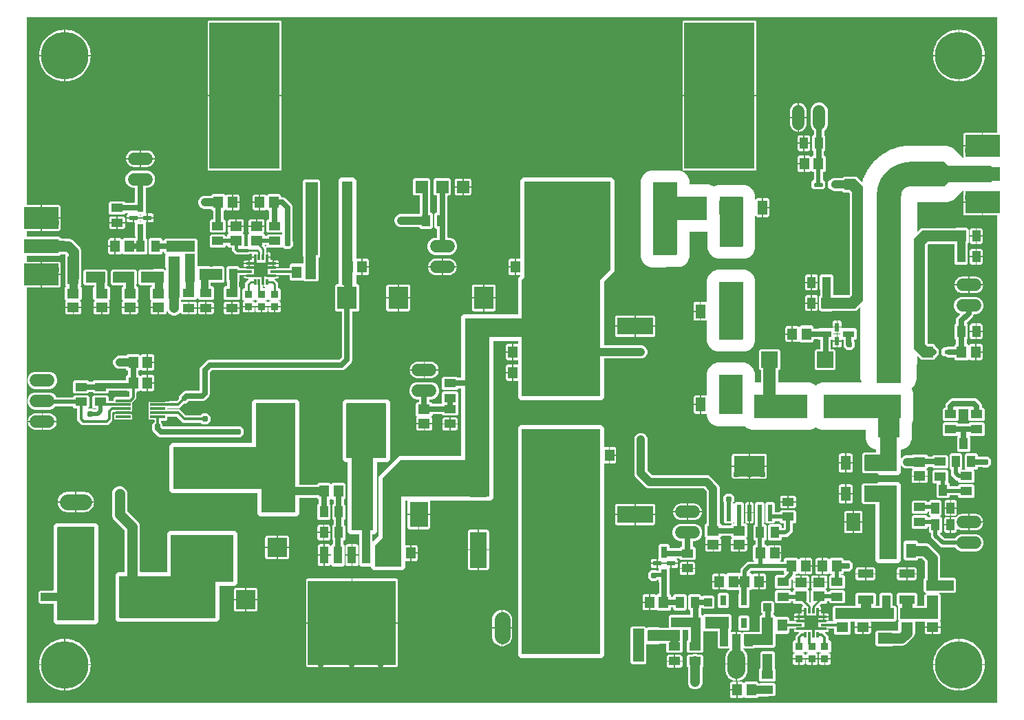
<source format=gbr>
G04 EAGLE Gerber RS-274X export*
G75*
%MOMM*%
%FSLAX34Y34*%
%LPD*%
%INTop Copper*%
%IPPOS*%
%AMOC8*
5,1,8,0,0,1.08239X$1,22.5*%
G01*
%ADD10R,1.465300X1.164600*%
%ADD11R,1.164600X1.465300*%
%ADD12R,2.115300X4.415700*%
%ADD13R,2.400000X2.800000*%
%ADD14R,2.403600X2.368000*%
%ADD15R,2.368000X2.403600*%
%ADD16R,1.164600X1.815300*%
%ADD17R,0.970200X0.920900*%
%ADD18R,4.415700X2.115300*%
%ADD19R,0.500000X0.700000*%
%ADD20R,2.251800X3.120200*%
%ADD21R,1.752000X2.223900*%
%ADD22C,0.260000*%
%ADD23C,5.842000*%
%ADD24C,1.524000*%
%ADD25R,0.875700X1.210300*%
%ADD26R,2.000000X2.000000*%
%ADD27R,1.910300X1.043100*%
%ADD28R,0.760000X1.270000*%
%ADD29R,4.000000X5.400000*%
%ADD30R,1.210300X0.875700*%
%ADD31R,5.400000X4.000000*%
%ADD32R,1.031200X1.420200*%
%ADD33R,1.420200X1.031200*%
%ADD34R,1.000000X1.000000*%
%ADD35R,1.000000X1.500000*%
%ADD36R,1.000000X2.000000*%
%ADD37C,2.200000*%
%ADD38R,0.800000X0.300000*%
%ADD39R,0.300000X0.800000*%
%ADD40R,1.800000X1.800000*%
%ADD41R,1.500000X9.000000*%
%ADD42R,1.000000X9.000000*%
%ADD43R,10.000000X9.000000*%
%ADD44R,3.000000X9.000000*%
%ADD45R,8.600000X18.000000*%
%ADD46R,1.524000X1.524000*%
%ADD47R,0.558800X2.057400*%
%ADD48R,3.810000X2.540000*%
%ADD49R,1.828800X0.330200*%
%ADD50R,10.800000X10.410000*%
%ADD51R,1.066800X2.159000*%
%ADD52R,0.800000X1.400000*%
%ADD53R,1.100000X0.600000*%
%ADD54R,1.400000X0.800000*%
%ADD55R,0.600000X1.100000*%
%ADD56R,4.191000X1.778000*%
%ADD57R,4.191000X2.667000*%
%ADD58C,1.981200*%
%ADD59R,1.000000X1.400000*%
%ADD60R,1.815300X1.164600*%
%ADD61C,0.300000*%
%ADD62P,0.818720X8X22.500000*%
%ADD63C,0.700000*%
%ADD64C,0.500000*%
%ADD65C,1.000000*%
%ADD66C,1.200000*%
%ADD67C,1.270000*%
%ADD68C,1.300000*%
%ADD69C,1.500000*%
%ADD70C,2.000000*%
%ADD71C,0.250000*%
%ADD72C,0.400000*%
%ADD73C,0.900000*%
%ADD74C,1.700000*%
%ADD75C,3.000000*%

G36*
X1196669Y3012D02*
X1196669Y3012D01*
X1196720Y3014D01*
X1196752Y3032D01*
X1196788Y3040D01*
X1196827Y3073D01*
X1196872Y3097D01*
X1196893Y3127D01*
X1196921Y3150D01*
X1196942Y3197D01*
X1196972Y3239D01*
X1196980Y3281D01*
X1196992Y3309D01*
X1196991Y3339D01*
X1196999Y3381D01*
X1196999Y602848D01*
X1196988Y602898D01*
X1196986Y602949D01*
X1196968Y602981D01*
X1196960Y603017D01*
X1196927Y603056D01*
X1196903Y603101D01*
X1196873Y603122D01*
X1196850Y603150D01*
X1196803Y603171D01*
X1196761Y603201D01*
X1196719Y603209D01*
X1196691Y603221D01*
X1196661Y603220D01*
X1196619Y603228D01*
X1179607Y603228D01*
X1179607Y618723D01*
X1179596Y618773D01*
X1179594Y618824D01*
X1179576Y618856D01*
X1179568Y618892D01*
X1179535Y618931D01*
X1179511Y618976D01*
X1179481Y618997D01*
X1179457Y619025D01*
X1179411Y619046D01*
X1179369Y619076D01*
X1179327Y619084D01*
X1179299Y619096D01*
X1179269Y619095D01*
X1179227Y619103D01*
X1178845Y619103D01*
X1178845Y619485D01*
X1178834Y619535D01*
X1178832Y619586D01*
X1178814Y619618D01*
X1178806Y619654D01*
X1178773Y619693D01*
X1178749Y619738D01*
X1178719Y619759D01*
X1178695Y619787D01*
X1178649Y619808D01*
X1178607Y619838D01*
X1178565Y619846D01*
X1178537Y619858D01*
X1178507Y619857D01*
X1178465Y619865D01*
X1155350Y619865D01*
X1155350Y632774D01*
X1155523Y633420D01*
X1155612Y633573D01*
X1155630Y633633D01*
X1155656Y633691D01*
X1155655Y633715D01*
X1155662Y633739D01*
X1155652Y633801D01*
X1155649Y633864D01*
X1155638Y633885D01*
X1155633Y633910D01*
X1155597Y633961D01*
X1155567Y634016D01*
X1155546Y634030D01*
X1155532Y634050D01*
X1155476Y634079D01*
X1155425Y634116D01*
X1155398Y634121D01*
X1155379Y634131D01*
X1155341Y634132D01*
X1155283Y634143D01*
X1154665Y634143D01*
X1154603Y634129D01*
X1154540Y634122D01*
X1154520Y634109D01*
X1154496Y634104D01*
X1154447Y634063D01*
X1154394Y634029D01*
X1154379Y634007D01*
X1154362Y633994D01*
X1154347Y633959D01*
X1154314Y633909D01*
X1153929Y632980D01*
X1148142Y627193D01*
X1143115Y622166D01*
X1135624Y619063D01*
X1098992Y619063D01*
X1098942Y619052D01*
X1098891Y619050D01*
X1098859Y619032D01*
X1098823Y619024D01*
X1098784Y618991D01*
X1098739Y618967D01*
X1098718Y618937D01*
X1098690Y618914D01*
X1098669Y618867D01*
X1098639Y618825D01*
X1098631Y618783D01*
X1098619Y618755D01*
X1098620Y618725D01*
X1098612Y618683D01*
X1098612Y583612D01*
X1098618Y583587D01*
X1098615Y583561D01*
X1098637Y583504D01*
X1098651Y583443D01*
X1098668Y583424D01*
X1098677Y583399D01*
X1098722Y583358D01*
X1098761Y583310D01*
X1098785Y583299D01*
X1098804Y583282D01*
X1098863Y583264D01*
X1098920Y583239D01*
X1098945Y583240D01*
X1098970Y583233D01*
X1099031Y583243D01*
X1099093Y583246D01*
X1099115Y583258D01*
X1099141Y583262D01*
X1099212Y583311D01*
X1099245Y583328D01*
X1099251Y583336D01*
X1099261Y583343D01*
X1101407Y585489D01*
X1103499Y587582D01*
X1145929Y587582D01*
X1146003Y587599D01*
X1146077Y587612D01*
X1146087Y587619D01*
X1146097Y587621D01*
X1146126Y587645D01*
X1146197Y587693D01*
X1146456Y587952D01*
X1159254Y587952D01*
X1159513Y587693D01*
X1159577Y587653D01*
X1159639Y587609D01*
X1159651Y587607D01*
X1159660Y587602D01*
X1159697Y587598D01*
X1159781Y587582D01*
X1160276Y587582D01*
X1162257Y585601D01*
X1162257Y570099D01*
X1160967Y568810D01*
X1160927Y568745D01*
X1160883Y568683D01*
X1160881Y568671D01*
X1160876Y568662D01*
X1160872Y568625D01*
X1160856Y568541D01*
X1160856Y561107D01*
X1160873Y561033D01*
X1160886Y560959D01*
X1160893Y560949D01*
X1160895Y560939D01*
X1160919Y560910D01*
X1160967Y560839D01*
X1161012Y560794D01*
X1161012Y544106D01*
X1159254Y542348D01*
X1146456Y542348D01*
X1144698Y544106D01*
X1144698Y560794D01*
X1144743Y560839D01*
X1144783Y560903D01*
X1144827Y560965D01*
X1144829Y560977D01*
X1144834Y560986D01*
X1144838Y561023D01*
X1144854Y561107D01*
X1144854Y567738D01*
X1144843Y567788D01*
X1144841Y567839D01*
X1144823Y567871D01*
X1144815Y567907D01*
X1144782Y567946D01*
X1144758Y567991D01*
X1144728Y568012D01*
X1144705Y568040D01*
X1144658Y568061D01*
X1144616Y568091D01*
X1144574Y568099D01*
X1144546Y568111D01*
X1144516Y568110D01*
X1144474Y568118D01*
X1112808Y568118D01*
X1112734Y568101D01*
X1112660Y568088D01*
X1112649Y568081D01*
X1112640Y568079D01*
X1112611Y568055D01*
X1112539Y568007D01*
X1111568Y567036D01*
X1111528Y566971D01*
X1111484Y566909D01*
X1111482Y566897D01*
X1111477Y566888D01*
X1111473Y566851D01*
X1111457Y566767D01*
X1111457Y446058D01*
X1111474Y445984D01*
X1111487Y445910D01*
X1111494Y445899D01*
X1111496Y445890D01*
X1111520Y445861D01*
X1111568Y445789D01*
X1112539Y444818D01*
X1112604Y444778D01*
X1112666Y444734D01*
X1112678Y444732D01*
X1112687Y444727D01*
X1112724Y444723D01*
X1112808Y444707D01*
X1119001Y444707D01*
X1120982Y442726D01*
X1120982Y442126D01*
X1120996Y442064D01*
X1121003Y442001D01*
X1121016Y441981D01*
X1121021Y441957D01*
X1121062Y441908D01*
X1121096Y441854D01*
X1121118Y441840D01*
X1121131Y441823D01*
X1121166Y441808D01*
X1121216Y441774D01*
X1121257Y441758D01*
X1122328Y440687D01*
X1122392Y440647D01*
X1122454Y440603D01*
X1122466Y440601D01*
X1122475Y440596D01*
X1122512Y440592D01*
X1122597Y440576D01*
X1122906Y440576D01*
X1125426Y438056D01*
X1125426Y431894D01*
X1122906Y429374D01*
X1122597Y429374D01*
X1122523Y429357D01*
X1122448Y429344D01*
X1122438Y429337D01*
X1122428Y429335D01*
X1122399Y429311D01*
X1122328Y429263D01*
X1121257Y428192D01*
X1121216Y428176D01*
X1121165Y428138D01*
X1121109Y428108D01*
X1121095Y428088D01*
X1121076Y428074D01*
X1121046Y428018D01*
X1121009Y427966D01*
X1121004Y427940D01*
X1120994Y427922D01*
X1120993Y427884D01*
X1120982Y427824D01*
X1120982Y427224D01*
X1119001Y425243D01*
X1103499Y425243D01*
X1099261Y429482D01*
X1099239Y429495D01*
X1099223Y429515D01*
X1099166Y429540D01*
X1099114Y429573D01*
X1099088Y429576D01*
X1099064Y429586D01*
X1099003Y429584D01*
X1098941Y429590D01*
X1098917Y429580D01*
X1098891Y429579D01*
X1098837Y429550D01*
X1098779Y429528D01*
X1098762Y429509D01*
X1098739Y429497D01*
X1098704Y429446D01*
X1098662Y429401D01*
X1098654Y429376D01*
X1098639Y429355D01*
X1098623Y429270D01*
X1098612Y429235D01*
X1098614Y429225D01*
X1098612Y429213D01*
X1098612Y419480D01*
X1098550Y419480D01*
X1098500Y419469D01*
X1098449Y419467D01*
X1098417Y419449D01*
X1098381Y419441D01*
X1098342Y419408D01*
X1098297Y419384D01*
X1098276Y419354D01*
X1098248Y419331D01*
X1098227Y419284D01*
X1098197Y419242D01*
X1098189Y419200D01*
X1098177Y419172D01*
X1098178Y419142D01*
X1098170Y419100D01*
X1098170Y400644D01*
X1095509Y394220D01*
X1092161Y390872D01*
X1092160Y390870D01*
X1092158Y390869D01*
X1092078Y390748D01*
X1091783Y390036D01*
X1091771Y389960D01*
X1091754Y389886D01*
X1091757Y389874D01*
X1091755Y389865D01*
X1091766Y389829D01*
X1091783Y389744D01*
X1093612Y385330D01*
X1093612Y351270D01*
X1091736Y346741D01*
X1091735Y346739D01*
X1091734Y346738D01*
X1091707Y346596D01*
X1091707Y327140D01*
X1089365Y321487D01*
X1085038Y317160D01*
X1079385Y314818D01*
X1078912Y314818D01*
X1078862Y314807D01*
X1078811Y314805D01*
X1078779Y314787D01*
X1078743Y314779D01*
X1078704Y314746D01*
X1078659Y314722D01*
X1078638Y314692D01*
X1078610Y314669D01*
X1078589Y314622D01*
X1078559Y314580D01*
X1078551Y314538D01*
X1078539Y314510D01*
X1078539Y314499D01*
X1078539Y314498D01*
X1078539Y314478D01*
X1078532Y314438D01*
X1078532Y304634D01*
X1078538Y304609D01*
X1078535Y304584D01*
X1078557Y304526D01*
X1078571Y304466D01*
X1078588Y304446D01*
X1078597Y304422D01*
X1078642Y304380D01*
X1078681Y304332D01*
X1078705Y304322D01*
X1078724Y304304D01*
X1078783Y304286D01*
X1078840Y304261D01*
X1078865Y304262D01*
X1078890Y304255D01*
X1078951Y304265D01*
X1079013Y304268D01*
X1079035Y304280D01*
X1079061Y304285D01*
X1079132Y304333D01*
X1079165Y304351D01*
X1079171Y304359D01*
X1079181Y304366D01*
X1081318Y306503D01*
X1084259Y307721D01*
X1092311Y307721D01*
X1092385Y307738D01*
X1092460Y307751D01*
X1092470Y307758D01*
X1092480Y307760D01*
X1092509Y307784D01*
X1092580Y307832D01*
X1093156Y308408D01*
X1110294Y308408D01*
X1112065Y306637D01*
X1112130Y306597D01*
X1112192Y306553D01*
X1112204Y306551D01*
X1112212Y306546D01*
X1112249Y306542D01*
X1112334Y306526D01*
X1116968Y306526D01*
X1117042Y306543D01*
X1117116Y306556D01*
X1117126Y306563D01*
X1117136Y306565D01*
X1117165Y306589D01*
X1117236Y306637D01*
X1118781Y308182D01*
X1135469Y308182D01*
X1137227Y306424D01*
X1137227Y293626D01*
X1135469Y291868D01*
X1118781Y291868D01*
X1117236Y293413D01*
X1117172Y293453D01*
X1117110Y293497D01*
X1117098Y293499D01*
X1117089Y293504D01*
X1117052Y293508D01*
X1116968Y293524D01*
X1112432Y293524D01*
X1112383Y293513D01*
X1112332Y293511D01*
X1112300Y293493D01*
X1112264Y293485D01*
X1112224Y293452D01*
X1112180Y293428D01*
X1112158Y293398D01*
X1112130Y293375D01*
X1112109Y293328D01*
X1112080Y293286D01*
X1112072Y293244D01*
X1112059Y293216D01*
X1112060Y293205D01*
X1112059Y293204D01*
X1112060Y293184D01*
X1112052Y293144D01*
X1112052Y292518D01*
X1110236Y290702D01*
X1110229Y290690D01*
X1110218Y290682D01*
X1110183Y290617D01*
X1110144Y290555D01*
X1110143Y290541D01*
X1110137Y290529D01*
X1110135Y290455D01*
X1110128Y290382D01*
X1110133Y290369D01*
X1110132Y290356D01*
X1110163Y290289D01*
X1110190Y290220D01*
X1110200Y290211D01*
X1110205Y290199D01*
X1110315Y290104D01*
X1110612Y289932D01*
X1111085Y289459D01*
X1111419Y288880D01*
X1111592Y288234D01*
X1111592Y282837D01*
X1102106Y282837D01*
X1102056Y282826D01*
X1102005Y282824D01*
X1101973Y282806D01*
X1101937Y282798D01*
X1101898Y282765D01*
X1101853Y282741D01*
X1101832Y282711D01*
X1101804Y282687D01*
X1101783Y282641D01*
X1101753Y282599D01*
X1101745Y282557D01*
X1101733Y282529D01*
X1101734Y282499D01*
X1101726Y282457D01*
X1101726Y282075D01*
X1101724Y282075D01*
X1101724Y282457D01*
X1101713Y282507D01*
X1101711Y282558D01*
X1101693Y282590D01*
X1101685Y282626D01*
X1101652Y282665D01*
X1101628Y282710D01*
X1101598Y282731D01*
X1101574Y282759D01*
X1101528Y282780D01*
X1101486Y282810D01*
X1101444Y282818D01*
X1101416Y282830D01*
X1101386Y282829D01*
X1101344Y282837D01*
X1091858Y282837D01*
X1091858Y288234D01*
X1092031Y288880D01*
X1092365Y289459D01*
X1092838Y289932D01*
X1093135Y290104D01*
X1093145Y290113D01*
X1093158Y290118D01*
X1093208Y290172D01*
X1093262Y290222D01*
X1093267Y290235D01*
X1093276Y290245D01*
X1093297Y290315D01*
X1093322Y290384D01*
X1093321Y290398D01*
X1093325Y290411D01*
X1093312Y290483D01*
X1093305Y290557D01*
X1093298Y290568D01*
X1093295Y290582D01*
X1093214Y290702D01*
X1092308Y291608D01*
X1092243Y291648D01*
X1092181Y291692D01*
X1092169Y291694D01*
X1092161Y291699D01*
X1092124Y291703D01*
X1092039Y291719D01*
X1084259Y291719D01*
X1081318Y292937D01*
X1079181Y295074D01*
X1079159Y295088D01*
X1079143Y295108D01*
X1079086Y295133D01*
X1079034Y295166D01*
X1079008Y295168D01*
X1078984Y295179D01*
X1078923Y295176D01*
X1078861Y295182D01*
X1078837Y295173D01*
X1078811Y295172D01*
X1078757Y295143D01*
X1078699Y295121D01*
X1078682Y295102D01*
X1078659Y295089D01*
X1078624Y295039D01*
X1078582Y294994D01*
X1078574Y294969D01*
X1078559Y294948D01*
X1078543Y294863D01*
X1078532Y294827D01*
X1078534Y294818D01*
X1078532Y294806D01*
X1078532Y286696D01*
X1075379Y283543D01*
X1051236Y283543D01*
X1049347Y285432D01*
X1049283Y285472D01*
X1049221Y285516D01*
X1049208Y285518D01*
X1049200Y285523D01*
X1049163Y285527D01*
X1049078Y285543D01*
X1033014Y285543D01*
X1031033Y287524D01*
X1031033Y309376D01*
X1033014Y311357D01*
X1047703Y311357D01*
X1047753Y311368D01*
X1047804Y311370D01*
X1047836Y311388D01*
X1047872Y311396D01*
X1047911Y311429D01*
X1047956Y311453D01*
X1047977Y311483D01*
X1048005Y311506D01*
X1048026Y311553D01*
X1048056Y311595D01*
X1048064Y311637D01*
X1048076Y311665D01*
X1048075Y311689D01*
X1048076Y311691D01*
X1048076Y311699D01*
X1048083Y311737D01*
X1048083Y314474D01*
X1048069Y314536D01*
X1048062Y314599D01*
X1048049Y314619D01*
X1048044Y314643D01*
X1048003Y314692D01*
X1047969Y314745D01*
X1047947Y314760D01*
X1047934Y314776D01*
X1047899Y314792D01*
X1047849Y314825D01*
X1042212Y317160D01*
X1037885Y321487D01*
X1035543Y327140D01*
X1035543Y338568D01*
X1035532Y338618D01*
X1035530Y338669D01*
X1035512Y338701D01*
X1035504Y338737D01*
X1035471Y338776D01*
X1035447Y338821D01*
X1035417Y338842D01*
X1035394Y338870D01*
X1035347Y338891D01*
X1035305Y338921D01*
X1035263Y338929D01*
X1035235Y338941D01*
X1035205Y338940D01*
X1035163Y338948D01*
X981190Y338948D01*
X975537Y341290D01*
X974041Y342786D01*
X973998Y342812D01*
X973961Y342847D01*
X973925Y342858D01*
X973894Y342877D01*
X973843Y342882D01*
X973794Y342896D01*
X973758Y342890D01*
X973722Y342894D01*
X973674Y342875D01*
X973624Y342867D01*
X973588Y342843D01*
X973560Y342832D01*
X973539Y342809D01*
X973504Y342786D01*
X972008Y341290D01*
X966355Y338948D01*
X895465Y338948D01*
X889812Y341290D01*
X887489Y343613D01*
X887435Y343647D01*
X887385Y343687D01*
X887362Y343692D01*
X887342Y343705D01*
X887278Y343711D01*
X887216Y343724D01*
X887190Y343719D01*
X887169Y343721D01*
X887134Y343708D01*
X887074Y343696D01*
X886345Y343393D01*
X852285Y343393D01*
X846632Y345735D01*
X842305Y350062D01*
X839963Y355715D01*
X839963Y358578D01*
X839949Y358639D01*
X839943Y358702D01*
X839929Y358723D01*
X839924Y358747D01*
X839884Y358795D01*
X839850Y358848D01*
X839829Y358861D01*
X839814Y358880D01*
X839756Y358906D01*
X839702Y358939D01*
X839678Y358941D01*
X839655Y358951D01*
X839593Y358949D01*
X839530Y358954D01*
X839504Y358945D01*
X839482Y358945D01*
X839449Y358927D01*
X839393Y358907D01*
X839140Y358761D01*
X838494Y358588D01*
X833097Y358588D01*
X833097Y369824D01*
X833086Y369874D01*
X833084Y369925D01*
X833066Y369957D01*
X833058Y369993D01*
X833025Y370032D01*
X833001Y370077D01*
X832971Y370098D01*
X832947Y370126D01*
X832901Y370147D01*
X832859Y370177D01*
X832817Y370185D01*
X832789Y370197D01*
X832759Y370196D01*
X832717Y370204D01*
X832335Y370204D01*
X832335Y370206D01*
X832717Y370206D01*
X832767Y370217D01*
X832818Y370219D01*
X832850Y370237D01*
X832886Y370245D01*
X832925Y370278D01*
X832970Y370302D01*
X832991Y370332D01*
X833019Y370356D01*
X833040Y370402D01*
X833070Y370444D01*
X833078Y370486D01*
X833090Y370514D01*
X833089Y370544D01*
X833097Y370586D01*
X833097Y381822D01*
X838494Y381822D01*
X839140Y381649D01*
X839393Y381503D01*
X839453Y381485D01*
X839511Y381459D01*
X839535Y381460D01*
X839559Y381453D01*
X839621Y381463D01*
X839684Y381465D01*
X839705Y381477D01*
X839730Y381481D01*
X839781Y381518D01*
X839836Y381548D01*
X839850Y381568D01*
X839870Y381583D01*
X839899Y381639D01*
X839936Y381690D01*
X839941Y381717D01*
X839951Y381736D01*
X839952Y381773D01*
X839963Y381832D01*
X839963Y409460D01*
X842305Y415113D01*
X846632Y419440D01*
X852285Y421782D01*
X886345Y421782D01*
X891998Y419440D01*
X896325Y415113D01*
X898667Y409460D01*
X898667Y398032D01*
X898678Y397982D01*
X898680Y397931D01*
X898698Y397899D01*
X898706Y397863D01*
X898739Y397824D01*
X898763Y397779D01*
X898793Y397758D01*
X898816Y397730D01*
X898863Y397709D01*
X898905Y397679D01*
X898947Y397671D01*
X898975Y397659D01*
X899005Y397660D01*
X899047Y397652D01*
X906219Y397652D01*
X906269Y397663D01*
X906320Y397665D01*
X906352Y397683D01*
X906388Y397691D01*
X906427Y397724D01*
X906472Y397748D01*
X906493Y397778D01*
X906521Y397801D01*
X906542Y397848D01*
X906572Y397890D01*
X906580Y397932D01*
X906592Y397960D01*
X906591Y397990D01*
X906599Y398032D01*
X906599Y412069D01*
X906588Y412119D01*
X906586Y412170D01*
X906568Y412202D01*
X906560Y412238D01*
X906527Y412277D01*
X906503Y412322D01*
X906473Y412343D01*
X906450Y412371D01*
X906403Y412392D01*
X906361Y412422D01*
X906319Y412430D01*
X906291Y412442D01*
X906261Y412441D01*
X906219Y412449D01*
X905857Y412449D01*
X904099Y414207D01*
X904099Y436693D01*
X905857Y438451D01*
X928343Y438451D01*
X930101Y436693D01*
X930101Y414207D01*
X928343Y412449D01*
X927981Y412449D01*
X927931Y412438D01*
X927880Y412436D01*
X927848Y412418D01*
X927812Y412410D01*
X927773Y412377D01*
X927728Y412353D01*
X927707Y412323D01*
X927679Y412300D01*
X927658Y412253D01*
X927628Y412211D01*
X927620Y412169D01*
X927608Y412141D01*
X927609Y412111D01*
X927601Y412069D01*
X927601Y398032D01*
X927612Y397982D01*
X927614Y397931D01*
X927632Y397899D01*
X927640Y397863D01*
X927673Y397824D01*
X927697Y397779D01*
X927727Y397758D01*
X927750Y397730D01*
X927797Y397709D01*
X927839Y397679D01*
X927881Y397671D01*
X927909Y397659D01*
X927939Y397660D01*
X927981Y397652D01*
X966355Y397652D01*
X972008Y395310D01*
X973504Y393814D01*
X973547Y393788D01*
X973584Y393753D01*
X973620Y393742D01*
X973651Y393723D01*
X973702Y393718D01*
X973751Y393704D01*
X973787Y393710D01*
X973823Y393706D01*
X973871Y393725D01*
X973921Y393733D01*
X973957Y393757D01*
X973985Y393768D01*
X974006Y393791D01*
X974041Y393814D01*
X975537Y395310D01*
X981190Y397652D01*
X1029751Y397652D01*
X1029788Y397661D01*
X1029826Y397659D01*
X1029871Y397680D01*
X1029919Y397691D01*
X1029949Y397716D01*
X1029984Y397732D01*
X1030015Y397770D01*
X1030053Y397801D01*
X1030069Y397837D01*
X1030093Y397866D01*
X1030104Y397914D01*
X1030124Y397960D01*
X1030122Y397998D01*
X1030131Y398036D01*
X1030119Y398095D01*
X1030117Y398133D01*
X1030107Y398151D01*
X1030102Y398178D01*
X1028638Y401711D01*
X1028638Y489538D01*
X1028632Y489563D01*
X1028635Y489589D01*
X1028613Y489646D01*
X1028599Y489707D01*
X1028582Y489726D01*
X1028573Y489751D01*
X1028528Y489792D01*
X1028489Y489840D01*
X1028465Y489851D01*
X1028446Y489868D01*
X1028387Y489886D01*
X1028330Y489911D01*
X1028305Y489910D01*
X1028280Y489917D01*
X1028219Y489907D01*
X1028157Y489904D01*
X1028135Y489892D01*
X1028109Y489888D01*
X1028038Y489839D01*
X1028005Y489822D01*
X1027999Y489814D01*
X1027989Y489807D01*
X1023751Y485568D01*
X994021Y485568D01*
X993947Y485551D01*
X993873Y485538D01*
X993863Y485531D01*
X993853Y485529D01*
X993824Y485505D01*
X993753Y485457D01*
X993494Y485198D01*
X980696Y485198D01*
X980437Y485457D01*
X980373Y485497D01*
X980311Y485541D01*
X980299Y485543D01*
X980290Y485548D01*
X980253Y485552D01*
X980169Y485568D01*
X979674Y485568D01*
X977693Y487549D01*
X977693Y503051D01*
X978983Y504340D01*
X979023Y504405D01*
X979067Y504467D01*
X979069Y504479D01*
X979074Y504488D01*
X979078Y504525D01*
X979094Y504609D01*
X979094Y512043D01*
X979077Y512117D01*
X979064Y512191D01*
X979057Y512201D01*
X979055Y512211D01*
X979031Y512240D01*
X978983Y512311D01*
X978938Y512356D01*
X978938Y529044D01*
X980696Y530802D01*
X993494Y530802D01*
X995252Y529044D01*
X995252Y512356D01*
X995207Y512311D01*
X995167Y512247D01*
X995123Y512185D01*
X995121Y512173D01*
X995116Y512164D01*
X995112Y512127D01*
X995096Y512043D01*
X995096Y505412D01*
X995107Y505362D01*
X995109Y505311D01*
X995127Y505279D01*
X995135Y505243D01*
X995168Y505204D01*
X995192Y505159D01*
X995222Y505138D01*
X995245Y505110D01*
X995292Y505089D01*
X995334Y505059D01*
X995376Y505051D01*
X995404Y505039D01*
X995434Y505040D01*
X995476Y505032D01*
X1014442Y505032D01*
X1014516Y505049D01*
X1014590Y505062D01*
X1014601Y505069D01*
X1014610Y505071D01*
X1014639Y505095D01*
X1014711Y505143D01*
X1015682Y506114D01*
X1015722Y506179D01*
X1015766Y506241D01*
X1015768Y506253D01*
X1015773Y506262D01*
X1015777Y506299D01*
X1015793Y506383D01*
X1015793Y630267D01*
X1015776Y630341D01*
X1015763Y630415D01*
X1015756Y630426D01*
X1015754Y630435D01*
X1015730Y630464D01*
X1015682Y630536D01*
X1014711Y631507D01*
X1014646Y631547D01*
X1014584Y631591D01*
X1014572Y631593D01*
X1014563Y631598D01*
X1014526Y631602D01*
X1014442Y631618D01*
X1008249Y631618D01*
X1006630Y633238D01*
X1006565Y633278D01*
X1006503Y633322D01*
X1006491Y633324D01*
X1006482Y633329D01*
X1006445Y633333D01*
X1006361Y633349D01*
X996234Y633349D01*
X993293Y634567D01*
X992222Y635638D01*
X992158Y635678D01*
X992096Y635722D01*
X992084Y635724D01*
X992075Y635729D01*
X992038Y635733D01*
X991954Y635749D01*
X991644Y635749D01*
X989124Y638269D01*
X989124Y644431D01*
X991644Y646951D01*
X991954Y646951D01*
X992027Y646968D01*
X992102Y646981D01*
X992112Y646988D01*
X992122Y646990D01*
X992151Y647014D01*
X992222Y647062D01*
X993293Y648133D01*
X996234Y649351D01*
X1006361Y649351D01*
X1006435Y649368D01*
X1006509Y649381D01*
X1006520Y649388D01*
X1006529Y649390D01*
X1006558Y649414D01*
X1006630Y649462D01*
X1008249Y651082D01*
X1023751Y651082D01*
X1025843Y648989D01*
X1030421Y644412D01*
X1030484Y644372D01*
X1030546Y644329D01*
X1030557Y644327D01*
X1030568Y644321D01*
X1030642Y644313D01*
X1030717Y644302D01*
X1030728Y644305D01*
X1030740Y644304D01*
X1030810Y644331D01*
X1030882Y644353D01*
X1030891Y644361D01*
X1030902Y644366D01*
X1030953Y644421D01*
X1031008Y644473D01*
X1031013Y644485D01*
X1031020Y644493D01*
X1031031Y644529D01*
X1031062Y644607D01*
X1031249Y645545D01*
X1031983Y646643D01*
X1031996Y646678D01*
X1032002Y646688D01*
X1032014Y646704D01*
X1032017Y646715D01*
X1032026Y646732D01*
X1032031Y646746D01*
X1032035Y646782D01*
X1032044Y646805D01*
X1032043Y646813D01*
X1032051Y646844D01*
X1032137Y648162D01*
X1033329Y650577D01*
X1033334Y650599D01*
X1033348Y650623D01*
X1034213Y653174D01*
X1035084Y654167D01*
X1035102Y654200D01*
X1035109Y654209D01*
X1035123Y654223D01*
X1035128Y654234D01*
X1035139Y654249D01*
X1035146Y654263D01*
X1035154Y654298D01*
X1035166Y654320D01*
X1035166Y654328D01*
X1035178Y654357D01*
X1035393Y655437D01*
X1035436Y655653D01*
X1036932Y657892D01*
X1036940Y657913D01*
X1036957Y657935D01*
X1038148Y660351D01*
X1039141Y661222D01*
X1039163Y661252D01*
X1039172Y661261D01*
X1039187Y661272D01*
X1039193Y661282D01*
X1039206Y661296D01*
X1039215Y661309D01*
X1039228Y661343D01*
X1039242Y661362D01*
X1039243Y661370D01*
X1039259Y661398D01*
X1039684Y662649D01*
X1041460Y664674D01*
X1041470Y664693D01*
X1041490Y664713D01*
X1042986Y666953D01*
X1044084Y667686D01*
X1044110Y667714D01*
X1044119Y667721D01*
X1044137Y667731D01*
X1044144Y667740D01*
X1044159Y667752D01*
X1044169Y667763D01*
X1044186Y667795D01*
X1044203Y667813D01*
X1044205Y667821D01*
X1044224Y667846D01*
X1044808Y669031D01*
X1046833Y670806D01*
X1046846Y670824D01*
X1046869Y670842D01*
X1048644Y672867D01*
X1048997Y673041D01*
X1048998Y673041D01*
X1049769Y673421D01*
X1049829Y673451D01*
X1049858Y673475D01*
X1049868Y673481D01*
X1049887Y673488D01*
X1049895Y673496D01*
X1049911Y673506D01*
X1049923Y673516D01*
X1049944Y673545D01*
X1049963Y673561D01*
X1049966Y673568D01*
X1049989Y673591D01*
X1050722Y674689D01*
X1052962Y676185D01*
X1052977Y676201D01*
X1053001Y676215D01*
X1055026Y677991D01*
X1056277Y678416D01*
X1056309Y678436D01*
X1056320Y678440D01*
X1056339Y678445D01*
X1056348Y678452D01*
X1056366Y678459D01*
X1056378Y678468D01*
X1056403Y678495D01*
X1056424Y678508D01*
X1056428Y678514D01*
X1056453Y678534D01*
X1057324Y679527D01*
X1058051Y679885D01*
X1058822Y680265D01*
X1059593Y680646D01*
X1059740Y680718D01*
X1059757Y680732D01*
X1059783Y680743D01*
X1062022Y682239D01*
X1063318Y682497D01*
X1063352Y682513D01*
X1063364Y682516D01*
X1063383Y682518D01*
X1063393Y682524D01*
X1063412Y682529D01*
X1063426Y682536D01*
X1063454Y682559D01*
X1063476Y682569D01*
X1063481Y682575D01*
X1063508Y682591D01*
X1064501Y683462D01*
X1067052Y684327D01*
X1067070Y684339D01*
X1067098Y684346D01*
X1067304Y684448D01*
X1068075Y684828D01*
X1068846Y685209D01*
X1069513Y685538D01*
X1070831Y685624D01*
X1070868Y685635D01*
X1070879Y685637D01*
X1070898Y685636D01*
X1070910Y685641D01*
X1070929Y685644D01*
X1070943Y685649D01*
X1070974Y685667D01*
X1070997Y685675D01*
X1071003Y685680D01*
X1071032Y685692D01*
X1072130Y686426D01*
X1074772Y686952D01*
X1074792Y686961D01*
X1074820Y686964D01*
X1077370Y687830D01*
X1078688Y687744D01*
X1078726Y687750D01*
X1078738Y687750D01*
X1078757Y687747D01*
X1078768Y687750D01*
X1078787Y687750D01*
X1078802Y687753D01*
X1078835Y687768D01*
X1078859Y687772D01*
X1078866Y687777D01*
X1078897Y687785D01*
X1079069Y687870D01*
X1079840Y688251D01*
X1080081Y688369D01*
X1082769Y688546D01*
X1082790Y688552D01*
X1082818Y688552D01*
X1085460Y689078D01*
X1086370Y688896D01*
X1086409Y688898D01*
X1086447Y688889D01*
X1086505Y688901D01*
X1086543Y688902D01*
X1086562Y688912D01*
X1086589Y688918D01*
X1086876Y689037D01*
X1090250Y689037D01*
X1090261Y689039D01*
X1090275Y689038D01*
X1093643Y689258D01*
X1094236Y689057D01*
X1094272Y689053D01*
X1094358Y689037D01*
X1135624Y689037D01*
X1143115Y685934D01*
X1153929Y675120D01*
X1154314Y674191D01*
X1154351Y674140D01*
X1154381Y674084D01*
X1154401Y674070D01*
X1154415Y674051D01*
X1154471Y674021D01*
X1154523Y673984D01*
X1154549Y673979D01*
X1154568Y673969D01*
X1154605Y673968D01*
X1154665Y673957D01*
X1155283Y673957D01*
X1155344Y673971D01*
X1155406Y673977D01*
X1155427Y673991D01*
X1155451Y673996D01*
X1155500Y674036D01*
X1155553Y674070D01*
X1155566Y674091D01*
X1155585Y674106D01*
X1155611Y674164D01*
X1155644Y674218D01*
X1155646Y674242D01*
X1155656Y674265D01*
X1155653Y674327D01*
X1155659Y674390D01*
X1155650Y674416D01*
X1155649Y674438D01*
X1155631Y674471D01*
X1155612Y674527D01*
X1155523Y674680D01*
X1155350Y675326D01*
X1155350Y688235D01*
X1178465Y688235D01*
X1178515Y688246D01*
X1178566Y688248D01*
X1178598Y688266D01*
X1178634Y688274D01*
X1178673Y688307D01*
X1178718Y688331D01*
X1178739Y688361D01*
X1178767Y688384D01*
X1178788Y688431D01*
X1178818Y688473D01*
X1178826Y688515D01*
X1178838Y688543D01*
X1178837Y688573D01*
X1178845Y688615D01*
X1178845Y688997D01*
X1179227Y688997D01*
X1179277Y689008D01*
X1179328Y689010D01*
X1179360Y689028D01*
X1179396Y689036D01*
X1179435Y689069D01*
X1179480Y689093D01*
X1179501Y689123D01*
X1179529Y689147D01*
X1179550Y689193D01*
X1179580Y689235D01*
X1179588Y689277D01*
X1179600Y689305D01*
X1179599Y689335D01*
X1179607Y689377D01*
X1179607Y704872D01*
X1196619Y704872D01*
X1196669Y704883D01*
X1196720Y704885D01*
X1196752Y704903D01*
X1196788Y704911D01*
X1196827Y704944D01*
X1196872Y704968D01*
X1196893Y704998D01*
X1196921Y705021D01*
X1196942Y705068D01*
X1196972Y705110D01*
X1196980Y705152D01*
X1196992Y705180D01*
X1196991Y705210D01*
X1196999Y705252D01*
X1196999Y846619D01*
X1196988Y846669D01*
X1196986Y846720D01*
X1196968Y846752D01*
X1196960Y846788D01*
X1196927Y846827D01*
X1196903Y846872D01*
X1196873Y846893D01*
X1196850Y846921D01*
X1196803Y846942D01*
X1196761Y846972D01*
X1196719Y846980D01*
X1196691Y846992D01*
X1196661Y846991D01*
X1196619Y846999D01*
X3381Y846999D01*
X3331Y846988D01*
X3280Y846986D01*
X3248Y846968D01*
X3212Y846960D01*
X3173Y846927D01*
X3128Y846903D01*
X3107Y846873D01*
X3079Y846850D01*
X3058Y846803D01*
X3028Y846761D01*
X3020Y846719D01*
X3008Y846691D01*
X3009Y846661D01*
X3001Y846619D01*
X3001Y616352D01*
X3012Y616302D01*
X3014Y616251D01*
X3032Y616219D01*
X3040Y616183D01*
X3073Y616144D01*
X3097Y616099D01*
X3127Y616078D01*
X3150Y616050D01*
X3197Y616029D01*
X3239Y615999D01*
X3281Y615991D01*
X3309Y615979D01*
X3339Y615980D01*
X3381Y615972D01*
X20393Y615972D01*
X20393Y600477D01*
X20404Y600427D01*
X20406Y600376D01*
X20424Y600344D01*
X20432Y600308D01*
X20465Y600269D01*
X20489Y600224D01*
X20519Y600203D01*
X20542Y600175D01*
X20589Y600154D01*
X20631Y600124D01*
X20673Y600116D01*
X20701Y600104D01*
X20731Y600105D01*
X20773Y600097D01*
X21155Y600097D01*
X21155Y600095D01*
X20773Y600095D01*
X20723Y600084D01*
X20672Y600082D01*
X20640Y600064D01*
X20604Y600056D01*
X20565Y600023D01*
X20520Y599999D01*
X20499Y599969D01*
X20471Y599945D01*
X20450Y599899D01*
X20420Y599857D01*
X20412Y599815D01*
X20400Y599787D01*
X20401Y599757D01*
X20393Y599715D01*
X20393Y584220D01*
X3381Y584220D01*
X3331Y584209D01*
X3280Y584207D01*
X3248Y584189D01*
X3212Y584181D01*
X3173Y584148D01*
X3128Y584124D01*
X3107Y584094D01*
X3079Y584071D01*
X3058Y584024D01*
X3028Y583982D01*
X3020Y583940D01*
X3008Y583912D01*
X3009Y583882D01*
X3001Y583840D01*
X3001Y577421D01*
X3012Y577371D01*
X3014Y577320D01*
X3032Y577288D01*
X3040Y577252D01*
X3073Y577213D01*
X3097Y577168D01*
X3127Y577147D01*
X3150Y577119D01*
X3197Y577098D01*
X3239Y577068D01*
X3281Y577060D01*
X3309Y577048D01*
X3339Y577049D01*
X3381Y577041D01*
X43352Y577041D01*
X45110Y575283D01*
X45110Y575262D01*
X45121Y575212D01*
X45123Y575161D01*
X45141Y575129D01*
X45149Y575093D01*
X45182Y575054D01*
X45206Y575009D01*
X45236Y574988D01*
X45259Y574960D01*
X45306Y574939D01*
X45348Y574909D01*
X45390Y574901D01*
X45418Y574889D01*
X45448Y574890D01*
X45490Y574882D01*
X50931Y574882D01*
X51200Y574612D01*
X51265Y574572D01*
X51327Y574528D01*
X51339Y574526D01*
X51348Y574521D01*
X51385Y574517D01*
X51469Y574501D01*
X51647Y574501D01*
X51649Y574501D01*
X51651Y574501D01*
X51793Y574530D01*
X52085Y574651D01*
X55865Y574651D01*
X59357Y573204D01*
X68501Y564060D01*
X69948Y560568D01*
X69948Y554117D01*
X69965Y554043D01*
X69978Y553969D01*
X69985Y553958D01*
X69987Y553949D01*
X70011Y553920D01*
X70057Y553852D01*
X70057Y517394D01*
X69074Y516411D01*
X69047Y516368D01*
X69012Y516330D01*
X69002Y516295D01*
X68982Y516264D01*
X68977Y516213D01*
X68963Y516164D01*
X68969Y516128D01*
X68966Y516092D01*
X68984Y516044D01*
X68993Y515994D01*
X69016Y515958D01*
X69027Y515930D01*
X69050Y515909D01*
X69074Y515873D01*
X70652Y514295D01*
X70652Y500163D01*
X68836Y498347D01*
X68829Y498335D01*
X68818Y498327D01*
X68813Y498319D01*
X68811Y498317D01*
X68803Y498299D01*
X68783Y498262D01*
X68744Y498200D01*
X68743Y498186D01*
X68737Y498174D01*
X68735Y498100D01*
X68728Y498027D01*
X68733Y498014D01*
X68732Y498001D01*
X68763Y497934D01*
X68790Y497865D01*
X68800Y497856D01*
X68805Y497844D01*
X68915Y497749D01*
X69212Y497577D01*
X69685Y497104D01*
X70019Y496525D01*
X70192Y495879D01*
X70192Y490482D01*
X60706Y490482D01*
X60656Y490471D01*
X60605Y490469D01*
X60573Y490451D01*
X60537Y490443D01*
X60498Y490410D01*
X60453Y490386D01*
X60432Y490356D01*
X60404Y490332D01*
X60383Y490286D01*
X60353Y490244D01*
X60345Y490202D01*
X60333Y490174D01*
X60333Y490173D01*
X60334Y490144D01*
X60326Y490102D01*
X60326Y489720D01*
X60324Y489720D01*
X60324Y490102D01*
X60313Y490152D01*
X60311Y490203D01*
X60293Y490235D01*
X60285Y490271D01*
X60252Y490310D01*
X60228Y490355D01*
X60198Y490376D01*
X60174Y490404D01*
X60128Y490425D01*
X60086Y490455D01*
X60044Y490463D01*
X60016Y490475D01*
X59986Y490474D01*
X59944Y490482D01*
X50458Y490482D01*
X50458Y495879D01*
X50631Y496525D01*
X50965Y497104D01*
X51438Y497577D01*
X51735Y497749D01*
X51745Y497758D01*
X51758Y497763D01*
X51808Y497817D01*
X51862Y497867D01*
X51867Y497880D01*
X51876Y497890D01*
X51897Y497960D01*
X51922Y498029D01*
X51921Y498043D01*
X51925Y498056D01*
X51912Y498128D01*
X51905Y498202D01*
X51898Y498213D01*
X51895Y498227D01*
X51827Y498327D01*
X51821Y498339D01*
X51818Y498341D01*
X51814Y498347D01*
X49998Y500163D01*
X49998Y514295D01*
X51576Y515873D01*
X51603Y515917D01*
X51638Y515954D01*
X51648Y515989D01*
X51668Y516021D01*
X51673Y516071D01*
X51687Y516120D01*
X51681Y516157D01*
X51684Y516193D01*
X51666Y516241D01*
X51657Y516291D01*
X51634Y516326D01*
X51623Y516355D01*
X51600Y516376D01*
X51576Y516411D01*
X50593Y517394D01*
X50593Y553851D01*
X50835Y554092D01*
X50851Y554118D01*
X50868Y554133D01*
X50887Y554174D01*
X50919Y554219D01*
X50921Y554231D01*
X50926Y554240D01*
X50929Y554268D01*
X50939Y554291D01*
X50938Y554320D01*
X50946Y554361D01*
X50946Y554585D01*
X50929Y554659D01*
X50916Y554734D01*
X50909Y554744D01*
X50907Y554754D01*
X50883Y554783D01*
X50835Y554854D01*
X50382Y555307D01*
X50317Y555347D01*
X50255Y555391D01*
X50243Y555393D01*
X50235Y555398D01*
X50198Y555402D01*
X50113Y555418D01*
X45490Y555418D01*
X45440Y555407D01*
X45389Y555405D01*
X45357Y555387D01*
X45321Y555379D01*
X45282Y555346D01*
X45237Y555322D01*
X45216Y555292D01*
X45188Y555269D01*
X45167Y555222D01*
X45137Y555180D01*
X45129Y555138D01*
X45117Y555110D01*
X45118Y555080D01*
X45110Y555038D01*
X45110Y555017D01*
X43352Y553259D01*
X3381Y553259D01*
X3331Y553248D01*
X3280Y553246D01*
X3248Y553228D01*
X3212Y553220D01*
X3173Y553187D01*
X3128Y553163D01*
X3107Y553133D01*
X3079Y553110D01*
X3058Y553063D01*
X3028Y553021D01*
X3020Y552979D01*
X3008Y552951D01*
X3009Y552921D01*
X3001Y552879D01*
X3001Y546460D01*
X3012Y546410D01*
X3014Y546359D01*
X3032Y546327D01*
X3040Y546291D01*
X3073Y546252D01*
X3097Y546207D01*
X3127Y546186D01*
X3150Y546158D01*
X3197Y546137D01*
X3239Y546107D01*
X3281Y546099D01*
X3309Y546087D01*
X3339Y546088D01*
X3381Y546080D01*
X20393Y546080D01*
X20393Y530585D01*
X20404Y530535D01*
X20406Y530484D01*
X20424Y530452D01*
X20432Y530416D01*
X20465Y530377D01*
X20489Y530332D01*
X20519Y530311D01*
X20542Y530283D01*
X20589Y530262D01*
X20631Y530232D01*
X20673Y530224D01*
X20701Y530212D01*
X20731Y530213D01*
X20773Y530205D01*
X21155Y530205D01*
X21155Y530203D01*
X20773Y530203D01*
X20723Y530192D01*
X20672Y530190D01*
X20640Y530172D01*
X20604Y530164D01*
X20565Y530131D01*
X20520Y530107D01*
X20499Y530077D01*
X20471Y530053D01*
X20450Y530007D01*
X20420Y529965D01*
X20412Y529923D01*
X20400Y529895D01*
X20401Y529865D01*
X20393Y529823D01*
X20393Y514328D01*
X3381Y514328D01*
X3331Y514317D01*
X3280Y514315D01*
X3248Y514297D01*
X3212Y514289D01*
X3173Y514256D01*
X3128Y514232D01*
X3107Y514202D01*
X3079Y514179D01*
X3058Y514132D01*
X3028Y514090D01*
X3020Y514048D01*
X3008Y514020D01*
X3009Y513990D01*
X3001Y513948D01*
X3001Y3381D01*
X3012Y3331D01*
X3014Y3280D01*
X3032Y3248D01*
X3040Y3212D01*
X3073Y3173D01*
X3097Y3128D01*
X3127Y3107D01*
X3150Y3079D01*
X3197Y3058D01*
X3239Y3028D01*
X3281Y3020D01*
X3309Y3008D01*
X3339Y3009D01*
X3381Y3001D01*
X1196619Y3001D01*
X1196669Y3012D01*
G37*
%LPC*%
G36*
X429571Y166068D02*
X429571Y166068D01*
X426418Y169221D01*
X426418Y170736D01*
X426407Y170786D01*
X426405Y170837D01*
X426387Y170869D01*
X426379Y170905D01*
X426346Y170944D01*
X426322Y170989D01*
X426292Y171010D01*
X426269Y171038D01*
X426222Y171059D01*
X426180Y171089D01*
X426138Y171097D01*
X426110Y171109D01*
X426080Y171108D01*
X426038Y171116D01*
X413666Y171116D01*
X411908Y172874D01*
X411908Y196950D01*
X412131Y197173D01*
X412171Y197237D01*
X412215Y197299D01*
X412217Y197311D01*
X412222Y197320D01*
X412226Y197357D01*
X412242Y197441D01*
X412242Y210138D01*
X412231Y210188D01*
X412229Y210239D01*
X412211Y210271D01*
X412203Y210307D01*
X412170Y210346D01*
X412146Y210391D01*
X412116Y210412D01*
X412093Y210440D01*
X412046Y210461D01*
X412004Y210491D01*
X411962Y210499D01*
X411934Y210511D01*
X411904Y210510D01*
X411862Y210518D01*
X400996Y210518D01*
X397843Y213671D01*
X397843Y299038D01*
X397832Y299088D01*
X397830Y299139D01*
X397812Y299171D01*
X397804Y299207D01*
X397771Y299246D01*
X397747Y299291D01*
X397717Y299312D01*
X397694Y299340D01*
X397647Y299361D01*
X397605Y299391D01*
X397563Y299399D01*
X397535Y299411D01*
X397505Y299410D01*
X397463Y299418D01*
X394646Y299418D01*
X391493Y302571D01*
X391493Y373704D01*
X394646Y376857D01*
X446729Y376857D01*
X449882Y373704D01*
X449882Y302571D01*
X446729Y299418D01*
X434387Y299418D01*
X434337Y299407D01*
X434286Y299405D01*
X434254Y299387D01*
X434218Y299379D01*
X434179Y299346D01*
X434134Y299322D01*
X434113Y299292D01*
X434085Y299269D01*
X434064Y299222D01*
X434034Y299180D01*
X434026Y299138D01*
X434014Y299110D01*
X434015Y299080D01*
X434007Y299038D01*
X434007Y213671D01*
X430854Y210518D01*
X428624Y210518D01*
X428574Y210507D01*
X428523Y210505D01*
X428491Y210487D01*
X428455Y210479D01*
X428416Y210446D01*
X428371Y210422D01*
X428350Y210392D01*
X428322Y210369D01*
X428301Y210322D01*
X428271Y210280D01*
X428263Y210238D01*
X428251Y210210D01*
X428252Y210180D01*
X428244Y210138D01*
X428244Y201823D01*
X428250Y201798D01*
X428247Y201772D01*
X428269Y201714D01*
X428283Y201654D01*
X428300Y201634D01*
X428309Y201610D01*
X428354Y201568D01*
X428393Y201520D01*
X428417Y201510D01*
X428436Y201492D01*
X428495Y201475D01*
X428552Y201449D01*
X428577Y201450D01*
X428602Y201443D01*
X428663Y201454D01*
X428725Y201456D01*
X428747Y201468D01*
X428773Y201473D01*
X428844Y201521D01*
X428877Y201539D01*
X428883Y201547D01*
X428893Y201554D01*
X435832Y208493D01*
X435872Y208557D01*
X435916Y208619D01*
X435918Y208632D01*
X435923Y208640D01*
X435927Y208677D01*
X435943Y208762D01*
X435943Y281629D01*
X461321Y307007D01*
X537163Y307007D01*
X537213Y307018D01*
X537264Y307020D01*
X537296Y307038D01*
X537332Y307046D01*
X537371Y307079D01*
X537416Y307103D01*
X537437Y307133D01*
X537465Y307156D01*
X537486Y307203D01*
X537516Y307245D01*
X537524Y307287D01*
X537536Y307315D01*
X537535Y307345D01*
X537543Y307387D01*
X537543Y389994D01*
X537532Y390044D01*
X537530Y390095D01*
X537512Y390127D01*
X537504Y390163D01*
X537471Y390202D01*
X537447Y390247D01*
X537417Y390268D01*
X537394Y390296D01*
X537347Y390317D01*
X537305Y390347D01*
X537263Y390355D01*
X537235Y390367D01*
X537205Y390366D01*
X537163Y390374D01*
X534357Y390374D01*
X534307Y390363D01*
X534256Y390361D01*
X534224Y390343D01*
X534188Y390335D01*
X534149Y390302D01*
X534104Y390278D01*
X534091Y390259D01*
X534088Y390257D01*
X534058Y390228D01*
X534055Y390225D01*
X534054Y390223D01*
X532219Y388388D01*
X515531Y388388D01*
X513773Y390146D01*
X513773Y402944D01*
X515531Y404702D01*
X532219Y404702D01*
X533434Y403487D01*
X533498Y403447D01*
X533560Y403403D01*
X533572Y403401D01*
X533581Y403396D01*
X533618Y403392D01*
X533702Y403376D01*
X537163Y403376D01*
X537213Y403387D01*
X537264Y403389D01*
X537296Y403407D01*
X537332Y403415D01*
X537371Y403448D01*
X537416Y403472D01*
X537437Y403502D01*
X537465Y403525D01*
X537486Y403572D01*
X537516Y403614D01*
X537524Y403656D01*
X537536Y403684D01*
X537535Y403710D01*
X537536Y403712D01*
X537536Y403719D01*
X537543Y403756D01*
X537543Y478479D01*
X540696Y481632D01*
X607013Y481632D01*
X607063Y481643D01*
X607114Y481645D01*
X607146Y481663D01*
X607182Y481671D01*
X607221Y481704D01*
X607266Y481728D01*
X607287Y481758D01*
X607315Y481781D01*
X607336Y481828D01*
X607366Y481870D01*
X607374Y481911D01*
X607386Y481940D01*
X607385Y481970D01*
X607393Y482012D01*
X607393Y526104D01*
X610457Y529168D01*
X610497Y529232D01*
X610541Y529294D01*
X610543Y529307D01*
X610548Y529315D01*
X610552Y529352D01*
X610568Y529437D01*
X610568Y529503D01*
X610557Y529552D01*
X610555Y529603D01*
X610537Y529635D01*
X610529Y529671D01*
X610496Y529711D01*
X610472Y529755D01*
X610442Y529777D01*
X610419Y529805D01*
X610372Y529826D01*
X610330Y529855D01*
X610288Y529863D01*
X610260Y529876D01*
X610230Y529875D01*
X610188Y529883D01*
X604782Y529883D01*
X604782Y539369D01*
X604771Y539419D01*
X604769Y539470D01*
X604751Y539502D01*
X604743Y539538D01*
X604710Y539577D01*
X604686Y539622D01*
X604656Y539643D01*
X604632Y539671D01*
X604586Y539692D01*
X604544Y539722D01*
X604502Y539730D01*
X604474Y539742D01*
X604444Y539741D01*
X604402Y539749D01*
X604020Y539749D01*
X604020Y539751D01*
X604402Y539751D01*
X604452Y539762D01*
X604503Y539764D01*
X604535Y539782D01*
X604571Y539790D01*
X604610Y539823D01*
X604655Y539847D01*
X604676Y539877D01*
X604704Y539901D01*
X604725Y539947D01*
X604755Y539989D01*
X604763Y540031D01*
X604775Y540059D01*
X604774Y540089D01*
X604782Y540131D01*
X604782Y549617D01*
X610188Y549617D01*
X610238Y549629D01*
X610289Y549631D01*
X610321Y549648D01*
X610357Y549657D01*
X610396Y549689D01*
X610441Y549714D01*
X610462Y549744D01*
X610490Y549767D01*
X610511Y549814D01*
X610541Y549855D01*
X610549Y549897D01*
X610561Y549925D01*
X610560Y549956D01*
X610568Y549997D01*
X610568Y646754D01*
X613721Y649907D01*
X722954Y649907D01*
X726107Y646754D01*
X726107Y534346D01*
X713518Y521757D01*
X713478Y521693D01*
X713434Y521631D01*
X713432Y521618D01*
X713427Y521610D01*
X713423Y521573D01*
X713407Y521488D01*
X713407Y443356D01*
X713418Y443306D01*
X713420Y443255D01*
X713438Y443223D01*
X713446Y443187D01*
X713479Y443148D01*
X713503Y443103D01*
X713533Y443082D01*
X713556Y443054D01*
X713603Y443033D01*
X713645Y443003D01*
X713687Y442995D01*
X713715Y442983D01*
X713745Y442984D01*
X713787Y442976D01*
X760416Y442976D01*
X763357Y441758D01*
X765608Y439507D01*
X766826Y436566D01*
X766826Y433384D01*
X765608Y430443D01*
X763357Y428192D01*
X760416Y426974D01*
X713787Y426974D01*
X713737Y426963D01*
X713686Y426961D01*
X713654Y426943D01*
X713618Y426935D01*
X713579Y426902D01*
X713534Y426878D01*
X713513Y426848D01*
X713485Y426825D01*
X713464Y426778D01*
X713434Y426736D01*
X713426Y426694D01*
X713414Y426666D01*
X713415Y426636D01*
X713407Y426594D01*
X713407Y378771D01*
X710254Y375618D01*
X610546Y375618D01*
X607393Y378771D01*
X607393Y399328D01*
X607382Y399377D01*
X607380Y399428D01*
X607362Y399460D01*
X607354Y399496D01*
X607321Y399536D01*
X607297Y399580D01*
X607267Y399602D01*
X607244Y399630D01*
X607197Y399651D01*
X607155Y399680D01*
X607113Y399688D01*
X607085Y399701D01*
X607055Y399700D01*
X607013Y399708D01*
X601607Y399708D01*
X601607Y409194D01*
X601596Y409244D01*
X601594Y409295D01*
X601576Y409327D01*
X601568Y409363D01*
X601535Y409402D01*
X601511Y409447D01*
X601481Y409468D01*
X601457Y409496D01*
X601411Y409517D01*
X601369Y409547D01*
X601327Y409555D01*
X601299Y409567D01*
X601269Y409566D01*
X601227Y409574D01*
X600845Y409574D01*
X600845Y409576D01*
X601227Y409576D01*
X601277Y409587D01*
X601328Y409589D01*
X601360Y409607D01*
X601396Y409615D01*
X601435Y409648D01*
X601480Y409672D01*
X601501Y409702D01*
X601529Y409726D01*
X601550Y409772D01*
X601580Y409814D01*
X601588Y409856D01*
X601600Y409884D01*
X601599Y409914D01*
X601607Y409956D01*
X601607Y419442D01*
X607013Y419442D01*
X607063Y419454D01*
X607114Y419456D01*
X607146Y419473D01*
X607182Y419482D01*
X607221Y419514D01*
X607266Y419539D01*
X607287Y419569D01*
X607315Y419592D01*
X607336Y419639D01*
X607366Y419680D01*
X607374Y419722D01*
X607386Y419750D01*
X607385Y419781D01*
X607393Y419822D01*
X607393Y424728D01*
X607382Y424777D01*
X607380Y424828D01*
X607362Y424860D01*
X607354Y424896D01*
X607321Y424936D01*
X607297Y424980D01*
X607267Y425002D01*
X607244Y425030D01*
X607197Y425051D01*
X607155Y425080D01*
X607113Y425088D01*
X607085Y425101D01*
X607055Y425100D01*
X607013Y425108D01*
X601607Y425108D01*
X601607Y434594D01*
X601596Y434644D01*
X601594Y434695D01*
X601576Y434727D01*
X601568Y434763D01*
X601535Y434802D01*
X601511Y434847D01*
X601481Y434868D01*
X601457Y434896D01*
X601411Y434917D01*
X601369Y434947D01*
X601327Y434955D01*
X601299Y434967D01*
X601269Y434966D01*
X601227Y434974D01*
X600845Y434974D01*
X600845Y434976D01*
X601227Y434976D01*
X601277Y434987D01*
X601328Y434989D01*
X601360Y435007D01*
X601396Y435015D01*
X601435Y435048D01*
X601480Y435072D01*
X601501Y435102D01*
X601529Y435126D01*
X601550Y435172D01*
X601580Y435214D01*
X601588Y435256D01*
X601600Y435284D01*
X601599Y435314D01*
X601607Y435356D01*
X601607Y444842D01*
X607013Y444842D01*
X607063Y444854D01*
X607114Y444856D01*
X607146Y444873D01*
X607182Y444882D01*
X607221Y444914D01*
X607266Y444939D01*
X607287Y444969D01*
X607315Y444992D01*
X607336Y445039D01*
X607366Y445080D01*
X607374Y445122D01*
X607386Y445150D01*
X607386Y445158D01*
X607386Y445159D01*
X607385Y445182D01*
X607393Y445222D01*
X607393Y448263D01*
X607382Y448313D01*
X607380Y448364D01*
X607362Y448396D01*
X607354Y448432D01*
X607321Y448471D01*
X607297Y448516D01*
X607267Y448537D01*
X607244Y448565D01*
X607197Y448586D01*
X607155Y448616D01*
X607113Y448624D01*
X607085Y448636D01*
X607055Y448635D01*
X607013Y448643D01*
X577262Y448643D01*
X577212Y448632D01*
X577161Y448630D01*
X577129Y448612D01*
X577093Y448604D01*
X577054Y448571D01*
X577009Y448547D01*
X576988Y448517D01*
X576960Y448494D01*
X576939Y448447D01*
X576909Y448405D01*
X576901Y448363D01*
X576889Y448335D01*
X576890Y448305D01*
X576882Y448263D01*
X576882Y254946D01*
X573729Y251793D01*
X499469Y251793D01*
X499456Y251790D01*
X499442Y251792D01*
X499372Y251771D01*
X499300Y251754D01*
X499290Y251745D01*
X499277Y251741D01*
X499223Y251690D01*
X499167Y251644D01*
X499161Y251631D01*
X499151Y251622D01*
X499126Y251553D01*
X499096Y251485D01*
X499096Y251472D01*
X499092Y251459D01*
X499102Y251315D01*
X499217Y250886D01*
X499217Y235711D01*
X485798Y235711D01*
X485748Y235700D01*
X485697Y235698D01*
X485665Y235680D01*
X485629Y235672D01*
X485590Y235639D01*
X485545Y235615D01*
X485524Y235585D01*
X485496Y235561D01*
X485475Y235515D01*
X485445Y235473D01*
X485437Y235431D01*
X485425Y235403D01*
X485426Y235373D01*
X485418Y235331D01*
X485418Y234949D01*
X485416Y234949D01*
X485416Y235331D01*
X485405Y235381D01*
X485403Y235432D01*
X485385Y235464D01*
X485377Y235500D01*
X485344Y235539D01*
X485320Y235584D01*
X485290Y235605D01*
X485266Y235633D01*
X485220Y235654D01*
X485178Y235684D01*
X485136Y235692D01*
X485108Y235704D01*
X485078Y235703D01*
X485036Y235711D01*
X471617Y235711D01*
X471617Y250886D01*
X471732Y251315D01*
X471733Y251328D01*
X471738Y251341D01*
X471735Y251414D01*
X471738Y251488D01*
X471732Y251500D01*
X471732Y251514D01*
X471697Y251578D01*
X471666Y251645D01*
X471655Y251654D01*
X471649Y251666D01*
X471589Y251708D01*
X471532Y251755D01*
X471518Y251758D01*
X471507Y251766D01*
X471365Y251793D01*
X469312Y251793D01*
X469262Y251782D01*
X469211Y251780D01*
X469179Y251762D01*
X469143Y251754D01*
X469104Y251721D01*
X469059Y251697D01*
X469038Y251667D01*
X469010Y251644D01*
X468989Y251597D01*
X468959Y251555D01*
X468951Y251513D01*
X468939Y251485D01*
X468940Y251455D01*
X468932Y251413D01*
X468932Y197572D01*
X468943Y197523D01*
X468945Y197472D01*
X468963Y197440D01*
X468971Y197404D01*
X469004Y197364D01*
X469028Y197320D01*
X469058Y197298D01*
X469081Y197270D01*
X469128Y197249D01*
X469170Y197220D01*
X469212Y197212D01*
X469240Y197199D01*
X469270Y197200D01*
X469312Y197192D01*
X474718Y197192D01*
X474718Y187706D01*
X474729Y187656D01*
X474731Y187605D01*
X474749Y187573D01*
X474757Y187537D01*
X474790Y187498D01*
X474814Y187453D01*
X474844Y187432D01*
X474867Y187404D01*
X474914Y187383D01*
X474956Y187353D01*
X474998Y187345D01*
X475026Y187333D01*
X475056Y187334D01*
X475098Y187326D01*
X475480Y187326D01*
X475480Y187324D01*
X475098Y187324D01*
X475048Y187313D01*
X474997Y187311D01*
X474965Y187293D01*
X474929Y187285D01*
X474890Y187252D01*
X474845Y187228D01*
X474824Y187198D01*
X474796Y187174D01*
X474775Y187128D01*
X474745Y187086D01*
X474737Y187044D01*
X474725Y187016D01*
X474726Y186986D01*
X474718Y186944D01*
X474718Y177458D01*
X469312Y177458D01*
X469262Y177446D01*
X469211Y177444D01*
X469179Y177427D01*
X469143Y177418D01*
X469104Y177386D01*
X469059Y177361D01*
X469038Y177331D01*
X469010Y177308D01*
X468989Y177261D01*
X468959Y177220D01*
X468951Y177178D01*
X468939Y177150D01*
X468940Y177119D01*
X468932Y177078D01*
X468932Y169221D01*
X465779Y166068D01*
X429571Y166068D01*
G37*
%LPD*%
G36*
X571550Y256806D02*
X571550Y256806D01*
X571601Y256808D01*
X571633Y256826D01*
X571669Y256834D01*
X571708Y256867D01*
X571753Y256891D01*
X571774Y256921D01*
X571802Y256944D01*
X571823Y256991D01*
X571853Y257033D01*
X571861Y257075D01*
X571873Y257103D01*
X571872Y257133D01*
X571880Y257175D01*
X571880Y453645D01*
X612395Y453645D01*
X612395Y381000D01*
X612406Y380950D01*
X612408Y380899D01*
X612426Y380867D01*
X612434Y380831D01*
X612467Y380792D01*
X612491Y380747D01*
X612521Y380726D01*
X612544Y380698D01*
X612591Y380677D01*
X612633Y380647D01*
X612675Y380639D01*
X612703Y380627D01*
X612733Y380628D01*
X612775Y380620D01*
X708025Y380620D01*
X708075Y380631D01*
X708126Y380633D01*
X708158Y380651D01*
X708194Y380659D01*
X708233Y380692D01*
X708278Y380716D01*
X708299Y380746D01*
X708327Y380769D01*
X708348Y380816D01*
X708378Y380858D01*
X708386Y380900D01*
X708398Y380928D01*
X708397Y380958D01*
X708405Y381000D01*
X708405Y523718D01*
X720994Y536306D01*
X721034Y536371D01*
X721078Y536433D01*
X721080Y536445D01*
X721085Y536453D01*
X721089Y536490D01*
X721105Y536575D01*
X721105Y644525D01*
X721094Y644575D01*
X721092Y644626D01*
X721074Y644658D01*
X721066Y644694D01*
X721033Y644733D01*
X721009Y644778D01*
X720979Y644799D01*
X720956Y644827D01*
X720909Y644848D01*
X720867Y644878D01*
X720825Y644886D01*
X720797Y644898D01*
X720767Y644897D01*
X720725Y644905D01*
X615950Y644905D01*
X615900Y644894D01*
X615849Y644892D01*
X615817Y644874D01*
X615781Y644866D01*
X615742Y644833D01*
X615697Y644809D01*
X615676Y644779D01*
X615648Y644756D01*
X615627Y644709D01*
X615597Y644667D01*
X615589Y644625D01*
X615577Y644597D01*
X615577Y644587D01*
X615577Y644586D01*
X615578Y644565D01*
X615570Y644525D01*
X615570Y527208D01*
X612506Y524144D01*
X612466Y524079D01*
X612422Y524017D01*
X612420Y524005D01*
X612415Y523997D01*
X612411Y523960D01*
X612395Y523875D01*
X612395Y476630D01*
X542925Y476630D01*
X542875Y476619D01*
X542824Y476617D01*
X542792Y476599D01*
X542756Y476591D01*
X542717Y476558D01*
X542672Y476534D01*
X542651Y476504D01*
X542623Y476481D01*
X542602Y476434D01*
X542572Y476392D01*
X542564Y476350D01*
X542552Y476322D01*
X542553Y476292D01*
X542545Y476250D01*
X542545Y302005D01*
X463550Y302005D01*
X463476Y301988D01*
X463401Y301975D01*
X463391Y301968D01*
X463381Y301966D01*
X463352Y301942D01*
X463281Y301894D01*
X441056Y279669D01*
X441016Y279604D01*
X440972Y279542D01*
X440970Y279530D01*
X440965Y279522D01*
X440961Y279485D01*
X440945Y279400D01*
X440945Y206533D01*
X431531Y197119D01*
X431491Y197054D01*
X431447Y196992D01*
X431445Y196980D01*
X431440Y196972D01*
X431436Y196935D01*
X431420Y196850D01*
X431420Y171450D01*
X431431Y171400D01*
X431433Y171349D01*
X431451Y171317D01*
X431459Y171281D01*
X431492Y171242D01*
X431516Y171197D01*
X431546Y171176D01*
X431569Y171148D01*
X431616Y171127D01*
X431658Y171097D01*
X431700Y171089D01*
X431728Y171077D01*
X431758Y171078D01*
X431800Y171070D01*
X463550Y171070D01*
X463600Y171081D01*
X463651Y171083D01*
X463683Y171101D01*
X463719Y171109D01*
X463758Y171142D01*
X463803Y171166D01*
X463824Y171196D01*
X463852Y171219D01*
X463873Y171266D01*
X463903Y171308D01*
X463911Y171350D01*
X463923Y171378D01*
X463922Y171408D01*
X463930Y171450D01*
X463930Y256795D01*
X571500Y256795D01*
X571550Y256806D01*
G37*
%LPC*%
G36*
X610546Y58118D02*
X610546Y58118D01*
X607393Y61271D01*
X607393Y341954D01*
X610546Y345107D01*
X710254Y345107D01*
X713407Y341954D01*
X713407Y318222D01*
X713418Y318173D01*
X713420Y318122D01*
X713438Y318090D01*
X713446Y318054D01*
X713479Y318014D01*
X713503Y317970D01*
X713533Y317948D01*
X713556Y317920D01*
X713603Y317899D01*
X713645Y317870D01*
X713687Y317862D01*
X713715Y317849D01*
X713745Y317850D01*
X713787Y317842D01*
X719193Y317842D01*
X719193Y308356D01*
X719204Y308306D01*
X719206Y308255D01*
X719224Y308223D01*
X719232Y308187D01*
X719265Y308148D01*
X719289Y308103D01*
X719319Y308082D01*
X719342Y308054D01*
X719389Y308033D01*
X719431Y308003D01*
X719473Y307995D01*
X719501Y307983D01*
X719531Y307984D01*
X719573Y307976D01*
X719955Y307976D01*
X719955Y307974D01*
X719573Y307974D01*
X719523Y307963D01*
X719472Y307961D01*
X719440Y307943D01*
X719404Y307935D01*
X719365Y307902D01*
X719320Y307878D01*
X719299Y307848D01*
X719271Y307824D01*
X719250Y307778D01*
X719220Y307736D01*
X719212Y307694D01*
X719200Y307666D01*
X719200Y307654D01*
X719200Y307653D01*
X719201Y307634D01*
X719193Y307594D01*
X719193Y298108D01*
X713787Y298108D01*
X713737Y298096D01*
X713686Y298094D01*
X713654Y298077D01*
X713618Y298068D01*
X713579Y298036D01*
X713534Y298011D01*
X713513Y297981D01*
X713485Y297958D01*
X713464Y297911D01*
X713434Y297870D01*
X713426Y297828D01*
X713414Y297800D01*
X713415Y297770D01*
X713414Y297767D01*
X713414Y297764D01*
X713407Y297728D01*
X713407Y61271D01*
X710254Y58118D01*
X610546Y58118D01*
G37*
%LPD*%
G36*
X708075Y63131D02*
X708075Y63131D01*
X708126Y63133D01*
X708158Y63151D01*
X708194Y63159D01*
X708233Y63192D01*
X708278Y63216D01*
X708299Y63246D01*
X708327Y63269D01*
X708348Y63316D01*
X708378Y63358D01*
X708386Y63400D01*
X708398Y63428D01*
X708397Y63458D01*
X708405Y63500D01*
X708405Y339725D01*
X708394Y339775D01*
X708392Y339826D01*
X708374Y339858D01*
X708366Y339894D01*
X708333Y339933D01*
X708309Y339978D01*
X708279Y339999D01*
X708256Y340027D01*
X708209Y340048D01*
X708167Y340078D01*
X708125Y340086D01*
X708097Y340098D01*
X708067Y340097D01*
X708025Y340105D01*
X612775Y340105D01*
X612725Y340094D01*
X612674Y340092D01*
X612642Y340074D01*
X612606Y340066D01*
X612567Y340033D01*
X612522Y340009D01*
X612501Y339979D01*
X612473Y339956D01*
X612452Y339909D01*
X612422Y339867D01*
X612414Y339825D01*
X612402Y339797D01*
X612403Y339767D01*
X612395Y339725D01*
X612395Y63500D01*
X612406Y63450D01*
X612408Y63399D01*
X612426Y63367D01*
X612434Y63331D01*
X612467Y63292D01*
X612491Y63247D01*
X612521Y63226D01*
X612544Y63198D01*
X612591Y63177D01*
X612633Y63147D01*
X612675Y63139D01*
X612703Y63127D01*
X612733Y63128D01*
X612775Y63120D01*
X708025Y63120D01*
X708075Y63131D01*
G37*
%LPC*%
G36*
X379630Y171116D02*
X379630Y171116D01*
X377872Y172874D01*
X377872Y196950D01*
X379595Y198673D01*
X379635Y198737D01*
X379679Y198799D01*
X379681Y198811D01*
X379686Y198820D01*
X379690Y198857D01*
X379706Y198941D01*
X379706Y203381D01*
X379689Y203455D01*
X379676Y203529D01*
X379669Y203540D01*
X379667Y203549D01*
X379643Y203578D01*
X379600Y203642D01*
X379598Y203645D01*
X379597Y203646D01*
X379595Y203649D01*
X378863Y204381D01*
X378863Y221069D01*
X380408Y222614D01*
X380448Y222678D01*
X380492Y222740D01*
X380494Y222752D01*
X380499Y222761D01*
X380503Y222798D01*
X380519Y222882D01*
X380519Y227968D01*
X380502Y228042D01*
X380489Y228116D01*
X380482Y228127D01*
X380480Y228136D01*
X380456Y228165D01*
X380408Y228236D01*
X378863Y229781D01*
X378863Y246469D01*
X380408Y248014D01*
X380417Y248028D01*
X380421Y248031D01*
X380426Y248043D01*
X380448Y248078D01*
X380492Y248140D01*
X380494Y248152D01*
X380499Y248161D01*
X380503Y248198D01*
X380519Y248282D01*
X380519Y252818D01*
X380508Y252867D01*
X380506Y252918D01*
X380488Y252950D01*
X380480Y252986D01*
X380447Y253026D01*
X380423Y253070D01*
X380393Y253092D01*
X380370Y253120D01*
X380323Y253141D01*
X380281Y253170D01*
X380239Y253178D01*
X380211Y253191D01*
X380181Y253190D01*
X380139Y253198D01*
X379513Y253198D01*
X378094Y254617D01*
X378051Y254644D01*
X378013Y254679D01*
X377987Y254686D01*
X377969Y254699D01*
X377959Y254701D01*
X377947Y254708D01*
X377896Y254713D01*
X377847Y254728D01*
X377832Y254725D01*
X377827Y254726D01*
X377823Y254726D01*
X377805Y254722D01*
X377774Y254725D01*
X377727Y254707D01*
X377676Y254698D01*
X377662Y254689D01*
X377654Y254687D01*
X377637Y254673D01*
X377612Y254663D01*
X377591Y254641D01*
X377556Y254617D01*
X376137Y253198D01*
X375952Y253198D01*
X375902Y253186D01*
X375851Y253184D01*
X375819Y253167D01*
X375783Y253158D01*
X375744Y253126D01*
X375699Y253101D01*
X375678Y253071D01*
X375650Y253048D01*
X375629Y253001D01*
X375599Y252960D01*
X375591Y252918D01*
X375579Y252890D01*
X375580Y252859D01*
X375572Y252818D01*
X375572Y247841D01*
X375585Y247784D01*
X375585Y247781D01*
X375586Y247779D01*
X375589Y247767D01*
X375602Y247693D01*
X375609Y247682D01*
X375611Y247673D01*
X375635Y247644D01*
X375683Y247573D01*
X376787Y246469D01*
X376787Y229781D01*
X375029Y228023D01*
X362231Y228023D01*
X360473Y229781D01*
X360473Y246469D01*
X362243Y248238D01*
X362291Y248240D01*
X362323Y248258D01*
X362359Y248266D01*
X362398Y248299D01*
X362443Y248323D01*
X362464Y248353D01*
X362492Y248376D01*
X362513Y248423D01*
X362543Y248465D01*
X362551Y248507D01*
X362563Y248535D01*
X362562Y248565D01*
X362563Y248569D01*
X362563Y248570D01*
X362563Y248571D01*
X362570Y248607D01*
X362570Y252818D01*
X362559Y252867D01*
X362557Y252918D01*
X362539Y252950D01*
X362531Y252986D01*
X362498Y253026D01*
X362474Y253070D01*
X362444Y253092D01*
X362421Y253120D01*
X362374Y253141D01*
X362332Y253170D01*
X362290Y253178D01*
X362262Y253191D01*
X362232Y253190D01*
X362190Y253198D01*
X362005Y253198D01*
X360247Y254956D01*
X360247Y255144D01*
X360236Y255194D01*
X360234Y255245D01*
X360216Y255277D01*
X360208Y255313D01*
X360175Y255352D01*
X360151Y255397D01*
X360121Y255418D01*
X360098Y255446D01*
X360051Y255467D01*
X360009Y255497D01*
X359967Y255505D01*
X359939Y255517D01*
X359909Y255516D01*
X359867Y255524D01*
X339137Y255524D01*
X339087Y255513D01*
X339036Y255511D01*
X339004Y255493D01*
X338968Y255485D01*
X338929Y255452D01*
X338884Y255428D01*
X338863Y255398D01*
X338835Y255375D01*
X338814Y255328D01*
X338784Y255286D01*
X338776Y255244D01*
X338764Y255216D01*
X338765Y255186D01*
X338757Y255144D01*
X338757Y235896D01*
X335604Y232743D01*
X289871Y232743D01*
X286718Y235896D01*
X286718Y260938D01*
X286707Y260988D01*
X286705Y261039D01*
X286687Y261071D01*
X286679Y261107D01*
X286646Y261146D01*
X286622Y261191D01*
X286592Y261212D01*
X286569Y261240D01*
X286522Y261261D01*
X286480Y261291D01*
X286438Y261299D01*
X286410Y261311D01*
X286380Y261310D01*
X286338Y261318D01*
X181921Y261318D01*
X178768Y264471D01*
X178768Y319729D01*
X181921Y322882D01*
X279988Y322882D01*
X280038Y322893D01*
X280089Y322895D01*
X280121Y322913D01*
X280157Y322921D01*
X280196Y322954D01*
X280241Y322978D01*
X280262Y323008D01*
X280290Y323031D01*
X280311Y323078D01*
X280341Y323120D01*
X280349Y323162D01*
X280361Y323190D01*
X280360Y323220D01*
X280368Y323262D01*
X280368Y373704D01*
X283521Y376857D01*
X335604Y376857D01*
X338757Y373704D01*
X338757Y271906D01*
X338768Y271856D01*
X338770Y271805D01*
X338788Y271773D01*
X338796Y271737D01*
X338829Y271698D01*
X338853Y271653D01*
X338883Y271632D01*
X338906Y271604D01*
X338953Y271583D01*
X338995Y271553D01*
X339037Y271545D01*
X339065Y271533D01*
X339095Y271534D01*
X339137Y271526D01*
X359867Y271526D01*
X359917Y271537D01*
X359968Y271539D01*
X360000Y271557D01*
X360036Y271565D01*
X360075Y271598D01*
X360120Y271622D01*
X360141Y271652D01*
X360169Y271675D01*
X360190Y271722D01*
X360220Y271764D01*
X360228Y271806D01*
X360240Y271834D01*
X360239Y271864D01*
X360247Y271906D01*
X360247Y272094D01*
X362005Y273852D01*
X376137Y273852D01*
X377556Y272433D01*
X377599Y272406D01*
X377637Y272371D01*
X377672Y272361D01*
X377703Y272342D01*
X377754Y272337D01*
X377803Y272322D01*
X377839Y272329D01*
X377876Y272325D01*
X377924Y272343D01*
X377974Y272352D01*
X378009Y272376D01*
X378038Y272387D01*
X378059Y272409D01*
X378094Y272433D01*
X379513Y273852D01*
X393645Y273852D01*
X395403Y272094D01*
X395403Y254956D01*
X393632Y253185D01*
X393592Y253120D01*
X393548Y253058D01*
X393546Y253046D01*
X393541Y253038D01*
X393537Y253001D01*
X393521Y252916D01*
X393521Y248282D01*
X393538Y248208D01*
X393551Y248134D01*
X393558Y248123D01*
X393560Y248114D01*
X393584Y248085D01*
X393632Y248014D01*
X395177Y246469D01*
X395177Y229781D01*
X393632Y228236D01*
X393592Y228172D01*
X393548Y228110D01*
X393546Y228098D01*
X393541Y228089D01*
X393537Y228052D01*
X393521Y227968D01*
X393521Y222882D01*
X393538Y222808D01*
X393551Y222734D01*
X393558Y222723D01*
X393560Y222714D01*
X393584Y222685D01*
X393632Y222614D01*
X395177Y221069D01*
X395177Y204381D01*
X393419Y202623D01*
X393088Y202623D01*
X393038Y202612D01*
X392987Y202610D01*
X392955Y202592D01*
X392919Y202584D01*
X392880Y202551D01*
X392835Y202527D01*
X392814Y202497D01*
X392786Y202474D01*
X392765Y202427D01*
X392735Y202385D01*
X392727Y202343D01*
X392715Y202315D01*
X392716Y202285D01*
X392708Y202243D01*
X392708Y198941D01*
X392725Y198867D01*
X392738Y198793D01*
X392745Y198782D01*
X392747Y198773D01*
X392771Y198744D01*
X392819Y198673D01*
X394542Y196950D01*
X394542Y172874D01*
X392784Y171116D01*
X379630Y171116D01*
G37*
%LPD*%
%LPC*%
G36*
X227810Y658029D02*
X227810Y658029D01*
X227164Y658202D01*
X226585Y658537D01*
X226112Y659010D01*
X225777Y659589D01*
X225604Y660235D01*
X225604Y749809D01*
X242516Y749809D01*
X242554Y749818D01*
X242592Y749816D01*
X242637Y749837D01*
X242685Y749848D01*
X242715Y749873D01*
X242750Y749889D01*
X242781Y749927D01*
X242819Y749958D01*
X242834Y749994D01*
X242859Y750023D01*
X242869Y750072D01*
X242890Y750117D01*
X242888Y750155D01*
X242897Y750193D01*
X242884Y750252D01*
X242883Y750290D01*
X242882Y750292D01*
X242882Y750293D01*
X242873Y750309D01*
X242868Y750335D01*
X242552Y751096D01*
X242515Y751148D01*
X242485Y751204D01*
X242465Y751218D01*
X242451Y751237D01*
X242395Y751267D01*
X242343Y751304D01*
X242317Y751309D01*
X242298Y751319D01*
X242260Y751320D01*
X242201Y751331D01*
X225604Y751331D01*
X225604Y840905D01*
X225777Y841551D01*
X226112Y842130D01*
X226585Y842603D01*
X227164Y842938D01*
X227810Y843111D01*
X270384Y843111D01*
X270384Y783276D01*
X270398Y783214D01*
X270405Y783151D01*
X270418Y783131D01*
X270423Y783107D01*
X270464Y783058D01*
X270475Y783040D01*
X270486Y783021D01*
X270489Y783019D01*
X270498Y783005D01*
X270520Y782990D01*
X270533Y782974D01*
X270568Y782958D01*
X270619Y782925D01*
X271380Y782609D01*
X271418Y782603D01*
X271453Y782587D01*
X271503Y782589D01*
X271551Y782581D01*
X271588Y782592D01*
X271627Y782594D01*
X271670Y782617D01*
X271717Y782632D01*
X271745Y782658D01*
X271779Y782677D01*
X271807Y782717D01*
X271843Y782751D01*
X271856Y782787D01*
X271879Y782818D01*
X271890Y782878D01*
X271903Y782913D01*
X271901Y782934D01*
X271906Y782960D01*
X271906Y843111D01*
X314480Y843111D01*
X315126Y842938D01*
X315705Y842603D01*
X316178Y842130D01*
X316513Y841551D01*
X316686Y840905D01*
X316686Y751331D01*
X284449Y751331D01*
X284387Y751317D01*
X284324Y751310D01*
X284304Y751297D01*
X284280Y751292D01*
X284231Y751251D01*
X284178Y751217D01*
X284163Y751195D01*
X284147Y751181D01*
X284131Y751147D01*
X284098Y751096D01*
X283782Y750335D01*
X283776Y750297D01*
X283762Y750264D01*
X283760Y750262D01*
X283762Y750212D01*
X283754Y750164D01*
X283765Y750127D01*
X283767Y750088D01*
X283790Y750045D01*
X283805Y749998D01*
X283831Y749970D01*
X283850Y749936D01*
X283890Y749908D01*
X283924Y749872D01*
X283960Y749859D01*
X283991Y749836D01*
X284051Y749825D01*
X284086Y749812D01*
X284107Y749814D01*
X284134Y749809D01*
X316686Y749809D01*
X316686Y660235D01*
X316513Y659589D01*
X316178Y659010D01*
X315705Y658537D01*
X315126Y658202D01*
X314480Y658029D01*
X271906Y658029D01*
X271906Y739140D01*
X271897Y739177D01*
X271899Y739215D01*
X271878Y739260D01*
X271867Y739308D01*
X271842Y739338D01*
X271826Y739373D01*
X271788Y739404D01*
X271756Y739442D01*
X271721Y739458D01*
X271691Y739482D01*
X271643Y739493D01*
X271598Y739513D01*
X271560Y739511D01*
X271522Y739520D01*
X271463Y739508D01*
X271425Y739506D01*
X271407Y739496D01*
X271380Y739491D01*
X270619Y739175D01*
X270567Y739138D01*
X270511Y739108D01*
X270497Y739088D01*
X270478Y739074D01*
X270448Y739018D01*
X270411Y738966D01*
X270406Y738940D01*
X270396Y738921D01*
X270395Y738884D01*
X270384Y738824D01*
X270384Y658029D01*
X227810Y658029D01*
G37*
%LPD*%
%LPC*%
G36*
X812010Y658029D02*
X812010Y658029D01*
X811364Y658202D01*
X810785Y658537D01*
X810312Y659010D01*
X809977Y659589D01*
X809804Y660235D01*
X809804Y749809D01*
X842516Y749809D01*
X842554Y749818D01*
X842592Y749816D01*
X842637Y749837D01*
X842685Y749848D01*
X842715Y749873D01*
X842750Y749889D01*
X842781Y749927D01*
X842819Y749958D01*
X842834Y749994D01*
X842859Y750023D01*
X842869Y750072D01*
X842890Y750117D01*
X842888Y750155D01*
X842897Y750193D01*
X842884Y750252D01*
X842883Y750290D01*
X842882Y750292D01*
X842882Y750293D01*
X842873Y750309D01*
X842868Y750335D01*
X842552Y751096D01*
X842515Y751148D01*
X842485Y751204D01*
X842465Y751218D01*
X842451Y751237D01*
X842395Y751267D01*
X842343Y751304D01*
X842317Y751309D01*
X842298Y751319D01*
X842260Y751320D01*
X842201Y751331D01*
X809804Y751331D01*
X809804Y840905D01*
X809977Y841551D01*
X810312Y842130D01*
X810785Y842603D01*
X811364Y842938D01*
X812010Y843111D01*
X854584Y843111D01*
X854584Y782894D01*
X854593Y782857D01*
X854591Y782818D01*
X854612Y782773D01*
X854623Y782725D01*
X854648Y782696D01*
X854664Y782661D01*
X854702Y782630D01*
X854733Y782592D01*
X854769Y782576D01*
X854798Y782552D01*
X854847Y782541D01*
X854892Y782521D01*
X854930Y782522D01*
X854968Y782514D01*
X855027Y782526D01*
X855065Y782527D01*
X855083Y782537D01*
X855110Y782543D01*
X855871Y782858D01*
X855923Y782895D01*
X855979Y782926D01*
X855993Y782945D01*
X856012Y782959D01*
X856042Y783016D01*
X856079Y783067D01*
X856084Y783094D01*
X856094Y783112D01*
X856095Y783150D01*
X856106Y783210D01*
X856106Y843111D01*
X898680Y843111D01*
X899326Y842938D01*
X899905Y842603D01*
X900378Y842130D01*
X900713Y841551D01*
X900886Y840905D01*
X900886Y751331D01*
X884449Y751331D01*
X884387Y751317D01*
X884324Y751310D01*
X884304Y751297D01*
X884280Y751292D01*
X884231Y751251D01*
X884178Y751217D01*
X884163Y751195D01*
X884147Y751181D01*
X884131Y751147D01*
X884098Y751096D01*
X883782Y750335D01*
X883776Y750297D01*
X883762Y750264D01*
X883760Y750262D01*
X883762Y750212D01*
X883754Y750164D01*
X883765Y750127D01*
X883767Y750088D01*
X883790Y750045D01*
X883805Y749998D01*
X883831Y749970D01*
X883850Y749936D01*
X883890Y749908D01*
X883924Y749872D01*
X883960Y749859D01*
X883991Y749836D01*
X884051Y749825D01*
X884086Y749812D01*
X884107Y749814D01*
X884134Y749809D01*
X900886Y749809D01*
X900886Y660235D01*
X900713Y659589D01*
X900378Y659010D01*
X899905Y658537D01*
X899326Y658202D01*
X898680Y658029D01*
X856106Y658029D01*
X856106Y738890D01*
X856092Y738952D01*
X856085Y739015D01*
X856072Y739036D01*
X856067Y739059D01*
X856026Y739108D01*
X855992Y739162D01*
X855970Y739177D01*
X855956Y739193D01*
X855922Y739208D01*
X855871Y739242D01*
X855110Y739557D01*
X855072Y739563D01*
X855037Y739579D01*
X854987Y739577D01*
X854939Y739585D01*
X854902Y739574D01*
X854863Y739573D01*
X854820Y739549D01*
X854773Y739535D01*
X854745Y739508D01*
X854711Y739490D01*
X854683Y739449D01*
X854647Y739416D01*
X854634Y739380D01*
X854611Y739348D01*
X854600Y739288D01*
X854587Y739253D01*
X854589Y739232D01*
X854584Y739206D01*
X854584Y658029D01*
X812010Y658029D01*
G37*
%LPD*%
%LPC*%
G36*
X115246Y102568D02*
X115246Y102568D01*
X112093Y105721D01*
X112093Y160979D01*
X115246Y164132D01*
X123111Y164132D01*
X123161Y164143D01*
X123212Y164145D01*
X123244Y164163D01*
X123280Y164171D01*
X123319Y164204D01*
X123364Y164228D01*
X123385Y164258D01*
X123413Y164281D01*
X123434Y164328D01*
X123464Y164370D01*
X123472Y164412D01*
X123484Y164440D01*
X123483Y164470D01*
X123491Y164512D01*
X123491Y215340D01*
X123474Y215414D01*
X123461Y215489D01*
X123454Y215499D01*
X123452Y215509D01*
X123428Y215538D01*
X123380Y215609D01*
X109421Y229568D01*
X107974Y233060D01*
X107974Y262240D01*
X109421Y265732D01*
X112093Y268404D01*
X115585Y269851D01*
X119365Y269851D01*
X122857Y268404D01*
X125529Y265732D01*
X126976Y262240D01*
X126976Y239043D01*
X126993Y238969D01*
X127006Y238894D01*
X127013Y238884D01*
X127015Y238874D01*
X127039Y238845D01*
X127087Y238774D01*
X141046Y224815D01*
X142493Y221323D01*
X142493Y164512D01*
X142504Y164462D01*
X142506Y164411D01*
X142524Y164379D01*
X142532Y164343D01*
X142565Y164304D01*
X142589Y164259D01*
X142619Y164238D01*
X142642Y164210D01*
X142689Y164189D01*
X142731Y164159D01*
X142773Y164151D01*
X142801Y164139D01*
X142831Y164140D01*
X142873Y164132D01*
X175213Y164132D01*
X175263Y164143D01*
X175314Y164145D01*
X175346Y164163D01*
X175382Y164171D01*
X175421Y164204D01*
X175466Y164228D01*
X175487Y164258D01*
X175515Y164281D01*
X175536Y164328D01*
X175566Y164370D01*
X175574Y164412D01*
X175586Y164440D01*
X175585Y164470D01*
X175593Y164512D01*
X175593Y211779D01*
X178746Y214932D01*
X259404Y214932D01*
X262557Y211779D01*
X262557Y150171D01*
X259404Y147018D01*
X240712Y147018D01*
X240662Y147007D01*
X240611Y147005D01*
X240579Y146987D01*
X240543Y146979D01*
X240504Y146946D01*
X240459Y146922D01*
X240438Y146892D01*
X240410Y146869D01*
X240389Y146822D01*
X240359Y146780D01*
X240351Y146738D01*
X240339Y146710D01*
X240340Y146680D01*
X240332Y146638D01*
X240332Y105721D01*
X237179Y102568D01*
X115246Y102568D01*
G37*
%LPD*%
%LPC*%
G36*
X747899Y50593D02*
X747899Y50593D01*
X745918Y52574D01*
X745918Y95381D01*
X747899Y97362D01*
X763401Y97362D01*
X765415Y95348D01*
X765421Y95320D01*
X765438Y95300D01*
X765447Y95276D01*
X765492Y95234D01*
X765531Y95187D01*
X765555Y95176D01*
X765574Y95158D01*
X765633Y95141D01*
X765690Y95116D01*
X765715Y95117D01*
X765740Y95109D01*
X765801Y95120D01*
X765863Y95122D01*
X765885Y95135D01*
X765911Y95139D01*
X765982Y95187D01*
X766015Y95205D01*
X766021Y95213D01*
X766031Y95220D01*
X766863Y96052D01*
X780995Y96052D01*
X781479Y95568D01*
X781544Y95528D01*
X781606Y95484D01*
X781618Y95482D01*
X781626Y95477D01*
X781663Y95473D01*
X781748Y95457D01*
X792528Y95457D01*
X792578Y95468D01*
X792629Y95470D01*
X792661Y95488D01*
X792697Y95496D01*
X792736Y95529D01*
X792781Y95553D01*
X792802Y95583D01*
X792830Y95606D01*
X792851Y95653D01*
X792881Y95695D01*
X792889Y95737D01*
X792901Y95765D01*
X792900Y95795D01*
X792908Y95837D01*
X792908Y109351D01*
X794889Y111332D01*
X818452Y111332D01*
X818526Y111349D01*
X818601Y111362D01*
X818611Y111369D01*
X818621Y111371D01*
X818650Y111395D01*
X818721Y111443D01*
X819205Y111927D01*
X819390Y111927D01*
X819440Y111939D01*
X819491Y111941D01*
X819523Y111958D01*
X819559Y111967D01*
X819598Y111999D01*
X819643Y112024D01*
X819664Y112054D01*
X819692Y112077D01*
X819713Y112124D01*
X819743Y112165D01*
X819751Y112207D01*
X819763Y112235D01*
X819762Y112266D01*
X819770Y112307D01*
X819770Y116518D01*
X819759Y116568D01*
X819757Y116619D01*
X819739Y116651D01*
X819731Y116687D01*
X819698Y116726D01*
X819674Y116771D01*
X819644Y116792D01*
X819621Y116820D01*
X819574Y116841D01*
X819532Y116871D01*
X819490Y116879D01*
X819462Y116891D01*
X819432Y116890D01*
X819390Y116898D01*
X818771Y116898D01*
X817013Y118656D01*
X817013Y135344D01*
X818771Y137102D01*
X831569Y137102D01*
X833327Y135344D01*
X833327Y134113D01*
X833333Y134088D01*
X833330Y134063D01*
X833352Y134005D01*
X833366Y133945D01*
X833383Y133925D01*
X833392Y133901D01*
X833437Y133859D01*
X833476Y133811D01*
X833500Y133800D01*
X833519Y133783D01*
X833578Y133765D01*
X833635Y133740D01*
X833660Y133741D01*
X833685Y133734D01*
X833746Y133744D01*
X833808Y133747D01*
X833830Y133759D01*
X833856Y133763D01*
X833927Y133812D01*
X833960Y133829D01*
X833966Y133838D01*
X833976Y133845D01*
X835132Y135001D01*
X847618Y135001D01*
X849376Y133243D01*
X849376Y120757D01*
X847618Y118999D01*
X835132Y118999D01*
X833976Y120155D01*
X833954Y120169D01*
X833938Y120189D01*
X833881Y120214D01*
X833829Y120247D01*
X833803Y120249D01*
X833779Y120260D01*
X833718Y120258D01*
X833656Y120263D01*
X833632Y120254D01*
X833606Y120253D01*
X833552Y120224D01*
X833494Y120202D01*
X833477Y120183D01*
X833454Y120171D01*
X833419Y120120D01*
X833377Y120075D01*
X833369Y120050D01*
X833354Y120029D01*
X833338Y119944D01*
X833327Y119909D01*
X833329Y119899D01*
X833327Y119887D01*
X833327Y118656D01*
X832883Y118212D01*
X832843Y118148D01*
X832799Y118086D01*
X832797Y118074D01*
X832792Y118065D01*
X832788Y118028D01*
X832772Y117944D01*
X832772Y112307D01*
X832783Y112258D01*
X832785Y112207D01*
X832803Y112175D01*
X832811Y112139D01*
X832844Y112099D01*
X832868Y112055D01*
X832898Y112033D01*
X832921Y112005D01*
X832968Y111984D01*
X833010Y111955D01*
X833052Y111947D01*
X833080Y111934D01*
X833110Y111935D01*
X833152Y111927D01*
X833337Y111927D01*
X834756Y110508D01*
X834799Y110481D01*
X834837Y110446D01*
X834872Y110436D01*
X834903Y110417D01*
X834954Y110412D01*
X835003Y110397D01*
X835039Y110404D01*
X835076Y110400D01*
X835123Y110418D01*
X835174Y110427D01*
X835209Y110451D01*
X835238Y110462D01*
X835259Y110484D01*
X835294Y110508D01*
X836742Y111956D01*
X836751Y111958D01*
X836761Y111964D01*
X836771Y111967D01*
X868176Y111967D01*
X870157Y109986D01*
X870157Y93214D01*
X869422Y92480D01*
X869382Y92415D01*
X869338Y92353D01*
X869336Y92341D01*
X869331Y92332D01*
X869327Y92295D01*
X869311Y92211D01*
X869311Y90039D01*
X869324Y89982D01*
X869324Y89977D01*
X869325Y89975D01*
X869331Y89915D01*
X869345Y89894D01*
X869350Y89870D01*
X869390Y89822D01*
X869424Y89768D01*
X869445Y89756D01*
X869460Y89737D01*
X869518Y89711D01*
X869572Y89678D01*
X869596Y89676D01*
X869619Y89666D01*
X869681Y89668D01*
X869744Y89662D01*
X869770Y89671D01*
X869792Y89672D01*
X869825Y89690D01*
X869881Y89710D01*
X870319Y89963D01*
X870965Y90136D01*
X875539Y90136D01*
X875539Y77976D01*
X875550Y77926D01*
X875552Y77875D01*
X875570Y77843D01*
X875578Y77807D01*
X875611Y77768D01*
X875635Y77723D01*
X875665Y77702D01*
X875688Y77674D01*
X875735Y77653D01*
X875777Y77623D01*
X875819Y77615D01*
X875847Y77603D01*
X875877Y77604D01*
X875919Y77596D01*
X876681Y77596D01*
X876731Y77607D01*
X876782Y77609D01*
X876814Y77627D01*
X876850Y77635D01*
X876889Y77668D01*
X876934Y77692D01*
X876955Y77722D01*
X876983Y77746D01*
X877004Y77792D01*
X877034Y77834D01*
X877042Y77876D01*
X877054Y77904D01*
X877053Y77934D01*
X877061Y77976D01*
X877061Y90136D01*
X881635Y90136D01*
X882281Y89963D01*
X882860Y89628D01*
X882999Y89489D01*
X883042Y89462D01*
X883080Y89428D01*
X883115Y89417D01*
X883146Y89398D01*
X883197Y89393D01*
X883246Y89378D01*
X883282Y89385D01*
X883319Y89381D01*
X883366Y89399D01*
X883417Y89408D01*
X883452Y89432D01*
X883481Y89443D01*
X883501Y89465D01*
X883537Y89489D01*
X884424Y90377D01*
X884631Y90377D01*
X884705Y90394D01*
X884779Y90407D01*
X884789Y90414D01*
X884799Y90416D01*
X884828Y90440D01*
X884899Y90488D01*
X885047Y90636D01*
X897533Y90636D01*
X897681Y90488D01*
X897745Y90448D01*
X897807Y90404D01*
X897819Y90402D01*
X897828Y90397D01*
X897865Y90393D01*
X897949Y90377D01*
X904288Y90377D01*
X904338Y90388D01*
X904389Y90390D01*
X904421Y90408D01*
X904457Y90416D01*
X904496Y90449D01*
X904541Y90473D01*
X904562Y90503D01*
X904590Y90526D01*
X904611Y90573D01*
X904641Y90615D01*
X904649Y90657D01*
X904661Y90685D01*
X904660Y90715D01*
X904668Y90757D01*
X904668Y109351D01*
X906649Y111332D01*
X908290Y111332D01*
X908340Y111343D01*
X908391Y111345D01*
X908423Y111363D01*
X908459Y111371D01*
X908498Y111404D01*
X908543Y111428D01*
X908564Y111458D01*
X908592Y111481D01*
X908613Y111528D01*
X908643Y111570D01*
X908651Y111612D01*
X908663Y111640D01*
X908662Y111670D01*
X908670Y111712D01*
X908670Y112269D01*
X908659Y112319D01*
X908657Y112370D01*
X908639Y112402D01*
X908631Y112438D01*
X908598Y112477D01*
X908574Y112522D01*
X908544Y112543D01*
X908521Y112571D01*
X908474Y112592D01*
X908432Y112622D01*
X908390Y112630D01*
X908362Y112642D01*
X908332Y112641D01*
X908290Y112649D01*
X908157Y112649D01*
X906399Y114407D01*
X906399Y126893D01*
X908157Y128651D01*
X920643Y128651D01*
X922401Y126893D01*
X922401Y114407D01*
X921783Y113789D01*
X921743Y113725D01*
X921699Y113663D01*
X921697Y113651D01*
X921692Y113642D01*
X921688Y113605D01*
X921672Y113521D01*
X921672Y111712D01*
X921683Y111662D01*
X921685Y111611D01*
X921703Y111579D01*
X921711Y111543D01*
X921744Y111504D01*
X921768Y111459D01*
X921798Y111438D01*
X921821Y111410D01*
X921868Y111389D01*
X921910Y111359D01*
X921952Y111351D01*
X921980Y111339D01*
X922010Y111340D01*
X922052Y111332D01*
X922151Y111332D01*
X924132Y109351D01*
X924132Y108189D01*
X924138Y108164D01*
X924135Y108138D01*
X924157Y108080D01*
X924171Y108020D01*
X924188Y108000D01*
X924197Y107976D01*
X924242Y107934D01*
X924281Y107887D01*
X924305Y107876D01*
X924324Y107858D01*
X924383Y107841D01*
X924440Y107816D01*
X924465Y107817D01*
X924490Y107809D01*
X924551Y107820D01*
X924613Y107822D01*
X924635Y107835D01*
X924661Y107839D01*
X924732Y107887D01*
X924765Y107905D01*
X924771Y107913D01*
X924781Y107920D01*
X925613Y108752D01*
X939745Y108752D01*
X941503Y106994D01*
X941503Y103981D01*
X941514Y103931D01*
X941516Y103880D01*
X941534Y103848D01*
X941542Y103812D01*
X941575Y103773D01*
X941599Y103728D01*
X941629Y103707D01*
X941652Y103679D01*
X941699Y103658D01*
X941741Y103628D01*
X941783Y103620D01*
X941811Y103608D01*
X941841Y103609D01*
X941883Y103601D01*
X953006Y103601D01*
X953055Y103612D01*
X953106Y103614D01*
X953139Y103632D01*
X953175Y103640D01*
X953214Y103673D01*
X953259Y103697D01*
X953280Y103727D01*
X953308Y103750D01*
X953329Y103797D01*
X953358Y103839D01*
X953367Y103881D01*
X953379Y103909D01*
X953378Y103939D01*
X953386Y103981D01*
X953386Y104089D01*
X953744Y104089D01*
X953794Y104101D01*
X953845Y104103D01*
X953877Y104120D01*
X953913Y104128D01*
X953952Y104161D01*
X953997Y104185D01*
X954018Y104215D01*
X954046Y104239D01*
X954067Y104285D01*
X954097Y104327D01*
X954105Y104369D01*
X954117Y104397D01*
X954116Y104427D01*
X954124Y104469D01*
X954124Y108731D01*
X954113Y108780D01*
X954111Y108831D01*
X954093Y108864D01*
X954085Y108900D01*
X954052Y108939D01*
X954028Y108984D01*
X953998Y109005D01*
X953975Y109033D01*
X953928Y109054D01*
X953886Y109083D01*
X953844Y109092D01*
X953822Y109102D01*
X953845Y109103D01*
X953877Y109120D01*
X953913Y109128D01*
X953952Y109161D01*
X953997Y109185D01*
X954018Y109215D01*
X954046Y109239D01*
X954067Y109285D01*
X954097Y109327D01*
X954105Y109369D01*
X954117Y109397D01*
X954117Y109398D01*
X954116Y109428D01*
X954124Y109469D01*
X954124Y113141D01*
X956454Y113141D01*
X956504Y113152D01*
X956555Y113154D01*
X956587Y113172D01*
X956623Y113180D01*
X956662Y113213D01*
X956707Y113237D01*
X956728Y113267D01*
X956756Y113290D01*
X956777Y113337D01*
X956807Y113379D01*
X956815Y113421D01*
X956827Y113449D01*
X956826Y113479D01*
X956834Y113521D01*
X956834Y115851D01*
X960506Y115851D01*
X960555Y115862D01*
X960606Y115864D01*
X960639Y115882D01*
X960675Y115890D01*
X960714Y115923D01*
X960759Y115947D01*
X960780Y115977D01*
X960808Y116000D01*
X960829Y116047D01*
X960858Y116089D01*
X960867Y116131D01*
X960879Y116158D01*
X960878Y116189D01*
X960886Y116231D01*
X960886Y116969D01*
X960874Y117019D01*
X960872Y117070D01*
X960855Y117102D01*
X960847Y117138D01*
X960814Y117177D01*
X960790Y117222D01*
X960760Y117243D01*
X960736Y117271D01*
X960690Y117292D01*
X960648Y117322D01*
X960606Y117330D01*
X960578Y117342D01*
X960548Y117341D01*
X960506Y117349D01*
X956834Y117349D01*
X956834Y120935D01*
X957007Y121581D01*
X957342Y122160D01*
X957815Y122633D01*
X958207Y122859D01*
X958217Y122869D01*
X958230Y122874D01*
X958280Y122928D01*
X958333Y122978D01*
X958338Y122991D01*
X958347Y123001D01*
X958368Y123071D01*
X958394Y123140D01*
X958393Y123154D01*
X958397Y123167D01*
X958384Y123239D01*
X958376Y123313D01*
X958369Y123324D01*
X958367Y123338D01*
X958286Y123458D01*
X956558Y125186D01*
X956493Y125226D01*
X956431Y125270D01*
X956419Y125272D01*
X956410Y125277D01*
X956373Y125281D01*
X956289Y125297D01*
X947106Y125297D01*
X945348Y127055D01*
X945348Y127799D01*
X945336Y127849D01*
X945334Y127900D01*
X945317Y127932D01*
X945308Y127968D01*
X945276Y128007D01*
X945251Y128052D01*
X945221Y128073D01*
X945198Y128101D01*
X945151Y128122D01*
X945110Y128152D01*
X945068Y128160D01*
X945040Y128172D01*
X945009Y128171D01*
X944968Y128179D01*
X943932Y128179D01*
X943882Y128168D01*
X943831Y128166D01*
X943799Y128148D01*
X943763Y128140D01*
X943724Y128107D01*
X943679Y128083D01*
X943658Y128053D01*
X943630Y128030D01*
X943609Y127983D01*
X943579Y127941D01*
X943571Y127899D01*
X943559Y127871D01*
X943560Y127841D01*
X943552Y127799D01*
X943552Y127281D01*
X941794Y125523D01*
X925106Y125523D01*
X923348Y127281D01*
X923348Y140079D01*
X925106Y141837D01*
X941794Y141837D01*
X943552Y140079D01*
X943552Y139561D01*
X943563Y139511D01*
X943565Y139460D01*
X943583Y139428D01*
X943591Y139392D01*
X943624Y139353D01*
X943648Y139308D01*
X943678Y139287D01*
X943701Y139259D01*
X943748Y139238D01*
X943790Y139208D01*
X943832Y139200D01*
X943860Y139188D01*
X943890Y139189D01*
X943932Y139181D01*
X944968Y139181D01*
X945017Y139192D01*
X945068Y139194D01*
X945100Y139212D01*
X945136Y139220D01*
X945176Y139253D01*
X945220Y139277D01*
X945242Y139307D01*
X945270Y139330D01*
X945291Y139377D01*
X945320Y139419D01*
X945328Y139461D01*
X945341Y139489D01*
X945340Y139519D01*
X945348Y139561D01*
X945348Y141187D01*
X947164Y143003D01*
X947171Y143015D01*
X947182Y143023D01*
X947217Y143088D01*
X947256Y143150D01*
X947257Y143164D01*
X947263Y143176D01*
X947265Y143250D01*
X947272Y143323D01*
X947267Y143336D01*
X947268Y143349D01*
X947237Y143416D01*
X947210Y143485D01*
X947200Y143494D01*
X947195Y143506D01*
X947085Y143601D01*
X946788Y143773D01*
X946315Y144246D01*
X945981Y144825D01*
X945808Y145471D01*
X945808Y150868D01*
X955294Y150868D01*
X955344Y150879D01*
X955395Y150881D01*
X955427Y150899D01*
X955463Y150907D01*
X955502Y150940D01*
X955547Y150964D01*
X955568Y150994D01*
X955596Y151017D01*
X955617Y151064D01*
X955647Y151106D01*
X955655Y151148D01*
X955667Y151176D01*
X955666Y151206D01*
X955674Y151248D01*
X955674Y151630D01*
X955676Y151630D01*
X955676Y151248D01*
X955687Y151198D01*
X955689Y151147D01*
X955707Y151115D01*
X955715Y151079D01*
X955748Y151040D01*
X955772Y150995D01*
X955802Y150974D01*
X955826Y150946D01*
X955872Y150925D01*
X955914Y150895D01*
X955956Y150887D01*
X955984Y150875D01*
X956014Y150876D01*
X956056Y150868D01*
X965542Y150868D01*
X965542Y145471D01*
X965369Y144825D01*
X965035Y144246D01*
X964562Y143773D01*
X964265Y143601D01*
X964255Y143592D01*
X964242Y143587D01*
X964192Y143533D01*
X964138Y143483D01*
X964133Y143470D01*
X964124Y143460D01*
X964103Y143390D01*
X964078Y143321D01*
X964079Y143307D01*
X964075Y143294D01*
X964088Y143222D01*
X964095Y143148D01*
X964102Y143137D01*
X964105Y143123D01*
X964186Y143003D01*
X966002Y141187D01*
X966002Y127922D01*
X966020Y127848D01*
X966033Y127773D01*
X966039Y127763D01*
X966042Y127753D01*
X966065Y127724D01*
X966114Y127653D01*
X966924Y126843D01*
X966946Y126829D01*
X966962Y126809D01*
X967018Y126784D01*
X967071Y126751D01*
X967096Y126749D01*
X967120Y126738D01*
X967182Y126741D01*
X967243Y126735D01*
X967267Y126744D01*
X967293Y126745D01*
X967348Y126775D01*
X967405Y126796D01*
X967423Y126815D01*
X967445Y126828D01*
X967481Y126878D01*
X967523Y126924D01*
X967530Y126948D01*
X967545Y126969D01*
X967562Y127054D01*
X967572Y127090D01*
X967570Y127100D01*
X967573Y127112D01*
X967573Y141187D01*
X969389Y143003D01*
X969396Y143015D01*
X969407Y143023D01*
X969442Y143088D01*
X969481Y143150D01*
X969482Y143164D01*
X969488Y143176D01*
X969490Y143250D01*
X969497Y143323D01*
X969492Y143336D01*
X969493Y143349D01*
X969462Y143416D01*
X969435Y143485D01*
X969425Y143494D01*
X969420Y143506D01*
X969310Y143601D01*
X969013Y143773D01*
X968540Y144246D01*
X968206Y144825D01*
X968033Y145471D01*
X968033Y150868D01*
X977519Y150868D01*
X977569Y150879D01*
X977620Y150881D01*
X977652Y150899D01*
X977688Y150907D01*
X977727Y150940D01*
X977772Y150964D01*
X977793Y150994D01*
X977821Y151017D01*
X977842Y151064D01*
X977872Y151106D01*
X977880Y151148D01*
X977892Y151176D01*
X977891Y151206D01*
X977899Y151248D01*
X977899Y151630D01*
X977901Y151630D01*
X977901Y151248D01*
X977912Y151198D01*
X977914Y151147D01*
X977932Y151115D01*
X977940Y151079D01*
X977973Y151040D01*
X977997Y150995D01*
X978027Y150974D01*
X978051Y150946D01*
X978097Y150925D01*
X978139Y150895D01*
X978181Y150887D01*
X978209Y150875D01*
X978239Y150876D01*
X978281Y150868D01*
X987767Y150868D01*
X987767Y145471D01*
X987594Y144825D01*
X987260Y144246D01*
X986787Y143773D01*
X986490Y143601D01*
X986480Y143592D01*
X986467Y143587D01*
X986417Y143533D01*
X986363Y143483D01*
X986358Y143470D01*
X986349Y143460D01*
X986328Y143390D01*
X986303Y143321D01*
X986304Y143307D01*
X986300Y143294D01*
X986313Y143222D01*
X986320Y143148D01*
X986327Y143137D01*
X986330Y143123D01*
X986411Y143003D01*
X988227Y141187D01*
X988227Y140002D01*
X988239Y139952D01*
X988241Y139901D01*
X988258Y139869D01*
X988267Y139833D01*
X988299Y139794D01*
X988324Y139749D01*
X988354Y139728D01*
X988377Y139700D01*
X988424Y139679D01*
X988465Y139649D01*
X988507Y139641D01*
X988535Y139629D01*
X988566Y139630D01*
X988607Y139622D01*
X989643Y139622D01*
X989693Y139633D01*
X989744Y139635D01*
X989776Y139653D01*
X989812Y139661D01*
X989851Y139694D01*
X989896Y139718D01*
X989917Y139748D01*
X989945Y139771D01*
X989966Y139818D01*
X989996Y139860D01*
X990004Y139902D01*
X990016Y139930D01*
X990015Y139960D01*
X990023Y140002D01*
X990023Y140079D01*
X991781Y141837D01*
X1008469Y141837D01*
X1010227Y140079D01*
X1010227Y127281D01*
X1008469Y125523D01*
X991781Y125523D01*
X990023Y127281D01*
X990023Y128240D01*
X990012Y128290D01*
X990010Y128341D01*
X989992Y128373D01*
X989984Y128409D01*
X989951Y128448D01*
X989927Y128493D01*
X989897Y128514D01*
X989874Y128542D01*
X989827Y128563D01*
X989785Y128593D01*
X989743Y128601D01*
X989715Y128613D01*
X989685Y128612D01*
X989643Y128620D01*
X988607Y128620D01*
X988558Y128609D01*
X988507Y128607D01*
X988475Y128589D01*
X988439Y128581D01*
X988399Y128548D01*
X988355Y128524D01*
X988333Y128494D01*
X988305Y128471D01*
X988284Y128424D01*
X988255Y128382D01*
X988247Y128340D01*
X988234Y128312D01*
X988235Y128282D01*
X988227Y128240D01*
X988227Y127055D01*
X986469Y125297D01*
X980461Y125297D01*
X980387Y125280D01*
X980312Y125267D01*
X980302Y125260D01*
X980292Y125258D01*
X980264Y125234D01*
X980192Y125186D01*
X978464Y123458D01*
X978457Y123446D01*
X978446Y123438D01*
X978411Y123373D01*
X978373Y123310D01*
X978371Y123297D01*
X978365Y123285D01*
X978363Y123211D01*
X978356Y123138D01*
X978361Y123125D01*
X978361Y123112D01*
X978392Y123045D01*
X978418Y122976D01*
X978428Y122967D01*
X978433Y122955D01*
X978543Y122859D01*
X978935Y122633D01*
X979408Y122160D01*
X979743Y121581D01*
X979916Y120935D01*
X979916Y117349D01*
X976244Y117349D01*
X976195Y117338D01*
X976144Y117336D01*
X976111Y117318D01*
X976075Y117310D01*
X976036Y117277D01*
X975991Y117253D01*
X975970Y117223D01*
X975942Y117200D01*
X975921Y117153D01*
X975892Y117111D01*
X975883Y117069D01*
X975871Y117041D01*
X975872Y117011D01*
X975864Y116969D01*
X975864Y116231D01*
X975876Y116181D01*
X975878Y116130D01*
X975895Y116098D01*
X975903Y116062D01*
X975936Y116023D01*
X975960Y115978D01*
X975990Y115957D01*
X976014Y115929D01*
X976060Y115908D01*
X976102Y115878D01*
X976144Y115870D01*
X976172Y115858D01*
X976202Y115859D01*
X976244Y115851D01*
X979916Y115851D01*
X979916Y113521D01*
X979927Y113471D01*
X979929Y113420D01*
X979947Y113388D01*
X979955Y113352D01*
X979988Y113313D01*
X980012Y113268D01*
X980042Y113247D01*
X980065Y113219D01*
X980112Y113198D01*
X980154Y113168D01*
X980196Y113160D01*
X980224Y113148D01*
X980254Y113149D01*
X980296Y113141D01*
X982626Y113141D01*
X982626Y109469D01*
X982637Y109420D01*
X982639Y109369D01*
X982657Y109336D01*
X982665Y109300D01*
X982698Y109261D01*
X982722Y109216D01*
X982752Y109195D01*
X982775Y109167D01*
X982822Y109146D01*
X982864Y109117D01*
X982906Y109108D01*
X982928Y109098D01*
X982905Y109097D01*
X982873Y109080D01*
X982837Y109072D01*
X982798Y109039D01*
X982753Y109015D01*
X982732Y108985D01*
X982704Y108961D01*
X982683Y108915D01*
X982653Y108873D01*
X982645Y108831D01*
X982633Y108803D01*
X982633Y108784D01*
X982633Y108783D01*
X982633Y108769D01*
X982626Y108731D01*
X982626Y104469D01*
X982637Y104420D01*
X982639Y104369D01*
X982657Y104336D01*
X982665Y104300D01*
X982698Y104261D01*
X982722Y104216D01*
X982752Y104195D01*
X982775Y104167D01*
X982822Y104146D01*
X982864Y104117D01*
X982906Y104108D01*
X982933Y104096D01*
X982964Y104097D01*
X983006Y104089D01*
X983364Y104089D01*
X983364Y103981D01*
X983376Y103931D01*
X983378Y103880D01*
X983395Y103848D01*
X983403Y103812D01*
X983436Y103773D01*
X983460Y103728D01*
X983490Y103707D01*
X983514Y103679D01*
X983560Y103658D01*
X983602Y103628D01*
X983644Y103620D01*
X983672Y103608D01*
X983702Y103609D01*
X983744Y103601D01*
X995599Y103601D01*
X995624Y103607D01*
X995650Y103604D01*
X995707Y103626D01*
X995768Y103640D01*
X995787Y103657D01*
X995812Y103666D01*
X995853Y103711D01*
X995901Y103750D01*
X995912Y103774D01*
X995929Y103793D01*
X995947Y103852D01*
X995972Y103909D01*
X995971Y103934D01*
X995978Y103959D01*
X995968Y104020D01*
X995965Y104082D01*
X995953Y104104D01*
X995949Y104130D01*
X995900Y104201D01*
X995883Y104234D01*
X995875Y104240D01*
X995868Y104250D01*
X994838Y105279D01*
X994838Y120781D01*
X996819Y122762D01*
X1022574Y122762D01*
X1022599Y122768D01*
X1022624Y122765D01*
X1022682Y122787D01*
X1022742Y122801D01*
X1022762Y122818D01*
X1022786Y122827D01*
X1022828Y122872D01*
X1022876Y122911D01*
X1022887Y122935D01*
X1022904Y122954D01*
X1022922Y123013D01*
X1022947Y123070D01*
X1022946Y123095D01*
X1022953Y123120D01*
X1022943Y123181D01*
X1022940Y123243D01*
X1022928Y123265D01*
X1022924Y123291D01*
X1022875Y123362D01*
X1022858Y123395D01*
X1022849Y123401D01*
X1022842Y123411D01*
X1022498Y123756D01*
X1022498Y136672D01*
X1024256Y138430D01*
X1045844Y138430D01*
X1047602Y136672D01*
X1047602Y123756D01*
X1047258Y123411D01*
X1047248Y123395D01*
X1047242Y123390D01*
X1047240Y123385D01*
X1047224Y123373D01*
X1047199Y123316D01*
X1047166Y123264D01*
X1047164Y123238D01*
X1047153Y123214D01*
X1047155Y123153D01*
X1047150Y123091D01*
X1047159Y123067D01*
X1047160Y123041D01*
X1047189Y122987D01*
X1047211Y122929D01*
X1047230Y122912D01*
X1047242Y122889D01*
X1047293Y122854D01*
X1047338Y122812D01*
X1047363Y122804D01*
X1047384Y122789D01*
X1047469Y122773D01*
X1047504Y122762D01*
X1047514Y122764D01*
X1047526Y122762D01*
X1052069Y122762D01*
X1052119Y122773D01*
X1052170Y122775D01*
X1052202Y122793D01*
X1052238Y122801D01*
X1052277Y122834D01*
X1052322Y122858D01*
X1052343Y122888D01*
X1052371Y122911D01*
X1052392Y122958D01*
X1052422Y123000D01*
X1052430Y123042D01*
X1052442Y123070D01*
X1052442Y123086D01*
X1052442Y123087D01*
X1052442Y123103D01*
X1052449Y123142D01*
X1052449Y136418D01*
X1054207Y138176D01*
X1066693Y138176D01*
X1068451Y136418D01*
X1068451Y123142D01*
X1068462Y123092D01*
X1068464Y123041D01*
X1068482Y123009D01*
X1068490Y122973D01*
X1068523Y122934D01*
X1068547Y122889D01*
X1068577Y122868D01*
X1068600Y122840D01*
X1068647Y122819D01*
X1068689Y122789D01*
X1068731Y122781D01*
X1068759Y122769D01*
X1068789Y122770D01*
X1068831Y122762D01*
X1071376Y122762D01*
X1073357Y120781D01*
X1073357Y105279D01*
X1071376Y103298D01*
X1041938Y103298D01*
X1041925Y103295D01*
X1041911Y103297D01*
X1041841Y103276D01*
X1041769Y103259D01*
X1041759Y103250D01*
X1041746Y103246D01*
X1041692Y103195D01*
X1041635Y103149D01*
X1041630Y103136D01*
X1041620Y103127D01*
X1041595Y103058D01*
X1041564Y102990D01*
X1041565Y102977D01*
X1041560Y102964D01*
X1041570Y102820D01*
X1041742Y102179D01*
X1041742Y96782D01*
X1032256Y96782D01*
X1032206Y96771D01*
X1032155Y96769D01*
X1032123Y96751D01*
X1032087Y96743D01*
X1032048Y96710D01*
X1032003Y96686D01*
X1031982Y96656D01*
X1031954Y96632D01*
X1031933Y96586D01*
X1031903Y96544D01*
X1031895Y96502D01*
X1031883Y96474D01*
X1031884Y96444D01*
X1031876Y96402D01*
X1031876Y96020D01*
X1031874Y96020D01*
X1031874Y96402D01*
X1031863Y96452D01*
X1031861Y96503D01*
X1031843Y96535D01*
X1031835Y96571D01*
X1031802Y96610D01*
X1031778Y96655D01*
X1031748Y96676D01*
X1031724Y96704D01*
X1031678Y96725D01*
X1031636Y96755D01*
X1031594Y96763D01*
X1031566Y96775D01*
X1031536Y96774D01*
X1031494Y96782D01*
X1022008Y96782D01*
X1022008Y102179D01*
X1022180Y102820D01*
X1022180Y102833D01*
X1022186Y102846D01*
X1022183Y102919D01*
X1022185Y102993D01*
X1022179Y103005D01*
X1022179Y103019D01*
X1022144Y103083D01*
X1022113Y103150D01*
X1022103Y103159D01*
X1022096Y103171D01*
X1022036Y103213D01*
X1021979Y103260D01*
X1021966Y103263D01*
X1021955Y103271D01*
X1021812Y103298D01*
X1017182Y103298D01*
X1017133Y103287D01*
X1017082Y103285D01*
X1017050Y103267D01*
X1017014Y103259D01*
X1016974Y103226D01*
X1016930Y103202D01*
X1016908Y103172D01*
X1016880Y103149D01*
X1016859Y103102D01*
X1016830Y103060D01*
X1016822Y103018D01*
X1016809Y102990D01*
X1016810Y102960D01*
X1016802Y102918D01*
X1016802Y88955D01*
X1015044Y87197D01*
X997906Y87197D01*
X996148Y88955D01*
X996148Y94219D01*
X996136Y94269D01*
X996134Y94320D01*
X996117Y94352D01*
X996108Y94388D01*
X996076Y94427D01*
X996051Y94472D01*
X996021Y94493D01*
X995998Y94521D01*
X995951Y94542D01*
X995910Y94572D01*
X995868Y94580D01*
X995840Y94592D01*
X995809Y94591D01*
X995768Y94599D01*
X983744Y94599D01*
X983695Y94588D01*
X983644Y94586D01*
X983611Y94568D01*
X983575Y94560D01*
X983536Y94527D01*
X983491Y94503D01*
X983470Y94473D01*
X983442Y94450D01*
X983421Y94403D01*
X983392Y94361D01*
X983383Y94319D01*
X983371Y94291D01*
X983372Y94261D01*
X983364Y94219D01*
X983364Y93731D01*
X983376Y93681D01*
X983378Y93630D01*
X983395Y93598D01*
X983403Y93562D01*
X983436Y93523D01*
X983460Y93478D01*
X983490Y93457D01*
X983514Y93429D01*
X983560Y93408D01*
X983602Y93378D01*
X983644Y93370D01*
X983672Y93358D01*
X983702Y93359D01*
X983744Y93351D01*
X989916Y93351D01*
X989916Y92265D01*
X989743Y91619D01*
X989408Y91040D01*
X988935Y90567D01*
X988356Y90232D01*
X987710Y90059D01*
X985294Y90059D01*
X985269Y90053D01*
X985243Y90056D01*
X985185Y90034D01*
X985125Y90020D01*
X985105Y90003D01*
X985081Y89994D01*
X985039Y89949D01*
X984991Y89910D01*
X984981Y89886D01*
X984963Y89867D01*
X984946Y89808D01*
X984920Y89751D01*
X984921Y89726D01*
X984914Y89701D01*
X984925Y89640D01*
X984927Y89578D01*
X984939Y89556D01*
X984944Y89530D01*
X984992Y89459D01*
X985010Y89426D01*
X985018Y89420D01*
X985025Y89410D01*
X989386Y85049D01*
X989386Y80501D01*
X989397Y80452D01*
X989399Y80401D01*
X989417Y80369D01*
X989425Y80333D01*
X989458Y80293D01*
X989482Y80249D01*
X989512Y80227D01*
X989535Y80199D01*
X989582Y80178D01*
X989624Y80149D01*
X989666Y80141D01*
X989694Y80128D01*
X989724Y80129D01*
X989766Y80121D01*
X990979Y80121D01*
X992737Y78363D01*
X992737Y66669D01*
X990979Y64911D01*
X990191Y64911D01*
X990154Y64902D01*
X990117Y64903D01*
X990071Y64883D01*
X990023Y64871D01*
X989993Y64847D01*
X989959Y64831D01*
X989927Y64793D01*
X989889Y64761D01*
X989873Y64726D01*
X989849Y64697D01*
X989838Y64648D01*
X989818Y64603D01*
X989819Y64565D01*
X989811Y64528D01*
X989823Y64480D01*
X989825Y64430D01*
X989843Y64397D01*
X989852Y64360D01*
X989884Y64321D01*
X989907Y64278D01*
X989938Y64256D01*
X989963Y64227D01*
X990018Y64200D01*
X990049Y64178D01*
X990072Y64173D01*
X990093Y64163D01*
X990717Y63996D01*
X991296Y63662D01*
X991769Y63189D01*
X992104Y62609D01*
X992277Y61963D01*
X992277Y57785D01*
X985266Y57785D01*
X985216Y57774D01*
X985165Y57772D01*
X985133Y57754D01*
X985097Y57746D01*
X985058Y57713D01*
X985013Y57689D01*
X984992Y57659D01*
X984964Y57635D01*
X984943Y57589D01*
X984913Y57547D01*
X984905Y57505D01*
X984893Y57477D01*
X984894Y57451D01*
X984893Y57449D01*
X984893Y57442D01*
X984886Y57405D01*
X984886Y57023D01*
X984884Y57023D01*
X984884Y57405D01*
X984873Y57455D01*
X984871Y57506D01*
X984853Y57538D01*
X984845Y57574D01*
X984812Y57613D01*
X984788Y57658D01*
X984758Y57679D01*
X984734Y57707D01*
X984688Y57728D01*
X984646Y57758D01*
X984604Y57766D01*
X984576Y57778D01*
X984546Y57777D01*
X984504Y57785D01*
X977493Y57785D01*
X977493Y61963D01*
X977666Y62609D01*
X978001Y63189D01*
X978474Y63662D01*
X979053Y63996D01*
X979677Y64163D01*
X979710Y64181D01*
X979747Y64190D01*
X979786Y64222D01*
X979830Y64245D01*
X979852Y64276D01*
X979881Y64300D01*
X979901Y64345D01*
X979930Y64386D01*
X979936Y64423D01*
X979952Y64458D01*
X979950Y64508D01*
X979958Y64557D01*
X979947Y64593D01*
X979945Y64631D01*
X979922Y64675D01*
X979907Y64723D01*
X979881Y64750D01*
X979863Y64783D01*
X979822Y64812D01*
X979788Y64848D01*
X979752Y64861D01*
X979721Y64883D01*
X979661Y64895D01*
X979625Y64908D01*
X979602Y64906D01*
X979579Y64911D01*
X978791Y64911D01*
X977216Y66485D01*
X977173Y66512D01*
X977136Y66547D01*
X977100Y66557D01*
X977069Y66577D01*
X977018Y66582D01*
X976969Y66596D01*
X976933Y66590D01*
X976897Y66593D01*
X976849Y66575D01*
X976799Y66567D01*
X976763Y66543D01*
X976735Y66532D01*
X976714Y66509D01*
X976679Y66485D01*
X975104Y64911D01*
X974316Y64911D01*
X974279Y64902D01*
X974241Y64903D01*
X974196Y64883D01*
X974148Y64871D01*
X974118Y64847D01*
X974084Y64831D01*
X974052Y64793D01*
X974014Y64761D01*
X973998Y64726D01*
X973974Y64697D01*
X973963Y64648D01*
X973943Y64603D01*
X973944Y64565D01*
X973936Y64528D01*
X973948Y64480D01*
X973950Y64430D01*
X973968Y64397D01*
X973977Y64360D01*
X974009Y64321D01*
X974032Y64278D01*
X974063Y64256D01*
X974088Y64227D01*
X974143Y64200D01*
X974174Y64178D01*
X974197Y64173D01*
X974218Y64163D01*
X974842Y63996D01*
X975421Y63662D01*
X975894Y63189D01*
X976229Y62609D01*
X976402Y61963D01*
X976402Y57785D01*
X969391Y57785D01*
X969341Y57774D01*
X969290Y57772D01*
X969258Y57754D01*
X969222Y57746D01*
X969183Y57713D01*
X969138Y57689D01*
X969117Y57659D01*
X969089Y57635D01*
X969068Y57589D01*
X969038Y57547D01*
X969030Y57505D01*
X969018Y57477D01*
X969019Y57451D01*
X969018Y57449D01*
X969018Y57442D01*
X969011Y57405D01*
X969011Y57023D01*
X969009Y57023D01*
X969009Y57405D01*
X968998Y57455D01*
X968996Y57506D01*
X968978Y57538D01*
X968970Y57574D01*
X968937Y57613D01*
X968913Y57658D01*
X968883Y57679D01*
X968859Y57707D01*
X968813Y57728D01*
X968771Y57758D01*
X968729Y57766D01*
X968701Y57778D01*
X968671Y57777D01*
X968629Y57785D01*
X961618Y57785D01*
X961618Y61963D01*
X961791Y62609D01*
X962126Y63189D01*
X962599Y63662D01*
X963178Y63996D01*
X963802Y64163D01*
X963835Y64181D01*
X963872Y64190D01*
X963911Y64222D01*
X963955Y64245D01*
X963977Y64276D01*
X964006Y64300D01*
X964027Y64345D01*
X964055Y64386D01*
X964062Y64423D01*
X964077Y64458D01*
X964075Y64508D01*
X964083Y64557D01*
X964072Y64593D01*
X964070Y64631D01*
X964047Y64675D01*
X964032Y64723D01*
X964006Y64750D01*
X963988Y64783D01*
X963947Y64812D01*
X963913Y64848D01*
X963877Y64861D01*
X963846Y64883D01*
X963786Y64895D01*
X963750Y64908D01*
X963727Y64906D01*
X963704Y64911D01*
X962916Y64911D01*
X961341Y66485D01*
X961298Y66512D01*
X961261Y66547D01*
X961225Y66557D01*
X961194Y66577D01*
X961143Y66582D01*
X961094Y66596D01*
X961058Y66590D01*
X961022Y66593D01*
X960974Y66575D01*
X960924Y66567D01*
X960888Y66543D01*
X960860Y66532D01*
X960839Y66509D01*
X960804Y66485D01*
X959229Y64911D01*
X958441Y64911D01*
X958404Y64902D01*
X958366Y64903D01*
X958321Y64883D01*
X958273Y64871D01*
X958243Y64847D01*
X958209Y64831D01*
X958177Y64793D01*
X958139Y64761D01*
X958123Y64726D01*
X958099Y64697D01*
X958088Y64648D01*
X958068Y64603D01*
X958069Y64565D01*
X958061Y64528D01*
X958073Y64480D01*
X958075Y64430D01*
X958093Y64397D01*
X958102Y64360D01*
X958134Y64321D01*
X958157Y64278D01*
X958188Y64256D01*
X958213Y64227D01*
X958268Y64200D01*
X958299Y64178D01*
X958322Y64173D01*
X958343Y64163D01*
X958967Y63996D01*
X959546Y63662D01*
X960019Y63189D01*
X960354Y62609D01*
X960527Y61963D01*
X960527Y57785D01*
X953516Y57785D01*
X953466Y57774D01*
X953415Y57772D01*
X953383Y57754D01*
X953347Y57746D01*
X953308Y57713D01*
X953263Y57689D01*
X953242Y57659D01*
X953214Y57635D01*
X953193Y57589D01*
X953163Y57547D01*
X953155Y57505D01*
X953143Y57477D01*
X953144Y57451D01*
X953143Y57449D01*
X953143Y57442D01*
X953136Y57405D01*
X953136Y57023D01*
X953134Y57023D01*
X953134Y57405D01*
X953123Y57455D01*
X953121Y57506D01*
X953103Y57538D01*
X953095Y57574D01*
X953062Y57613D01*
X953038Y57658D01*
X953008Y57679D01*
X952984Y57707D01*
X952938Y57728D01*
X952896Y57758D01*
X952854Y57766D01*
X952826Y57778D01*
X952796Y57777D01*
X952754Y57785D01*
X945743Y57785D01*
X945743Y61963D01*
X945916Y62609D01*
X946251Y63189D01*
X946724Y63662D01*
X947303Y63996D01*
X947927Y64163D01*
X947960Y64181D01*
X947997Y64190D01*
X948036Y64222D01*
X948080Y64245D01*
X948102Y64276D01*
X948131Y64300D01*
X948152Y64345D01*
X948180Y64386D01*
X948187Y64423D01*
X948202Y64458D01*
X948200Y64508D01*
X948208Y64557D01*
X948197Y64593D01*
X948195Y64631D01*
X948172Y64675D01*
X948157Y64723D01*
X948131Y64750D01*
X948113Y64783D01*
X948072Y64812D01*
X948038Y64848D01*
X948002Y64861D01*
X947971Y64883D01*
X947911Y64895D01*
X947875Y64908D01*
X947852Y64906D01*
X947829Y64911D01*
X947041Y64911D01*
X945283Y66669D01*
X945283Y78363D01*
X947041Y80121D01*
X948254Y80121D01*
X948304Y80133D01*
X948355Y80135D01*
X948387Y80152D01*
X948423Y80161D01*
X948462Y80193D01*
X948507Y80218D01*
X948528Y80248D01*
X948556Y80271D01*
X948577Y80318D01*
X948607Y80359D01*
X948615Y80401D01*
X948627Y80429D01*
X948626Y80460D01*
X948634Y80501D01*
X948634Y85049D01*
X952995Y89410D01*
X953009Y89432D01*
X953029Y89448D01*
X953054Y89505D01*
X953087Y89557D01*
X953089Y89583D01*
X953100Y89607D01*
X953097Y89668D01*
X953103Y89730D01*
X953094Y89754D01*
X953093Y89780D01*
X953063Y89834D01*
X953041Y89892D01*
X953023Y89909D01*
X953010Y89932D01*
X952960Y89967D01*
X952914Y90009D01*
X952890Y90017D01*
X952869Y90032D01*
X952784Y90048D01*
X952748Y90059D01*
X952738Y90057D01*
X952726Y90059D01*
X949040Y90059D01*
X948394Y90232D01*
X947815Y90567D01*
X947342Y91040D01*
X947007Y91619D01*
X946834Y92265D01*
X946834Y93351D01*
X953006Y93351D01*
X953055Y93362D01*
X953106Y93364D01*
X953139Y93382D01*
X953175Y93390D01*
X953214Y93423D01*
X953259Y93447D01*
X953280Y93477D01*
X953308Y93500D01*
X953329Y93547D01*
X953358Y93589D01*
X953367Y93631D01*
X953379Y93658D01*
X953378Y93689D01*
X953386Y93731D01*
X953386Y94219D01*
X953374Y94269D01*
X953372Y94320D01*
X953355Y94352D01*
X953347Y94388D01*
X953314Y94427D01*
X953290Y94472D01*
X953260Y94493D01*
X953236Y94521D01*
X953190Y94542D01*
X953148Y94572D01*
X953106Y94580D01*
X953078Y94592D01*
X953048Y94591D01*
X953006Y94599D01*
X941883Y94599D01*
X941833Y94588D01*
X941782Y94586D01*
X941750Y94568D01*
X941714Y94560D01*
X941675Y94527D01*
X941630Y94503D01*
X941609Y94473D01*
X941581Y94450D01*
X941560Y94403D01*
X941530Y94361D01*
X941522Y94319D01*
X941510Y94291D01*
X941511Y94261D01*
X941503Y94219D01*
X941503Y89856D01*
X939745Y88098D01*
X925613Y88098D01*
X924781Y88930D01*
X924759Y88944D01*
X924743Y88963D01*
X924686Y88989D01*
X924634Y89021D01*
X924608Y89024D01*
X924584Y89034D01*
X924523Y89032D01*
X924461Y89038D01*
X924437Y89029D01*
X924411Y89028D01*
X924357Y88998D01*
X924299Y88976D01*
X924282Y88957D01*
X924259Y88945D01*
X924224Y88895D01*
X924182Y88849D01*
X924174Y88824D01*
X924159Y88803D01*
X924143Y88719D01*
X924132Y88683D01*
X924134Y88673D01*
X924132Y88661D01*
X924132Y72894D01*
X922151Y70913D01*
X898969Y70913D01*
X898895Y70896D01*
X898821Y70883D01*
X898811Y70876D01*
X898801Y70874D01*
X898772Y70850D01*
X898701Y70802D01*
X897533Y69634D01*
X885079Y69634D01*
X885025Y69622D01*
X884970Y69618D01*
X884942Y69602D01*
X884910Y69595D01*
X884867Y69560D01*
X884820Y69532D01*
X884802Y69505D01*
X884777Y69485D01*
X884754Y69434D01*
X884723Y69388D01*
X884719Y69356D01*
X884706Y69326D01*
X884708Y69271D01*
X884701Y69216D01*
X884711Y69186D01*
X884712Y69153D01*
X884739Y69105D01*
X884757Y69052D01*
X884782Y69025D01*
X884795Y69001D01*
X884822Y68982D01*
X884855Y68946D01*
X885121Y68753D01*
X886628Y67246D01*
X887881Y65522D01*
X888849Y63623D01*
X889507Y61596D01*
X889841Y59491D01*
X889841Y51686D01*
X877061Y51686D01*
X877061Y77214D01*
X877050Y77264D01*
X877048Y77315D01*
X877030Y77347D01*
X877022Y77383D01*
X876989Y77422D01*
X876965Y77467D01*
X876935Y77488D01*
X876911Y77516D01*
X876865Y77537D01*
X876823Y77567D01*
X876781Y77575D01*
X876753Y77587D01*
X876723Y77586D01*
X876681Y77594D01*
X875919Y77594D01*
X875869Y77583D01*
X875818Y77581D01*
X875786Y77563D01*
X875750Y77555D01*
X875711Y77522D01*
X875666Y77498D01*
X875645Y77468D01*
X875617Y77444D01*
X875596Y77398D01*
X875566Y77356D01*
X875558Y77314D01*
X875546Y77286D01*
X875547Y77256D01*
X875539Y77214D01*
X875539Y51686D01*
X862759Y51686D01*
X862759Y59491D01*
X863093Y61596D01*
X863751Y63623D01*
X864719Y65522D01*
X865972Y67246D01*
X867479Y68753D01*
X867745Y68946D01*
X867781Y68988D01*
X867823Y69023D01*
X867837Y69053D01*
X867858Y69077D01*
X867872Y69131D01*
X867894Y69182D01*
X867893Y69214D01*
X867901Y69245D01*
X867890Y69299D01*
X867888Y69355D01*
X867872Y69383D01*
X867866Y69415D01*
X867831Y69458D01*
X867805Y69507D01*
X867779Y69526D01*
X867759Y69551D01*
X867709Y69575D01*
X867663Y69607D01*
X867627Y69614D01*
X867602Y69626D01*
X867569Y69625D01*
X867521Y69634D01*
X855067Y69634D01*
X853309Y71392D01*
X853309Y90853D01*
X853298Y90903D01*
X853296Y90954D01*
X853278Y90986D01*
X853270Y91022D01*
X853237Y91061D01*
X853213Y91106D01*
X853183Y91127D01*
X853160Y91155D01*
X853113Y91176D01*
X853071Y91206D01*
X853029Y91214D01*
X853001Y91226D01*
X852971Y91225D01*
X852929Y91233D01*
X836761Y91233D01*
X836745Y91245D01*
X836740Y91246D01*
X835921Y92065D01*
X835899Y92079D01*
X835883Y92098D01*
X835826Y92124D01*
X835774Y92156D01*
X835748Y92159D01*
X835724Y92169D01*
X835663Y92167D01*
X835601Y92173D01*
X835577Y92164D01*
X835551Y92163D01*
X835497Y92133D01*
X835439Y92111D01*
X835422Y92092D01*
X835399Y92080D01*
X835364Y92030D01*
X835322Y91984D01*
X835314Y91959D01*
X835299Y91938D01*
X835283Y91854D01*
X835272Y91818D01*
X835274Y91808D01*
X835272Y91796D01*
X835272Y79581D01*
X835289Y79507D01*
X835302Y79433D01*
X835309Y79422D01*
X835311Y79413D01*
X835335Y79384D01*
X835383Y79313D01*
X835602Y79094D01*
X835602Y66296D01*
X833844Y64538D01*
X817156Y64538D01*
X815398Y66296D01*
X815398Y79094D01*
X817159Y80855D01*
X817199Y80919D01*
X817243Y80981D01*
X817245Y80993D01*
X817250Y81002D01*
X817254Y81039D01*
X817270Y81123D01*
X817270Y92758D01*
X817259Y92808D01*
X817257Y92859D01*
X817239Y92891D01*
X817231Y92927D01*
X817198Y92966D01*
X817174Y93011D01*
X817144Y93032D01*
X817121Y93060D01*
X817074Y93081D01*
X817032Y93111D01*
X816990Y93119D01*
X816962Y93131D01*
X816932Y93130D01*
X816890Y93138D01*
X810212Y93138D01*
X810162Y93127D01*
X810111Y93125D01*
X810079Y93107D01*
X810043Y93099D01*
X810004Y93066D01*
X809959Y93042D01*
X809938Y93012D01*
X809910Y92989D01*
X809889Y92942D01*
X809859Y92900D01*
X809851Y92858D01*
X809839Y92830D01*
X809839Y92814D01*
X809839Y92812D01*
X809839Y92797D01*
X809832Y92758D01*
X809832Y79621D01*
X809849Y79547D01*
X809862Y79473D01*
X809869Y79462D01*
X809871Y79453D01*
X809895Y79424D01*
X809943Y79353D01*
X810202Y79094D01*
X810202Y66296D01*
X808444Y64538D01*
X791756Y64538D01*
X789998Y66296D01*
X789998Y75613D01*
X789987Y75663D01*
X789985Y75714D01*
X789967Y75746D01*
X789959Y75782D01*
X789926Y75821D01*
X789902Y75866D01*
X789872Y75887D01*
X789849Y75915D01*
X789802Y75936D01*
X789760Y75966D01*
X789718Y75974D01*
X789690Y75986D01*
X789660Y75985D01*
X789618Y75993D01*
X781748Y75993D01*
X781674Y75976D01*
X781599Y75963D01*
X781589Y75956D01*
X781579Y75954D01*
X781550Y75930D01*
X781479Y75882D01*
X780995Y75398D01*
X766863Y75398D01*
X766031Y76230D01*
X766009Y76244D01*
X765993Y76263D01*
X765936Y76289D01*
X765884Y76321D01*
X765858Y76324D01*
X765834Y76334D01*
X765773Y76332D01*
X765711Y76338D01*
X765687Y76329D01*
X765661Y76328D01*
X765607Y76298D01*
X765549Y76276D01*
X765532Y76257D01*
X765509Y76245D01*
X765474Y76195D01*
X765432Y76149D01*
X765424Y76124D01*
X765409Y76103D01*
X765393Y76019D01*
X765382Y75983D01*
X765384Y75973D01*
X765382Y75961D01*
X765382Y52574D01*
X763401Y50593D01*
X747899Y50593D01*
G37*
%LPD*%
%LPC*%
G36*
X771005Y538973D02*
X771005Y538973D01*
X765352Y541315D01*
X761025Y545642D01*
X758683Y551295D01*
X758683Y646315D01*
X761025Y651968D01*
X765352Y656295D01*
X771005Y658637D01*
X806335Y658637D01*
X811988Y656295D01*
X816315Y651968D01*
X818657Y646315D01*
X818657Y641872D01*
X818668Y641822D01*
X818670Y641771D01*
X818688Y641739D01*
X818696Y641703D01*
X818729Y641664D01*
X818753Y641619D01*
X818783Y641598D01*
X818806Y641570D01*
X818853Y641549D01*
X818895Y641519D01*
X818937Y641511D01*
X818965Y641499D01*
X818995Y641500D01*
X819037Y641492D01*
X842530Y641492D01*
X848183Y639150D01*
X848184Y639149D01*
X848238Y639115D01*
X848287Y639076D01*
X848311Y639070D01*
X848331Y639058D01*
X848395Y639052D01*
X848456Y639038D01*
X848483Y639043D01*
X848504Y639041D01*
X848539Y639054D01*
X848598Y639067D01*
X852920Y640857D01*
X886980Y640857D01*
X892633Y638515D01*
X896960Y634188D01*
X899302Y628535D01*
X899302Y623027D01*
X899319Y622954D01*
X899331Y622881D01*
X899338Y622871D01*
X899341Y622859D01*
X899389Y622801D01*
X899433Y622740D01*
X899444Y622734D01*
X899451Y622725D01*
X899520Y622694D01*
X899586Y622659D01*
X899598Y622659D01*
X899610Y622654D01*
X899684Y622657D01*
X899759Y622655D01*
X899770Y622660D01*
X899783Y622661D01*
X899849Y622696D01*
X899916Y622728D01*
X899925Y622738D01*
X899935Y622743D01*
X899957Y622774D01*
X900011Y622837D01*
X900343Y623412D01*
X900816Y623885D01*
X901395Y624219D01*
X902041Y624392D01*
X907438Y624392D01*
X907438Y613156D01*
X907449Y613106D01*
X907451Y613055D01*
X907469Y613023D01*
X907477Y612987D01*
X907510Y612948D01*
X907534Y612903D01*
X907564Y612882D01*
X907587Y612854D01*
X907634Y612833D01*
X907676Y612803D01*
X907718Y612795D01*
X907746Y612783D01*
X907776Y612784D01*
X907818Y612776D01*
X908200Y612776D01*
X908200Y612774D01*
X907818Y612774D01*
X907768Y612763D01*
X907717Y612761D01*
X907685Y612743D01*
X907649Y612735D01*
X907610Y612702D01*
X907565Y612678D01*
X907544Y612648D01*
X907516Y612624D01*
X907495Y612578D01*
X907465Y612536D01*
X907457Y612494D01*
X907445Y612466D01*
X907446Y612436D01*
X907438Y612394D01*
X907438Y601158D01*
X902041Y601158D01*
X901395Y601331D01*
X900816Y601665D01*
X900343Y602138D01*
X900011Y602713D01*
X899960Y602767D01*
X899913Y602825D01*
X899901Y602830D01*
X899893Y602839D01*
X899823Y602865D01*
X899754Y602896D01*
X899742Y602896D01*
X899730Y602900D01*
X899656Y602892D01*
X899581Y602889D01*
X899570Y602884D01*
X899558Y602882D01*
X899495Y602842D01*
X899429Y602807D01*
X899422Y602797D01*
X899411Y602790D01*
X899372Y602726D01*
X899329Y602665D01*
X899327Y602652D01*
X899321Y602642D01*
X899318Y602604D01*
X899302Y602523D01*
X899302Y562090D01*
X896960Y556437D01*
X892633Y552110D01*
X886980Y549768D01*
X852920Y549768D01*
X847267Y552110D01*
X842940Y556437D01*
X840598Y562090D01*
X840598Y582408D01*
X840587Y582458D01*
X840585Y582509D01*
X840567Y582541D01*
X840559Y582577D01*
X840526Y582616D01*
X840502Y582661D01*
X840472Y582682D01*
X840449Y582710D01*
X840402Y582731D01*
X840360Y582761D01*
X840318Y582769D01*
X840290Y582781D01*
X840260Y582780D01*
X840218Y582788D01*
X819037Y582788D01*
X818987Y582777D01*
X818936Y582775D01*
X818904Y582757D01*
X818868Y582749D01*
X818829Y582716D01*
X818784Y582692D01*
X818763Y582662D01*
X818735Y582639D01*
X818714Y582592D01*
X818684Y582550D01*
X818676Y582508D01*
X818664Y582480D01*
X818665Y582450D01*
X818657Y582408D01*
X818657Y551295D01*
X816315Y545642D01*
X811988Y541315D01*
X806830Y539179D01*
X806830Y539750D01*
X806819Y539800D01*
X806817Y539851D01*
X806799Y539883D01*
X806791Y539919D01*
X806758Y539958D01*
X806734Y540003D01*
X806704Y540024D01*
X806681Y540052D01*
X806634Y540073D01*
X806592Y540103D01*
X806550Y540111D01*
X806522Y540123D01*
X806492Y540122D01*
X806450Y540130D01*
X790575Y540130D01*
X790525Y540119D01*
X790474Y540117D01*
X790442Y540099D01*
X790406Y540091D01*
X790367Y540058D01*
X790322Y540034D01*
X790301Y540004D01*
X790273Y539981D01*
X790252Y539934D01*
X790222Y539892D01*
X790214Y539850D01*
X790202Y539822D01*
X790203Y539792D01*
X790195Y539750D01*
X790195Y538973D01*
X771005Y538973D01*
G37*
%LPD*%
G36*
X333425Y237756D02*
X333425Y237756D01*
X333476Y237758D01*
X333508Y237776D01*
X333544Y237784D01*
X333583Y237817D01*
X333628Y237841D01*
X333649Y237871D01*
X333677Y237894D01*
X333698Y237941D01*
X333728Y237983D01*
X333736Y238025D01*
X333748Y238053D01*
X333747Y238083D01*
X333755Y238125D01*
X333755Y371475D01*
X333744Y371525D01*
X333742Y371576D01*
X333724Y371608D01*
X333716Y371644D01*
X333683Y371683D01*
X333659Y371728D01*
X333629Y371749D01*
X333606Y371777D01*
X333559Y371798D01*
X333517Y371828D01*
X333475Y371836D01*
X333447Y371848D01*
X333417Y371847D01*
X333375Y371855D01*
X285750Y371855D01*
X285700Y371844D01*
X285649Y371842D01*
X285617Y371824D01*
X285581Y371816D01*
X285542Y371783D01*
X285497Y371759D01*
X285476Y371729D01*
X285448Y371706D01*
X285427Y371659D01*
X285397Y371617D01*
X285389Y371575D01*
X285377Y371547D01*
X285378Y371517D01*
X285370Y371475D01*
X285370Y317880D01*
X184150Y317880D01*
X184100Y317869D01*
X184049Y317867D01*
X184017Y317849D01*
X183981Y317841D01*
X183942Y317808D01*
X183897Y317784D01*
X183876Y317754D01*
X183848Y317731D01*
X183827Y317684D01*
X183797Y317642D01*
X183789Y317600D01*
X183777Y317572D01*
X183778Y317542D01*
X183770Y317500D01*
X183770Y266700D01*
X183781Y266650D01*
X183783Y266599D01*
X183801Y266567D01*
X183809Y266531D01*
X183842Y266492D01*
X183866Y266447D01*
X183896Y266426D01*
X183919Y266398D01*
X183966Y266377D01*
X184008Y266347D01*
X184050Y266339D01*
X184078Y266327D01*
X184108Y266328D01*
X184150Y266320D01*
X291720Y266320D01*
X291720Y238125D01*
X291731Y238075D01*
X291733Y238024D01*
X291751Y237992D01*
X291759Y237956D01*
X291792Y237917D01*
X291816Y237872D01*
X291846Y237851D01*
X291869Y237823D01*
X291916Y237802D01*
X291958Y237772D01*
X292000Y237764D01*
X292028Y237752D01*
X292058Y237753D01*
X292100Y237745D01*
X333375Y237745D01*
X333425Y237756D01*
G37*
%LPC*%
G36*
X260716Y329767D02*
X260716Y329767D01*
X260545Y329938D01*
X260480Y329978D01*
X260418Y330022D01*
X260406Y330024D01*
X260398Y330029D01*
X260361Y330033D01*
X260276Y330049D01*
X166982Y330049D01*
X164593Y331039D01*
X158319Y337313D01*
X157329Y339702D01*
X157329Y345463D01*
X157425Y345695D01*
X157949Y345695D01*
X157999Y345706D01*
X158050Y345708D01*
X158082Y345726D01*
X158118Y345734D01*
X158157Y345767D01*
X158202Y345791D01*
X158223Y345821D01*
X158251Y345844D01*
X158272Y345891D01*
X158302Y345933D01*
X158310Y345975D01*
X158322Y346003D01*
X158321Y346033D01*
X158329Y346075D01*
X158329Y346448D01*
X160218Y348337D01*
X160258Y348402D01*
X160302Y348464D01*
X160304Y348476D01*
X160309Y348484D01*
X160313Y348521D01*
X160329Y348606D01*
X160329Y351093D01*
X160318Y351143D01*
X160316Y351194D01*
X160298Y351226D01*
X160290Y351262D01*
X160257Y351301D01*
X160233Y351346D01*
X160203Y351367D01*
X160180Y351395D01*
X160133Y351416D01*
X160091Y351446D01*
X160049Y351454D01*
X160021Y351466D01*
X159991Y351465D01*
X159949Y351473D01*
X153857Y351473D01*
X152685Y352645D01*
X152685Y372605D01*
X153857Y373777D01*
X173803Y373777D01*
X173842Y373737D01*
X173907Y373697D01*
X173969Y373653D01*
X173981Y373651D01*
X173990Y373646D01*
X174027Y373642D01*
X174111Y373626D01*
X177800Y373626D01*
X177850Y373637D01*
X177901Y373639D01*
X177933Y373657D01*
X177969Y373665D01*
X178008Y373698D01*
X178053Y373722D01*
X178074Y373752D01*
X178102Y373775D01*
X178123Y373822D01*
X178153Y373864D01*
X178161Y373906D01*
X178173Y373934D01*
X178172Y373964D01*
X178180Y374006D01*
X178180Y374626D01*
X187128Y374626D01*
X187202Y374643D01*
X187277Y374656D01*
X187287Y374663D01*
X187297Y374665D01*
X187326Y374689D01*
X187397Y374737D01*
X190238Y377578D01*
X190278Y377642D01*
X190322Y377705D01*
X190324Y377717D01*
X190329Y377725D01*
X190333Y377762D01*
X190349Y377847D01*
X190349Y379118D01*
X191339Y381507D01*
X196343Y386511D01*
X198732Y387501D01*
X215369Y387501D01*
X215419Y387512D01*
X215470Y387514D01*
X215502Y387532D01*
X215538Y387540D01*
X215577Y387573D01*
X215622Y387597D01*
X215643Y387627D01*
X215671Y387650D01*
X215692Y387697D01*
X215722Y387739D01*
X215730Y387781D01*
X215742Y387809D01*
X215741Y387839D01*
X215749Y387881D01*
X215749Y414043D01*
X216739Y416432D01*
X218621Y418314D01*
X218621Y418315D01*
X223035Y422729D01*
X224918Y424611D01*
X227307Y425601D01*
X387675Y425601D01*
X387749Y425618D01*
X387824Y425631D01*
X387834Y425638D01*
X387844Y425640D01*
X387872Y425664D01*
X387944Y425712D01*
X390513Y428281D01*
X390553Y428346D01*
X390597Y428408D01*
X390599Y428420D01*
X390604Y428429D01*
X390608Y428466D01*
X390624Y428550D01*
X390624Y484269D01*
X390613Y484319D01*
X390611Y484370D01*
X390593Y484402D01*
X390585Y484438D01*
X390552Y484477D01*
X390528Y484522D01*
X390498Y484543D01*
X390475Y484571D01*
X390428Y484592D01*
X390386Y484622D01*
X390344Y484630D01*
X390316Y484642D01*
X390286Y484641D01*
X390244Y484649D01*
X383882Y484649D01*
X382124Y486407D01*
X382124Y516893D01*
X383882Y518651D01*
X386033Y518651D01*
X386083Y518662D01*
X386134Y518664D01*
X386166Y518682D01*
X386202Y518690D01*
X386241Y518723D01*
X386286Y518747D01*
X386307Y518777D01*
X386335Y518800D01*
X386356Y518847D01*
X386386Y518889D01*
X386394Y518931D01*
X386406Y518959D01*
X386405Y518989D01*
X386413Y519031D01*
X386413Y646754D01*
X389566Y649907D01*
X405454Y649907D01*
X408607Y646754D01*
X408607Y549838D01*
X408610Y549825D01*
X408608Y549812D01*
X408629Y549741D01*
X408646Y549669D01*
X408655Y549659D01*
X408659Y549646D01*
X408710Y549593D01*
X408756Y549536D01*
X408769Y549530D01*
X408778Y549520D01*
X408847Y549495D01*
X408915Y549465D01*
X408928Y549465D01*
X408941Y549461D01*
X409085Y549471D01*
X409088Y549471D01*
X409088Y549472D01*
X409631Y549617D01*
X415028Y549617D01*
X415028Y540131D01*
X415039Y540081D01*
X415041Y540030D01*
X415059Y539998D01*
X415067Y539962D01*
X415100Y539923D01*
X415124Y539878D01*
X415154Y539857D01*
X415177Y539829D01*
X415224Y539808D01*
X415266Y539778D01*
X415308Y539770D01*
X415336Y539758D01*
X415366Y539759D01*
X415408Y539751D01*
X415790Y539751D01*
X415790Y539749D01*
X415408Y539749D01*
X415358Y539738D01*
X415307Y539736D01*
X415275Y539718D01*
X415239Y539710D01*
X415200Y539677D01*
X415155Y539653D01*
X415134Y539623D01*
X415106Y539599D01*
X415085Y539553D01*
X415055Y539511D01*
X415047Y539469D01*
X415035Y539441D01*
X415036Y539411D01*
X415028Y539369D01*
X415028Y529883D01*
X409631Y529883D01*
X409085Y530029D01*
X409072Y530030D01*
X409059Y530035D01*
X408986Y530032D01*
X408912Y530035D01*
X408900Y530029D01*
X408886Y530029D01*
X408822Y529993D01*
X408755Y529963D01*
X408746Y529952D01*
X408734Y529946D01*
X408692Y529886D01*
X408686Y529879D01*
X408685Y529878D01*
X408684Y529876D01*
X408645Y529828D01*
X408642Y529815D01*
X408634Y529804D01*
X408621Y529736D01*
X408614Y529719D01*
X408614Y529701D01*
X408607Y529662D01*
X408607Y519031D01*
X408618Y518981D01*
X408620Y518930D01*
X408638Y518898D01*
X408646Y518862D01*
X408679Y518823D01*
X408703Y518778D01*
X408733Y518757D01*
X408756Y518729D01*
X408803Y518708D01*
X408845Y518678D01*
X408887Y518670D01*
X408915Y518658D01*
X408945Y518659D01*
X408987Y518651D01*
X410368Y518651D01*
X412126Y516893D01*
X412126Y486407D01*
X410368Y484649D01*
X404006Y484649D01*
X403956Y484638D01*
X403905Y484636D01*
X403873Y484618D01*
X403837Y484610D01*
X403798Y484577D01*
X403753Y484553D01*
X403732Y484523D01*
X403704Y484500D01*
X403683Y484453D01*
X403653Y484411D01*
X403645Y484369D01*
X403633Y484341D01*
X403634Y484311D01*
X403626Y484269D01*
X403626Y424407D01*
X402636Y422018D01*
X394207Y413589D01*
X391818Y412599D01*
X231450Y412599D01*
X231376Y412582D01*
X231301Y412569D01*
X231291Y412562D01*
X231281Y412560D01*
X231253Y412536D01*
X231181Y412488D01*
X228862Y410169D01*
X228822Y410104D01*
X228778Y410042D01*
X228776Y410030D01*
X228771Y410022D01*
X228767Y409984D01*
X228759Y409944D01*
X228758Y409941D01*
X228758Y409937D01*
X228751Y409900D01*
X228751Y382882D01*
X227761Y380493D01*
X222757Y375489D01*
X220368Y374499D01*
X202875Y374499D01*
X202801Y374482D01*
X202726Y374469D01*
X202716Y374462D01*
X202706Y374460D01*
X202678Y374436D01*
X202606Y374388D01*
X200532Y372314D01*
X198143Y371324D01*
X196872Y371324D01*
X196798Y371307D01*
X196723Y371294D01*
X196713Y371287D01*
X196703Y371285D01*
X196674Y371261D01*
X196603Y371213D01*
X191014Y365624D01*
X176355Y365624D01*
X176305Y365613D01*
X176254Y365611D01*
X176222Y365593D01*
X176186Y365585D01*
X176147Y365552D01*
X176102Y365528D01*
X176081Y365498D01*
X176053Y365475D01*
X176032Y365428D01*
X176002Y365386D01*
X175994Y365344D01*
X175982Y365316D01*
X175983Y365286D01*
X175975Y365244D01*
X175975Y365006D01*
X175986Y364956D01*
X175988Y364905D01*
X176006Y364873D01*
X176014Y364837D01*
X176047Y364798D01*
X176071Y364753D01*
X176101Y364732D01*
X176124Y364704D01*
X176171Y364683D01*
X176213Y364653D01*
X176255Y364645D01*
X176283Y364633D01*
X176313Y364634D01*
X176355Y364626D01*
X191014Y364626D01*
X198603Y357037D01*
X198667Y356997D01*
X198730Y356953D01*
X198742Y356951D01*
X198750Y356946D01*
X198787Y356942D01*
X198872Y356926D01*
X217001Y356926D01*
X217075Y356943D01*
X217150Y356956D01*
X217160Y356963D01*
X217170Y356965D01*
X217199Y356989D01*
X217270Y357037D01*
X219441Y359208D01*
X225059Y359208D01*
X229033Y355234D01*
X229033Y349616D01*
X225059Y345642D01*
X219441Y345642D01*
X217270Y347813D01*
X217205Y347853D01*
X217143Y347897D01*
X217131Y347899D01*
X217123Y347904D01*
X217086Y347908D01*
X217001Y347924D01*
X194986Y347924D01*
X187397Y355513D01*
X187333Y355553D01*
X187270Y355597D01*
X187258Y355599D01*
X187250Y355604D01*
X187213Y355608D01*
X187128Y355624D01*
X176355Y355624D01*
X176305Y355613D01*
X176254Y355611D01*
X176222Y355593D01*
X176186Y355585D01*
X176147Y355552D01*
X176102Y355528D01*
X176081Y355498D01*
X176053Y355475D01*
X176032Y355428D01*
X176002Y355386D01*
X175994Y355344D01*
X175982Y355316D01*
X175983Y355286D01*
X175975Y355244D01*
X175975Y352231D01*
X174217Y350473D01*
X168711Y350473D01*
X168661Y350462D01*
X168610Y350460D01*
X168578Y350442D01*
X168542Y350434D01*
X168503Y350401D01*
X168458Y350377D01*
X168437Y350347D01*
X168409Y350324D01*
X168388Y350277D01*
X168358Y350235D01*
X168350Y350193D01*
X168338Y350165D01*
X168339Y350135D01*
X168331Y350093D01*
X168331Y349020D01*
X168343Y348969D01*
X168344Y348928D01*
X168355Y348909D01*
X168361Y348871D01*
X168368Y348861D01*
X168370Y348851D01*
X168394Y348823D01*
X168442Y348751D01*
X169341Y347852D01*
X170331Y345463D01*
X170331Y343845D01*
X170348Y343771D01*
X170361Y343696D01*
X170368Y343686D01*
X170370Y343676D01*
X170394Y343648D01*
X170442Y343576D01*
X170856Y343162D01*
X170921Y343122D01*
X170983Y343078D01*
X170995Y343076D01*
X171004Y343071D01*
X171041Y343067D01*
X171125Y343051D01*
X260276Y343051D01*
X260350Y343068D01*
X260425Y343081D01*
X260435Y343088D01*
X260445Y343090D01*
X260474Y343114D01*
X260545Y343162D01*
X260716Y343333D01*
X266334Y343333D01*
X270308Y339359D01*
X270308Y333741D01*
X266334Y329767D01*
X260716Y329767D01*
G37*
%LPD*%
G36*
X235000Y107581D02*
X235000Y107581D01*
X235051Y107583D01*
X235083Y107601D01*
X235119Y107609D01*
X235158Y107642D01*
X235203Y107666D01*
X235224Y107696D01*
X235252Y107719D01*
X235273Y107766D01*
X235303Y107808D01*
X235311Y107850D01*
X235323Y107878D01*
X235322Y107908D01*
X235330Y107950D01*
X235330Y152020D01*
X257175Y152020D01*
X257225Y152031D01*
X257276Y152033D01*
X257308Y152051D01*
X257344Y152059D01*
X257383Y152092D01*
X257428Y152116D01*
X257449Y152146D01*
X257477Y152169D01*
X257498Y152216D01*
X257528Y152258D01*
X257536Y152300D01*
X257548Y152328D01*
X257547Y152358D01*
X257555Y152400D01*
X257555Y209550D01*
X257544Y209600D01*
X257542Y209651D01*
X257524Y209683D01*
X257516Y209719D01*
X257483Y209758D01*
X257459Y209803D01*
X257429Y209824D01*
X257406Y209852D01*
X257359Y209873D01*
X257317Y209903D01*
X257275Y209911D01*
X257247Y209923D01*
X257217Y209922D01*
X257175Y209930D01*
X180975Y209930D01*
X180925Y209919D01*
X180874Y209917D01*
X180842Y209899D01*
X180806Y209891D01*
X180767Y209858D01*
X180722Y209834D01*
X180701Y209804D01*
X180673Y209781D01*
X180652Y209734D01*
X180622Y209692D01*
X180614Y209650D01*
X180602Y209622D01*
X180603Y209592D01*
X180595Y209550D01*
X180595Y159130D01*
X117475Y159130D01*
X117425Y159119D01*
X117374Y159117D01*
X117342Y159099D01*
X117306Y159091D01*
X117267Y159058D01*
X117222Y159034D01*
X117201Y159004D01*
X117173Y158981D01*
X117152Y158934D01*
X117122Y158892D01*
X117114Y158850D01*
X117102Y158822D01*
X117103Y158792D01*
X117095Y158750D01*
X117095Y107950D01*
X117106Y107900D01*
X117108Y107849D01*
X117126Y107817D01*
X117134Y107781D01*
X117167Y107742D01*
X117191Y107697D01*
X117221Y107676D01*
X117244Y107648D01*
X117291Y107627D01*
X117333Y107597D01*
X117375Y107589D01*
X117403Y107577D01*
X117433Y107578D01*
X117475Y107570D01*
X234950Y107570D01*
X235000Y107581D01*
G37*
%LPC*%
G36*
X276224Y490728D02*
X276224Y490728D01*
X276224Y491110D01*
X276213Y491160D01*
X276211Y491211D01*
X276193Y491243D01*
X276185Y491279D01*
X276152Y491318D01*
X276128Y491363D01*
X276098Y491384D01*
X276074Y491412D01*
X276028Y491433D01*
X275986Y491463D01*
X275944Y491471D01*
X275916Y491483D01*
X275886Y491482D01*
X275844Y491490D01*
X268833Y491490D01*
X268833Y495668D01*
X269006Y496314D01*
X269341Y496894D01*
X269814Y497367D01*
X270393Y497701D01*
X271017Y497868D01*
X271050Y497886D01*
X271087Y497895D01*
X271126Y497927D01*
X271170Y497950D01*
X271192Y497981D01*
X271221Y498005D01*
X271241Y498050D01*
X271270Y498091D01*
X271276Y498128D01*
X271292Y498163D01*
X271290Y498213D01*
X271298Y498262D01*
X271287Y498298D01*
X271285Y498336D01*
X271262Y498380D01*
X271247Y498428D01*
X271221Y498455D01*
X271203Y498488D01*
X271162Y498517D01*
X271128Y498553D01*
X271092Y498566D01*
X271061Y498588D01*
X271001Y498600D01*
X270965Y498613D01*
X270942Y498611D01*
X270919Y498616D01*
X270131Y498616D01*
X268373Y500374D01*
X268373Y512068D01*
X270131Y513826D01*
X271594Y513826D01*
X271644Y513838D01*
X271695Y513840D01*
X271727Y513857D01*
X271763Y513866D01*
X271802Y513898D01*
X271847Y513923D01*
X271868Y513953D01*
X271896Y513976D01*
X271917Y514023D01*
X271947Y514064D01*
X271955Y514106D01*
X271967Y514134D01*
X271966Y514165D01*
X271974Y514206D01*
X271974Y520556D01*
X274643Y523224D01*
X275804Y524385D01*
X275817Y524407D01*
X275837Y524423D01*
X275862Y524480D01*
X275895Y524532D01*
X275898Y524558D01*
X275908Y524582D01*
X275906Y524643D01*
X275912Y524705D01*
X275902Y524729D01*
X275902Y524755D01*
X275872Y524809D01*
X275850Y524867D01*
X275831Y524884D01*
X275819Y524907D01*
X275768Y524942D01*
X275723Y524984D01*
X275698Y524992D01*
X275677Y525007D01*
X275593Y525023D01*
X275557Y525034D01*
X275547Y525032D01*
X275535Y525034D01*
X272130Y525034D01*
X271484Y525207D01*
X270905Y525542D01*
X270432Y526015D01*
X270097Y526594D01*
X269924Y527240D01*
X269924Y528326D01*
X276096Y528326D01*
X276145Y528337D01*
X276196Y528339D01*
X276229Y528357D01*
X276265Y528365D01*
X276304Y528398D01*
X276349Y528422D01*
X276370Y528452D01*
X276398Y528475D01*
X276419Y528522D01*
X276448Y528564D01*
X276457Y528606D01*
X276469Y528633D01*
X276468Y528664D01*
X276476Y528706D01*
X276476Y529194D01*
X276464Y529244D01*
X276462Y529295D01*
X276445Y529327D01*
X276437Y529363D01*
X276404Y529402D01*
X276380Y529447D01*
X276350Y529468D01*
X276326Y529496D01*
X276280Y529517D01*
X276238Y529547D01*
X276196Y529555D01*
X276168Y529567D01*
X276138Y529566D01*
X276096Y529574D01*
X265382Y529574D01*
X265332Y529563D01*
X265281Y529561D01*
X265249Y529543D01*
X265213Y529535D01*
X265174Y529502D01*
X265129Y529478D01*
X265108Y529448D01*
X265080Y529425D01*
X265059Y529378D01*
X265029Y529336D01*
X265021Y529294D01*
X265009Y529266D01*
X265010Y529236D01*
X265002Y529194D01*
X265002Y521881D01*
X264457Y521336D01*
X264417Y521272D01*
X264373Y521210D01*
X264371Y521198D01*
X264366Y521189D01*
X264362Y521152D01*
X264346Y521068D01*
X264346Y515252D01*
X264363Y515178D01*
X264376Y515104D01*
X264383Y515094D01*
X264385Y515084D01*
X264409Y515055D01*
X264457Y514984D01*
X265372Y514069D01*
X265372Y501271D01*
X263614Y499513D01*
X246926Y499513D01*
X245168Y501271D01*
X245168Y514069D01*
X246926Y515827D01*
X248964Y515827D01*
X249014Y515838D01*
X249065Y515840D01*
X249097Y515858D01*
X249133Y515866D01*
X249172Y515899D01*
X249217Y515923D01*
X249238Y515953D01*
X249266Y515976D01*
X249287Y516023D01*
X249317Y516065D01*
X249325Y516107D01*
X249337Y516135D01*
X249336Y516165D01*
X249344Y516207D01*
X249344Y521068D01*
X249327Y521142D01*
X249314Y521216D01*
X249307Y521226D01*
X249305Y521236D01*
X249281Y521265D01*
X249233Y521336D01*
X248688Y521881D01*
X248688Y538569D01*
X250446Y540327D01*
X263244Y540327D01*
X264884Y538687D01*
X264948Y538647D01*
X265010Y538603D01*
X265022Y538601D01*
X265031Y538596D01*
X265068Y538592D01*
X265152Y538576D01*
X276096Y538576D01*
X276145Y538587D01*
X276196Y538589D01*
X276229Y538607D01*
X276265Y538615D01*
X276304Y538648D01*
X276349Y538672D01*
X276370Y538702D01*
X276398Y538725D01*
X276419Y538772D01*
X276448Y538814D01*
X276457Y538856D01*
X276469Y538884D01*
X276468Y538914D01*
X276476Y538956D01*
X276476Y539064D01*
X276834Y539064D01*
X276884Y539076D01*
X276935Y539078D01*
X276967Y539095D01*
X277003Y539103D01*
X277042Y539136D01*
X277087Y539160D01*
X277108Y539190D01*
X277136Y539214D01*
X277157Y539260D01*
X277187Y539302D01*
X277195Y539344D01*
X277207Y539372D01*
X277206Y539402D01*
X277214Y539444D01*
X277214Y543706D01*
X277203Y543755D01*
X277201Y543806D01*
X277183Y543839D01*
X277175Y543875D01*
X277142Y543914D01*
X277118Y543959D01*
X277088Y543980D01*
X277065Y544008D01*
X277018Y544029D01*
X276976Y544058D01*
X276934Y544067D01*
X276912Y544077D01*
X276935Y544078D01*
X276967Y544095D01*
X277003Y544103D01*
X277042Y544136D01*
X277087Y544160D01*
X277108Y544190D01*
X277136Y544214D01*
X277157Y544260D01*
X277187Y544302D01*
X277195Y544344D01*
X277207Y544372D01*
X277206Y544402D01*
X277207Y544404D01*
X277207Y544408D01*
X277214Y544444D01*
X277214Y548116D01*
X279544Y548116D01*
X279594Y548127D01*
X279645Y548129D01*
X279677Y548147D01*
X279713Y548155D01*
X279752Y548188D01*
X279797Y548212D01*
X279818Y548242D01*
X279846Y548265D01*
X279867Y548312D01*
X279897Y548354D01*
X279905Y548396D01*
X279917Y548424D01*
X279916Y548454D01*
X279924Y548496D01*
X279924Y550826D01*
X283596Y550826D01*
X283645Y550837D01*
X283696Y550839D01*
X283729Y550857D01*
X283765Y550865D01*
X283804Y550898D01*
X283849Y550922D01*
X283870Y550952D01*
X283898Y550975D01*
X283919Y551022D01*
X283948Y551064D01*
X283957Y551106D01*
X283969Y551133D01*
X283968Y551164D01*
X283976Y551206D01*
X283976Y551944D01*
X283964Y551994D01*
X283962Y552045D01*
X283945Y552077D01*
X283937Y552113D01*
X283904Y552152D01*
X283880Y552197D01*
X283850Y552218D01*
X283826Y552246D01*
X283780Y552267D01*
X283738Y552297D01*
X283696Y552305D01*
X283668Y552317D01*
X283638Y552316D01*
X283596Y552324D01*
X279924Y552324D01*
X279924Y555439D01*
X279913Y555489D01*
X279911Y555540D01*
X279893Y555572D01*
X279885Y555608D01*
X279852Y555647D01*
X279828Y555692D01*
X279798Y555713D01*
X279775Y555741D01*
X279728Y555762D01*
X279686Y555792D01*
X279644Y555800D01*
X279616Y555812D01*
X279586Y555811D01*
X279544Y555819D01*
X277299Y555819D01*
X277225Y555802D01*
X277150Y555789D01*
X277140Y555782D01*
X277130Y555780D01*
X277101Y555756D01*
X277030Y555708D01*
X276391Y555069D01*
X260184Y555069D01*
X255349Y559904D01*
X255349Y563067D01*
X255338Y563117D01*
X255336Y563168D01*
X255318Y563200D01*
X255310Y563236D01*
X255277Y563275D01*
X255253Y563320D01*
X255223Y563341D01*
X255200Y563369D01*
X255153Y563390D01*
X255111Y563420D01*
X255069Y563428D01*
X255041Y563440D01*
X255011Y563439D01*
X254969Y563447D01*
X251781Y563447D01*
X250023Y565205D01*
X250023Y565949D01*
X250011Y565999D01*
X250009Y566050D01*
X249992Y566082D01*
X249983Y566118D01*
X249951Y566157D01*
X249926Y566202D01*
X249896Y566223D01*
X249873Y566251D01*
X249826Y566272D01*
X249785Y566302D01*
X249743Y566310D01*
X249715Y566322D01*
X249684Y566321D01*
X249643Y566329D01*
X248607Y566329D01*
X248557Y566318D01*
X248506Y566316D01*
X248474Y566298D01*
X248438Y566290D01*
X248399Y566257D01*
X248354Y566233D01*
X248333Y566203D01*
X248305Y566180D01*
X248284Y566133D01*
X248254Y566091D01*
X248246Y566049D01*
X248234Y566021D01*
X248235Y565991D01*
X248227Y565949D01*
X248227Y565431D01*
X246469Y563673D01*
X229781Y563673D01*
X228023Y565431D01*
X228023Y578229D01*
X229781Y579987D01*
X246469Y579987D01*
X248227Y578229D01*
X248227Y577711D01*
X248238Y577661D01*
X248240Y577610D01*
X248258Y577578D01*
X248266Y577542D01*
X248299Y577503D01*
X248323Y577458D01*
X248353Y577437D01*
X248376Y577409D01*
X248423Y577388D01*
X248465Y577358D01*
X248507Y577350D01*
X248535Y577338D01*
X248565Y577339D01*
X248607Y577331D01*
X249643Y577331D01*
X249692Y577342D01*
X249743Y577344D01*
X249775Y577362D01*
X249811Y577370D01*
X249851Y577403D01*
X249895Y577427D01*
X249917Y577457D01*
X249945Y577480D01*
X249966Y577527D01*
X249995Y577569D01*
X250003Y577611D01*
X250016Y577639D01*
X250015Y577669D01*
X250023Y577711D01*
X250023Y579337D01*
X251839Y581153D01*
X251846Y581165D01*
X251857Y581173D01*
X251892Y581238D01*
X251931Y581300D01*
X251932Y581314D01*
X251938Y581326D01*
X251940Y581400D01*
X251947Y581473D01*
X251942Y581486D01*
X251943Y581499D01*
X251912Y581566D01*
X251885Y581635D01*
X251875Y581644D01*
X251870Y581656D01*
X251760Y581751D01*
X251463Y581923D01*
X250990Y582396D01*
X250656Y582975D01*
X250654Y582983D01*
X250483Y583621D01*
X250483Y589018D01*
X259969Y589018D01*
X260019Y589029D01*
X260070Y589031D01*
X260102Y589049D01*
X260138Y589057D01*
X260177Y589090D01*
X260222Y589114D01*
X260243Y589144D01*
X260271Y589167D01*
X260292Y589214D01*
X260322Y589256D01*
X260330Y589298D01*
X260342Y589326D01*
X260341Y589356D01*
X260349Y589398D01*
X260349Y589780D01*
X260351Y589780D01*
X260351Y589398D01*
X260362Y589348D01*
X260364Y589297D01*
X260382Y589265D01*
X260390Y589229D01*
X260423Y589190D01*
X260447Y589145D01*
X260477Y589124D01*
X260501Y589096D01*
X260547Y589075D01*
X260589Y589045D01*
X260631Y589037D01*
X260659Y589025D01*
X260689Y589026D01*
X260731Y589018D01*
X270217Y589018D01*
X270217Y583621D01*
X270044Y582975D01*
X269710Y582396D01*
X269237Y581923D01*
X268940Y581751D01*
X268930Y581742D01*
X268917Y581737D01*
X268867Y581683D01*
X268813Y581633D01*
X268808Y581620D01*
X268799Y581610D01*
X268778Y581540D01*
X268753Y581471D01*
X268754Y581457D01*
X268750Y581444D01*
X268763Y581372D01*
X268770Y581298D01*
X268777Y581287D01*
X268780Y581273D01*
X268861Y581153D01*
X270677Y579337D01*
X270677Y565451D01*
X270689Y565401D01*
X270691Y565350D01*
X270708Y565318D01*
X270717Y565282D01*
X270749Y565243D01*
X270774Y565198D01*
X270804Y565177D01*
X270827Y565149D01*
X270874Y565128D01*
X270915Y565098D01*
X270957Y565090D01*
X270985Y565078D01*
X271016Y565079D01*
X271057Y565071D01*
X275043Y565071D01*
X275092Y565082D01*
X275143Y565084D01*
X275175Y565102D01*
X275211Y565110D01*
X275251Y565143D01*
X275295Y565167D01*
X275317Y565197D01*
X275345Y565220D01*
X275366Y565267D01*
X275395Y565309D01*
X275403Y565351D01*
X275416Y565379D01*
X275415Y565409D01*
X275423Y565451D01*
X275423Y579337D01*
X277239Y581153D01*
X277246Y581165D01*
X277257Y581173D01*
X277292Y581238D01*
X277331Y581300D01*
X277332Y581314D01*
X277338Y581326D01*
X277340Y581400D01*
X277347Y581473D01*
X277342Y581486D01*
X277343Y581499D01*
X277312Y581566D01*
X277285Y581635D01*
X277275Y581644D01*
X277270Y581656D01*
X277160Y581751D01*
X276863Y581923D01*
X276390Y582396D01*
X276056Y582975D01*
X276054Y582983D01*
X275883Y583621D01*
X275883Y589018D01*
X285369Y589018D01*
X285419Y589029D01*
X285470Y589031D01*
X285502Y589049D01*
X285538Y589057D01*
X285577Y589090D01*
X285622Y589114D01*
X285643Y589144D01*
X285671Y589167D01*
X285692Y589214D01*
X285722Y589256D01*
X285730Y589298D01*
X285742Y589326D01*
X285741Y589356D01*
X285749Y589398D01*
X285749Y589780D01*
X285751Y589780D01*
X285751Y589398D01*
X285762Y589348D01*
X285764Y589297D01*
X285782Y589265D01*
X285790Y589229D01*
X285823Y589190D01*
X285847Y589145D01*
X285877Y589124D01*
X285901Y589096D01*
X285947Y589075D01*
X285989Y589045D01*
X286031Y589037D01*
X286059Y589025D01*
X286089Y589026D01*
X286131Y589018D01*
X295617Y589018D01*
X295617Y583621D01*
X295444Y582975D01*
X295110Y582396D01*
X294637Y581923D01*
X294340Y581751D01*
X294330Y581742D01*
X294317Y581737D01*
X294267Y581683D01*
X294213Y581633D01*
X294208Y581620D01*
X294199Y581610D01*
X294178Y581540D01*
X294153Y581471D01*
X294154Y581457D01*
X294150Y581444D01*
X294163Y581372D01*
X294170Y581298D01*
X294177Y581287D01*
X294180Y581273D01*
X294261Y581153D01*
X296077Y579337D01*
X296077Y578152D01*
X296089Y578102D01*
X296091Y578051D01*
X296108Y578019D01*
X296117Y577983D01*
X296149Y577944D01*
X296174Y577899D01*
X296204Y577878D01*
X296227Y577850D01*
X296274Y577829D01*
X296315Y577799D01*
X296357Y577791D01*
X296385Y577779D01*
X296416Y577780D01*
X296457Y577772D01*
X297493Y577772D01*
X297543Y577783D01*
X297594Y577785D01*
X297626Y577803D01*
X297662Y577811D01*
X297701Y577844D01*
X297746Y577868D01*
X297767Y577898D01*
X297795Y577921D01*
X297816Y577968D01*
X297846Y578010D01*
X297854Y578052D01*
X297866Y578080D01*
X297865Y578110D01*
X297873Y578152D01*
X297873Y578229D01*
X299631Y579987D01*
X316319Y579987D01*
X316700Y579606D01*
X316722Y579592D01*
X316738Y579572D01*
X316795Y579547D01*
X316847Y579514D01*
X316873Y579512D01*
X316897Y579501D01*
X316958Y579503D01*
X317020Y579498D01*
X317044Y579507D01*
X317070Y579508D01*
X317124Y579537D01*
X317182Y579559D01*
X317199Y579578D01*
X317222Y579590D01*
X317257Y579641D01*
X317299Y579686D01*
X317307Y579711D01*
X317322Y579732D01*
X317338Y579817D01*
X317349Y579852D01*
X317347Y579862D01*
X317349Y579874D01*
X317349Y582176D01*
X317343Y582201D01*
X317346Y582226D01*
X317324Y582284D01*
X317310Y582344D01*
X317293Y582364D01*
X317284Y582388D01*
X317239Y582430D01*
X317200Y582478D01*
X317176Y582489D01*
X317157Y582506D01*
X317098Y582524D01*
X317041Y582549D01*
X317016Y582548D01*
X316991Y582555D01*
X316930Y582545D01*
X316868Y582542D01*
X316846Y582530D01*
X316820Y582526D01*
X316749Y582477D01*
X316716Y582460D01*
X316710Y582451D01*
X316700Y582444D01*
X316319Y582063D01*
X299631Y582063D01*
X297873Y583821D01*
X297873Y596619D01*
X299631Y598377D01*
X301094Y598377D01*
X301144Y598388D01*
X301195Y598390D01*
X301227Y598408D01*
X301263Y598416D01*
X301302Y598449D01*
X301347Y598473D01*
X301368Y598503D01*
X301396Y598526D01*
X301417Y598573D01*
X301447Y598615D01*
X301455Y598657D01*
X301467Y598685D01*
X301466Y598715D01*
X301474Y598757D01*
X301474Y608418D01*
X301463Y608467D01*
X301461Y608518D01*
X301443Y608550D01*
X301435Y608586D01*
X301402Y608626D01*
X301378Y608670D01*
X301348Y608692D01*
X301325Y608720D01*
X301278Y608741D01*
X301236Y608770D01*
X301194Y608778D01*
X301166Y608791D01*
X301136Y608790D01*
X301094Y608798D01*
X300138Y608798D01*
X298322Y610614D01*
X298310Y610621D01*
X298302Y610632D01*
X298237Y610667D01*
X298175Y610706D01*
X298161Y610707D01*
X298149Y610713D01*
X298075Y610715D01*
X298002Y610722D01*
X297989Y610717D01*
X297976Y610718D01*
X297909Y610687D01*
X297840Y610660D01*
X297831Y610650D01*
X297819Y610645D01*
X297724Y610535D01*
X297552Y610238D01*
X297079Y609765D01*
X296500Y609431D01*
X295854Y609258D01*
X290457Y609258D01*
X290457Y618744D01*
X290446Y618794D01*
X290444Y618845D01*
X290426Y618877D01*
X290418Y618913D01*
X290385Y618952D01*
X290361Y618997D01*
X290331Y619018D01*
X290307Y619046D01*
X290261Y619067D01*
X290219Y619097D01*
X290177Y619105D01*
X290149Y619117D01*
X290119Y619116D01*
X290077Y619124D01*
X289695Y619124D01*
X289695Y619126D01*
X290077Y619126D01*
X290127Y619137D01*
X290178Y619139D01*
X290210Y619157D01*
X290246Y619165D01*
X290285Y619198D01*
X290330Y619222D01*
X290351Y619252D01*
X290379Y619276D01*
X290400Y619322D01*
X290430Y619364D01*
X290438Y619406D01*
X290450Y619434D01*
X290449Y619464D01*
X290457Y619506D01*
X290457Y628992D01*
X295854Y628992D01*
X296500Y628819D01*
X297079Y628485D01*
X297552Y628012D01*
X297724Y627715D01*
X297733Y627705D01*
X297738Y627692D01*
X297792Y627642D01*
X297842Y627588D01*
X297855Y627583D01*
X297865Y627574D01*
X297935Y627553D01*
X298004Y627528D01*
X298018Y627529D01*
X298031Y627525D01*
X298103Y627538D01*
X298177Y627545D01*
X298188Y627552D01*
X298202Y627555D01*
X298322Y627636D01*
X300138Y629452D01*
X314270Y629452D01*
X316028Y627694D01*
X316028Y626006D01*
X316039Y625956D01*
X316041Y625905D01*
X316059Y625873D01*
X316067Y625837D01*
X316100Y625798D01*
X316124Y625753D01*
X316154Y625732D01*
X316177Y625704D01*
X316224Y625683D01*
X316266Y625653D01*
X316308Y625645D01*
X316336Y625633D01*
X316366Y625634D01*
X316408Y625626D01*
X318793Y625626D01*
X321182Y624636D01*
X329361Y616457D01*
X330351Y614068D01*
X330351Y571574D01*
X330368Y571500D01*
X330381Y571425D01*
X330388Y571415D01*
X330390Y571405D01*
X330414Y571376D01*
X330462Y571305D01*
X330633Y571134D01*
X330633Y565516D01*
X326659Y561542D01*
X321041Y561542D01*
X317883Y564700D01*
X317840Y564727D01*
X317802Y564761D01*
X317767Y564772D01*
X317736Y564791D01*
X317685Y564796D01*
X317636Y564810D01*
X317600Y564804D01*
X317563Y564808D01*
X317516Y564790D01*
X317465Y564781D01*
X317430Y564757D01*
X317402Y564746D01*
X317381Y564724D01*
X317345Y564700D01*
X316319Y563673D01*
X299631Y563673D01*
X297873Y565431D01*
X297873Y566390D01*
X297862Y566440D01*
X297860Y566491D01*
X297842Y566523D01*
X297834Y566559D01*
X297801Y566598D01*
X297777Y566643D01*
X297747Y566664D01*
X297724Y566692D01*
X297677Y566713D01*
X297635Y566743D01*
X297593Y566751D01*
X297565Y566763D01*
X297535Y566762D01*
X297493Y566770D01*
X296457Y566770D01*
X296408Y566759D01*
X296357Y566757D01*
X296325Y566739D01*
X296289Y566731D01*
X296249Y566698D01*
X296205Y566674D01*
X296183Y566644D01*
X296155Y566621D01*
X296134Y566574D01*
X296105Y566532D01*
X296097Y566490D01*
X296084Y566462D01*
X296085Y566432D01*
X296077Y566390D01*
X296077Y566072D01*
X296095Y565998D01*
X296108Y565923D01*
X296114Y565913D01*
X296117Y565903D01*
X296140Y565874D01*
X296189Y565803D01*
X298216Y563776D01*
X298216Y557225D01*
X298233Y557151D01*
X298246Y557077D01*
X298253Y557067D01*
X298255Y557057D01*
X298279Y557028D01*
X298327Y556957D01*
X298466Y556818D01*
X298466Y551944D01*
X298477Y551895D01*
X298479Y551844D01*
X298497Y551811D01*
X298505Y551775D01*
X298538Y551736D01*
X298562Y551691D01*
X298592Y551670D01*
X298615Y551642D01*
X298662Y551621D01*
X298704Y551592D01*
X298746Y551583D01*
X298774Y551571D01*
X298804Y551572D01*
X298846Y551564D01*
X298954Y551564D01*
X298954Y551206D01*
X298966Y551156D01*
X298968Y551105D01*
X298985Y551073D01*
X298993Y551037D01*
X299026Y550998D01*
X299050Y550953D01*
X299080Y550932D01*
X299104Y550904D01*
X299150Y550883D01*
X299192Y550853D01*
X299234Y550845D01*
X299262Y550833D01*
X299292Y550834D01*
X299334Y550826D01*
X303006Y550826D01*
X303006Y548496D01*
X303017Y548446D01*
X303019Y548395D01*
X303037Y548363D01*
X303045Y548327D01*
X303078Y548288D01*
X303102Y548243D01*
X303132Y548222D01*
X303155Y548194D01*
X303202Y548173D01*
X303244Y548143D01*
X303286Y548135D01*
X303314Y548123D01*
X303344Y548124D01*
X303386Y548116D01*
X305716Y548116D01*
X305716Y544444D01*
X305727Y544395D01*
X305729Y544344D01*
X305747Y544311D01*
X305755Y544275D01*
X305788Y544236D01*
X305812Y544191D01*
X305842Y544170D01*
X305865Y544142D01*
X305912Y544121D01*
X305954Y544092D01*
X305996Y544083D01*
X306018Y544073D01*
X305995Y544072D01*
X305963Y544055D01*
X305927Y544047D01*
X305888Y544014D01*
X305843Y543990D01*
X305822Y543960D01*
X305794Y543936D01*
X305773Y543890D01*
X305743Y543848D01*
X305735Y543806D01*
X305723Y543778D01*
X305724Y543748D01*
X305716Y543706D01*
X305716Y539444D01*
X305727Y539395D01*
X305729Y539344D01*
X305747Y539311D01*
X305755Y539275D01*
X305788Y539236D01*
X305812Y539191D01*
X305842Y539170D01*
X305865Y539142D01*
X305912Y539121D01*
X305954Y539092D01*
X305996Y539083D01*
X306023Y539071D01*
X306054Y539072D01*
X306096Y539064D01*
X306454Y539064D01*
X306454Y538956D01*
X306466Y538906D01*
X306468Y538855D01*
X306485Y538823D01*
X306493Y538787D01*
X306526Y538748D01*
X306550Y538703D01*
X306580Y538682D01*
X306604Y538654D01*
X306650Y538633D01*
X306692Y538603D01*
X306734Y538595D01*
X306762Y538583D01*
X306792Y538584D01*
X306834Y538576D01*
X326212Y538576D01*
X326262Y538587D01*
X326313Y538589D01*
X326345Y538607D01*
X326381Y538615D01*
X326420Y538648D01*
X326465Y538672D01*
X326486Y538702D01*
X326514Y538725D01*
X326535Y538772D01*
X326565Y538814D01*
X326573Y538856D01*
X326585Y538884D01*
X326584Y538914D01*
X326592Y538956D01*
X326592Y541969D01*
X328350Y543727D01*
X342482Y543727D01*
X342679Y543530D01*
X342701Y543516D01*
X342717Y543497D01*
X342774Y543471D01*
X342826Y543439D01*
X342852Y543436D01*
X342876Y543426D01*
X342937Y543428D01*
X342999Y543422D01*
X343023Y543431D01*
X343049Y543432D01*
X343103Y543462D01*
X343161Y543484D01*
X343178Y543503D01*
X343201Y543515D01*
X343236Y543565D01*
X343278Y543611D01*
X343286Y543636D01*
X343301Y543657D01*
X343317Y543741D01*
X343328Y543777D01*
X343326Y543787D01*
X343328Y543799D01*
X343328Y552066D01*
X343311Y552140D01*
X343298Y552214D01*
X343291Y552225D01*
X343289Y552234D01*
X343265Y552263D01*
X343217Y552334D01*
X342824Y552727D01*
X342824Y645213D01*
X344582Y646971D01*
X362068Y646971D01*
X363826Y645213D01*
X363826Y552727D01*
X362268Y551169D01*
X362228Y551105D01*
X362184Y551043D01*
X362182Y551031D01*
X362177Y551022D01*
X362173Y550985D01*
X362157Y550901D01*
X362157Y523744D01*
X360176Y521763D01*
X345309Y521763D01*
X343510Y523563D01*
X343466Y523590D01*
X343429Y523624D01*
X343394Y523635D01*
X343363Y523654D01*
X343312Y523659D01*
X343263Y523674D01*
X343227Y523667D01*
X343190Y523671D01*
X343142Y523653D01*
X343092Y523644D01*
X343057Y523620D01*
X343028Y523609D01*
X343007Y523587D01*
X342972Y523563D01*
X342482Y523073D01*
X328350Y523073D01*
X326592Y524831D01*
X326592Y529194D01*
X326581Y529244D01*
X326579Y529295D01*
X326561Y529327D01*
X326553Y529363D01*
X326520Y529402D01*
X326496Y529447D01*
X326466Y529468D01*
X326443Y529496D01*
X326396Y529517D01*
X326354Y529547D01*
X326312Y529555D01*
X326284Y529567D01*
X326254Y529566D01*
X326212Y529574D01*
X306834Y529574D01*
X306785Y529563D01*
X306734Y529561D01*
X306701Y529543D01*
X306665Y529535D01*
X306626Y529502D01*
X306581Y529478D01*
X306560Y529448D01*
X306532Y529425D01*
X306511Y529378D01*
X306482Y529336D01*
X306473Y529294D01*
X306461Y529266D01*
X306462Y529236D01*
X306454Y529194D01*
X306454Y528706D01*
X306466Y528656D01*
X306468Y528605D01*
X306485Y528573D01*
X306493Y528537D01*
X306526Y528498D01*
X306550Y528453D01*
X306580Y528432D01*
X306604Y528404D01*
X306650Y528383D01*
X306692Y528353D01*
X306734Y528345D01*
X306762Y528333D01*
X306792Y528334D01*
X306834Y528326D01*
X313006Y528326D01*
X313006Y527240D01*
X312833Y526594D01*
X312498Y526015D01*
X312025Y525542D01*
X311446Y525207D01*
X310800Y525034D01*
X308665Y525034D01*
X308640Y525028D01*
X308614Y525031D01*
X308557Y525009D01*
X308496Y524995D01*
X308477Y524978D01*
X308452Y524969D01*
X308410Y524924D01*
X308363Y524885D01*
X308352Y524861D01*
X308335Y524842D01*
X308317Y524783D01*
X308292Y524726D01*
X308293Y524701D01*
X308286Y524676D01*
X308296Y524615D01*
X308298Y524553D01*
X308311Y524531D01*
X308315Y524505D01*
X308363Y524434D01*
X308381Y524401D01*
X308389Y524395D01*
X308396Y524385D01*
X312226Y520556D01*
X312226Y514206D01*
X312237Y514157D01*
X312239Y514106D01*
X312257Y514074D01*
X312265Y514038D01*
X312298Y513998D01*
X312322Y513954D01*
X312352Y513932D01*
X312375Y513904D01*
X312422Y513883D01*
X312464Y513854D01*
X312506Y513846D01*
X312534Y513833D01*
X312564Y513834D01*
X312606Y513826D01*
X314069Y513826D01*
X315827Y512068D01*
X315827Y500374D01*
X314069Y498616D01*
X313281Y498616D01*
X313244Y498607D01*
X313206Y498608D01*
X313161Y498588D01*
X313113Y498576D01*
X313083Y498552D01*
X313049Y498536D01*
X313017Y498498D01*
X312979Y498466D01*
X312963Y498432D01*
X312939Y498402D01*
X312928Y498353D01*
X312908Y498308D01*
X312909Y498270D01*
X312901Y498233D01*
X312913Y498185D01*
X312915Y498135D01*
X312933Y498102D01*
X312942Y498065D01*
X312973Y498026D01*
X312997Y497983D01*
X313028Y497961D01*
X313053Y497932D01*
X313108Y497905D01*
X313139Y497883D01*
X313162Y497878D01*
X313183Y497868D01*
X313807Y497701D01*
X314386Y497367D01*
X314859Y496894D01*
X315194Y496314D01*
X315367Y495668D01*
X315367Y491490D01*
X308356Y491490D01*
X308306Y491479D01*
X308255Y491477D01*
X308223Y491459D01*
X308187Y491451D01*
X308148Y491418D01*
X308103Y491394D01*
X308082Y491364D01*
X308054Y491340D01*
X308033Y491294D01*
X308003Y491252D01*
X307995Y491210D01*
X307983Y491182D01*
X307984Y491152D01*
X307976Y491110D01*
X307976Y490728D01*
X307974Y490728D01*
X307974Y491110D01*
X307963Y491160D01*
X307961Y491211D01*
X307943Y491243D01*
X307935Y491279D01*
X307902Y491318D01*
X307878Y491363D01*
X307848Y491384D01*
X307824Y491412D01*
X307778Y491433D01*
X307736Y491463D01*
X307694Y491471D01*
X307666Y491483D01*
X307636Y491482D01*
X307594Y491490D01*
X300583Y491490D01*
X300583Y495668D01*
X300756Y496314D01*
X301091Y496894D01*
X301564Y497367D01*
X302143Y497701D01*
X302767Y497868D01*
X302801Y497886D01*
X302837Y497895D01*
X302876Y497926D01*
X302920Y497950D01*
X302942Y497981D01*
X302971Y498005D01*
X302992Y498050D01*
X303021Y498091D01*
X303027Y498128D01*
X303042Y498163D01*
X303040Y498213D01*
X303048Y498262D01*
X303037Y498298D01*
X303035Y498336D01*
X303012Y498380D01*
X302997Y498428D01*
X302971Y498455D01*
X302953Y498488D01*
X302912Y498517D01*
X302878Y498553D01*
X302842Y498566D01*
X302811Y498588D01*
X302751Y498600D01*
X302715Y498613D01*
X302692Y498611D01*
X302669Y498616D01*
X301881Y498616D01*
X300306Y500190D01*
X300263Y500217D01*
X300226Y500252D01*
X300190Y500262D01*
X300159Y500282D01*
X300108Y500287D01*
X300059Y500301D01*
X300023Y500295D01*
X299987Y500298D01*
X299939Y500280D01*
X299889Y500272D01*
X299853Y500248D01*
X299825Y500237D01*
X299804Y500214D01*
X299769Y500190D01*
X298194Y498616D01*
X297406Y498616D01*
X297369Y498607D01*
X297332Y498608D01*
X297286Y498588D01*
X297238Y498576D01*
X297208Y498552D01*
X297174Y498536D01*
X297142Y498498D01*
X297104Y498466D01*
X297088Y498431D01*
X297065Y498402D01*
X297053Y498353D01*
X297033Y498308D01*
X297034Y498270D01*
X297026Y498233D01*
X297038Y498185D01*
X297040Y498135D01*
X297058Y498102D01*
X297067Y498065D01*
X297099Y498026D01*
X297122Y497983D01*
X297153Y497961D01*
X297178Y497932D01*
X297233Y497905D01*
X297264Y497883D01*
X297287Y497878D01*
X297308Y497868D01*
X297932Y497701D01*
X298511Y497367D01*
X298984Y496894D01*
X299319Y496314D01*
X299492Y495668D01*
X299492Y491490D01*
X292481Y491490D01*
X292431Y491479D01*
X292380Y491477D01*
X292348Y491459D01*
X292312Y491451D01*
X292273Y491418D01*
X292228Y491394D01*
X292207Y491364D01*
X292179Y491340D01*
X292158Y491294D01*
X292128Y491252D01*
X292120Y491210D01*
X292108Y491182D01*
X292109Y491152D01*
X292101Y491110D01*
X292101Y490728D01*
X292099Y490728D01*
X292099Y491110D01*
X292088Y491160D01*
X292086Y491211D01*
X292068Y491243D01*
X292060Y491279D01*
X292027Y491318D01*
X292003Y491363D01*
X291973Y491384D01*
X291949Y491412D01*
X291903Y491433D01*
X291861Y491463D01*
X291819Y491471D01*
X291791Y491483D01*
X291761Y491482D01*
X291719Y491490D01*
X284708Y491490D01*
X284708Y495668D01*
X284881Y496314D01*
X285216Y496894D01*
X285689Y497367D01*
X286268Y497701D01*
X286892Y497868D01*
X286925Y497886D01*
X286962Y497895D01*
X287001Y497927D01*
X287045Y497950D01*
X287067Y497981D01*
X287096Y498005D01*
X287116Y498050D01*
X287145Y498091D01*
X287151Y498128D01*
X287167Y498163D01*
X287165Y498213D01*
X287173Y498262D01*
X287162Y498298D01*
X287160Y498336D01*
X287137Y498380D01*
X287122Y498428D01*
X287096Y498455D01*
X287078Y498488D01*
X287037Y498517D01*
X287002Y498553D01*
X286967Y498566D01*
X286936Y498588D01*
X286875Y498600D01*
X286840Y498613D01*
X286817Y498611D01*
X286794Y498616D01*
X286006Y498616D01*
X284431Y500190D01*
X284388Y500217D01*
X284351Y500252D01*
X284315Y500262D01*
X284284Y500282D01*
X284233Y500287D01*
X284184Y500301D01*
X284148Y500295D01*
X284112Y500298D01*
X284064Y500280D01*
X284014Y500272D01*
X283978Y500248D01*
X283950Y500237D01*
X283929Y500214D01*
X283894Y500190D01*
X282319Y498616D01*
X281531Y498616D01*
X281494Y498607D01*
X281457Y498608D01*
X281411Y498588D01*
X281363Y498576D01*
X281333Y498552D01*
X281299Y498536D01*
X281267Y498498D01*
X281229Y498466D01*
X281213Y498431D01*
X281189Y498402D01*
X281178Y498353D01*
X281158Y498308D01*
X281159Y498270D01*
X281151Y498233D01*
X281163Y498185D01*
X281165Y498135D01*
X281183Y498102D01*
X281192Y498065D01*
X281224Y498026D01*
X281247Y497983D01*
X281278Y497961D01*
X281303Y497932D01*
X281358Y497905D01*
X281389Y497883D01*
X281412Y497878D01*
X281433Y497868D01*
X282057Y497701D01*
X282636Y497367D01*
X283109Y496894D01*
X283444Y496314D01*
X283617Y495668D01*
X283617Y491490D01*
X276606Y491490D01*
X276556Y491479D01*
X276505Y491477D01*
X276473Y491459D01*
X276437Y491451D01*
X276398Y491418D01*
X276353Y491394D01*
X276332Y491364D01*
X276304Y491340D01*
X276283Y491294D01*
X276253Y491252D01*
X276245Y491210D01*
X276233Y491182D01*
X276234Y491152D01*
X276226Y491110D01*
X276226Y490728D01*
X276224Y490728D01*
G37*
%LPD*%
G36*
X1078280Y397141D02*
X1078280Y397141D01*
X1078331Y397143D01*
X1078363Y397161D01*
X1078399Y397169D01*
X1078438Y397202D01*
X1078483Y397226D01*
X1078504Y397256D01*
X1078532Y397279D01*
X1078553Y397326D01*
X1078583Y397368D01*
X1078591Y397410D01*
X1078603Y397438D01*
X1078602Y397468D01*
X1078610Y397510D01*
X1078610Y429611D01*
X1078610Y429613D01*
X1078610Y429614D01*
X1078581Y429756D01*
X1075849Y436352D01*
X1075849Y575598D01*
X1078581Y582194D01*
X1078582Y582195D01*
X1078583Y582197D01*
X1078610Y582339D01*
X1078610Y629242D01*
X1078761Y630961D01*
X1079203Y632612D01*
X1079925Y634161D01*
X1080906Y635561D01*
X1082114Y636769D01*
X1083514Y637750D01*
X1085063Y638472D01*
X1086714Y638914D01*
X1088433Y639065D01*
X1131570Y639065D01*
X1131644Y639082D01*
X1131719Y639095D01*
X1131729Y639102D01*
X1131739Y639104D01*
X1131768Y639128D01*
X1131839Y639176D01*
X1136808Y644145D01*
X1189619Y644145D01*
X1189669Y644156D01*
X1189720Y644158D01*
X1189752Y644176D01*
X1189788Y644184D01*
X1189827Y644217D01*
X1189872Y644241D01*
X1189893Y644271D01*
X1189921Y644294D01*
X1189942Y644341D01*
X1189972Y644383D01*
X1189980Y644425D01*
X1189992Y644453D01*
X1189991Y644483D01*
X1189999Y644525D01*
X1189999Y663575D01*
X1189988Y663625D01*
X1189986Y663676D01*
X1189968Y663708D01*
X1189960Y663744D01*
X1189927Y663783D01*
X1189903Y663828D01*
X1189873Y663849D01*
X1189850Y663877D01*
X1189803Y663898D01*
X1189761Y663928D01*
X1189719Y663936D01*
X1189691Y663948D01*
X1189661Y663947D01*
X1189619Y663955D01*
X1136808Y663955D01*
X1131839Y668924D01*
X1131774Y668964D01*
X1131712Y669008D01*
X1131700Y669010D01*
X1131692Y669015D01*
X1131655Y669019D01*
X1131570Y669035D01*
X1090930Y669035D01*
X1090919Y669033D01*
X1090905Y669034D01*
X1085435Y668676D01*
X1085414Y668670D01*
X1085385Y668669D01*
X1080009Y667600D01*
X1079989Y667591D01*
X1079961Y667587D01*
X1074770Y665825D01*
X1074757Y665817D01*
X1074755Y665817D01*
X1074753Y665814D01*
X1074751Y665813D01*
X1074724Y665806D01*
X1073974Y665436D01*
X1073203Y665056D01*
X1072432Y664676D01*
X1071661Y664296D01*
X1070890Y663915D01*
X1070119Y663535D01*
X1069807Y663381D01*
X1069790Y663367D01*
X1069764Y663356D01*
X1065206Y660311D01*
X1065191Y660295D01*
X1065166Y660280D01*
X1061044Y656666D01*
X1061032Y656648D01*
X1061009Y656631D01*
X1057395Y652509D01*
X1057384Y652490D01*
X1057364Y652469D01*
X1054319Y647911D01*
X1054311Y647891D01*
X1054294Y647868D01*
X1051869Y642951D01*
X1051864Y642930D01*
X1051850Y642905D01*
X1050546Y639063D01*
X1050542Y639027D01*
X1050526Y638941D01*
X1050526Y496677D01*
X1048669Y492194D01*
X1048668Y492192D01*
X1048667Y492191D01*
X1048640Y492048D01*
X1048640Y397510D01*
X1048651Y397460D01*
X1048653Y397409D01*
X1048671Y397377D01*
X1048679Y397341D01*
X1048712Y397302D01*
X1048736Y397257D01*
X1048766Y397236D01*
X1048789Y397208D01*
X1048836Y397187D01*
X1048878Y397157D01*
X1048920Y397149D01*
X1048948Y397137D01*
X1048978Y397138D01*
X1049020Y397130D01*
X1078230Y397130D01*
X1078280Y397141D01*
G37*
%LPC*%
G36*
X39046Y99393D02*
X39046Y99393D01*
X35893Y102546D01*
X35893Y124969D01*
X35882Y125019D01*
X35880Y125070D01*
X35862Y125102D01*
X35854Y125138D01*
X35821Y125177D01*
X35797Y125222D01*
X35767Y125243D01*
X35744Y125271D01*
X35697Y125292D01*
X35655Y125322D01*
X35613Y125330D01*
X35585Y125342D01*
X35555Y125341D01*
X35513Y125349D01*
X19157Y125349D01*
X17399Y127107D01*
X17399Y139593D01*
X19157Y141351D01*
X35513Y141351D01*
X35563Y141362D01*
X35614Y141364D01*
X35646Y141382D01*
X35682Y141390D01*
X35721Y141423D01*
X35766Y141447D01*
X35787Y141477D01*
X35815Y141500D01*
X35836Y141547D01*
X35866Y141589D01*
X35874Y141631D01*
X35886Y141659D01*
X35885Y141689D01*
X35893Y141731D01*
X35893Y221304D01*
X39046Y224457D01*
X87954Y224457D01*
X91107Y221304D01*
X91107Y102546D01*
X87954Y99393D01*
X39046Y99393D01*
G37*
%LPD*%
%LPC*%
G36*
X182360Y479949D02*
X182360Y479949D01*
X179051Y481320D01*
X176520Y483851D01*
X175699Y485833D01*
X175691Y485844D01*
X175688Y485856D01*
X175641Y485914D01*
X175598Y485974D01*
X175586Y485980D01*
X175578Y485990D01*
X175510Y486020D01*
X175445Y486055D01*
X175432Y486055D01*
X175420Y486061D01*
X175346Y486058D01*
X175272Y486060D01*
X175260Y486055D01*
X175247Y486054D01*
X175182Y486019D01*
X175114Y485988D01*
X175106Y485978D01*
X175095Y485971D01*
X175052Y485911D01*
X175005Y485853D01*
X175002Y485840D01*
X174995Y485830D01*
X174967Y485687D01*
X174967Y483563D01*
X174794Y482917D01*
X174460Y482338D01*
X173987Y481865D01*
X173407Y481530D01*
X172761Y481357D01*
X165861Y481357D01*
X165861Y489340D01*
X165850Y489390D01*
X165848Y489441D01*
X165830Y489473D01*
X165822Y489509D01*
X165789Y489548D01*
X165765Y489593D01*
X165735Y489614D01*
X165711Y489642D01*
X165665Y489663D01*
X165623Y489693D01*
X165581Y489701D01*
X165553Y489713D01*
X165523Y489712D01*
X165481Y489720D01*
X165099Y489720D01*
X165099Y490102D01*
X165088Y490152D01*
X165086Y490203D01*
X165068Y490235D01*
X165060Y490271D01*
X165027Y490310D01*
X165003Y490355D01*
X164973Y490376D01*
X164949Y490404D01*
X164903Y490425D01*
X164861Y490455D01*
X164819Y490463D01*
X164791Y490475D01*
X164761Y490474D01*
X164719Y490482D01*
X155233Y490482D01*
X155233Y495879D01*
X155406Y496525D01*
X155740Y497104D01*
X156213Y497577D01*
X156510Y497749D01*
X156520Y497758D01*
X156533Y497763D01*
X156583Y497817D01*
X156637Y497867D01*
X156642Y497880D01*
X156651Y497890D01*
X156672Y497960D01*
X156697Y498029D01*
X156696Y498043D01*
X156700Y498056D01*
X156687Y498128D01*
X156680Y498202D01*
X156673Y498213D01*
X156670Y498227D01*
X156602Y498327D01*
X156596Y498339D01*
X156593Y498341D01*
X156589Y498347D01*
X154773Y500163D01*
X154773Y514295D01*
X156531Y516053D01*
X157049Y516053D01*
X157099Y516064D01*
X157150Y516066D01*
X157182Y516084D01*
X157218Y516092D01*
X157257Y516125D01*
X157302Y516149D01*
X157323Y516179D01*
X157351Y516202D01*
X157372Y516249D01*
X157402Y516291D01*
X157410Y516333D01*
X157422Y516361D01*
X157421Y516391D01*
X157429Y516433D01*
X157429Y516938D01*
X157418Y516988D01*
X157416Y517039D01*
X157398Y517071D01*
X157390Y517107D01*
X157357Y517146D01*
X157333Y517191D01*
X157303Y517212D01*
X157280Y517240D01*
X157233Y517261D01*
X157191Y517291D01*
X157149Y517299D01*
X157121Y517311D01*
X157091Y517310D01*
X157049Y517318D01*
X142744Y517318D01*
X140763Y519299D01*
X140763Y534801D01*
X142744Y536782D01*
X158504Y536782D01*
X158578Y536799D01*
X158652Y536812D01*
X158663Y536819D01*
X158672Y536821D01*
X158701Y536845D01*
X158772Y536893D01*
X159031Y537152D01*
X171829Y537152D01*
X172088Y536893D01*
X172152Y536853D01*
X172214Y536809D01*
X172226Y536807D01*
X172235Y536802D01*
X172272Y536798D01*
X172356Y536782D01*
X172851Y536782D01*
X173769Y535863D01*
X173791Y535850D01*
X173807Y535830D01*
X173864Y535805D01*
X173916Y535772D01*
X173942Y535769D01*
X173966Y535759D01*
X174027Y535761D01*
X174089Y535755D01*
X174113Y535765D01*
X174139Y535766D01*
X174193Y535795D01*
X174251Y535817D01*
X174268Y535836D01*
X174291Y535848D01*
X174326Y535899D01*
X174368Y535944D01*
X174376Y535969D01*
X174391Y535990D01*
X174407Y536075D01*
X174418Y536110D01*
X174416Y536120D01*
X174418Y536132D01*
X174418Y539052D01*
X174401Y539126D01*
X174388Y539201D01*
X174381Y539211D01*
X174379Y539221D01*
X174355Y539250D01*
X174307Y539321D01*
X173823Y539805D01*
X173823Y553937D01*
X174655Y554769D01*
X174669Y554791D01*
X174688Y554807D01*
X174714Y554864D01*
X174746Y554916D01*
X174749Y554942D01*
X174759Y554966D01*
X174757Y555027D01*
X174763Y555089D01*
X174754Y555113D01*
X174753Y555139D01*
X174723Y555193D01*
X174701Y555251D01*
X174682Y555268D01*
X174670Y555291D01*
X174620Y555326D01*
X174574Y555368D01*
X174549Y555376D01*
X174528Y555391D01*
X174444Y555407D01*
X174408Y555418D01*
X174398Y555416D01*
X174386Y555418D01*
X173859Y555418D01*
X171878Y557399D01*
X171878Y558269D01*
X171867Y558319D01*
X171865Y558370D01*
X171847Y558402D01*
X171839Y558438D01*
X171806Y558477D01*
X171782Y558522D01*
X171752Y558543D01*
X171729Y558571D01*
X171682Y558592D01*
X171640Y558622D01*
X171598Y558630D01*
X171570Y558642D01*
X171540Y558641D01*
X171498Y558649D01*
X170132Y558649D01*
X170082Y558638D01*
X170031Y558636D01*
X169999Y558618D01*
X169963Y558610D01*
X169924Y558577D01*
X169879Y558553D01*
X169858Y558523D01*
X169830Y558500D01*
X169809Y558453D01*
X169779Y558411D01*
X169771Y558369D01*
X169759Y558341D01*
X169760Y558311D01*
X169752Y558269D01*
X169752Y556806D01*
X167994Y555048D01*
X155196Y555048D01*
X153438Y556806D01*
X153438Y573494D01*
X155196Y575252D01*
X167994Y575252D01*
X169752Y573494D01*
X169752Y572031D01*
X169763Y571981D01*
X169765Y571930D01*
X169783Y571898D01*
X169791Y571862D01*
X169824Y571823D01*
X169848Y571778D01*
X169878Y571757D01*
X169901Y571729D01*
X169948Y571708D01*
X169990Y571678D01*
X170032Y571670D01*
X170060Y571658D01*
X170090Y571659D01*
X170132Y571651D01*
X171498Y571651D01*
X171548Y571662D01*
X171599Y571664D01*
X171631Y571682D01*
X171667Y571690D01*
X171706Y571723D01*
X171751Y571747D01*
X171772Y571777D01*
X171800Y571800D01*
X171821Y571847D01*
X171851Y571889D01*
X171859Y571931D01*
X171871Y571959D01*
X171870Y571989D01*
X171878Y572031D01*
X171878Y572901D01*
X173859Y574882D01*
X210951Y574882D01*
X212932Y572901D01*
X212932Y557349D01*
X212922Y557334D01*
X212918Y557283D01*
X212903Y557234D01*
X212909Y557198D01*
X212906Y557162D01*
X212924Y557114D01*
X212932Y557070D01*
X212932Y539989D01*
X212938Y539964D01*
X212935Y539938D01*
X212957Y539880D01*
X212971Y539820D01*
X212988Y539800D01*
X212997Y539776D01*
X213042Y539734D01*
X213081Y539687D01*
X213105Y539676D01*
X213124Y539658D01*
X213183Y539641D01*
X213240Y539616D01*
X213265Y539617D01*
X213290Y539609D01*
X213351Y539620D01*
X213413Y539622D01*
X213435Y539635D01*
X213461Y539639D01*
X213532Y539687D01*
X213565Y539705D01*
X213571Y539713D01*
X213581Y539720D01*
X214413Y540552D01*
X228545Y540552D01*
X229029Y540068D01*
X229094Y540028D01*
X229156Y539984D01*
X229168Y539982D01*
X229176Y539977D01*
X229213Y539973D01*
X229298Y539957D01*
X231529Y539957D01*
X231603Y539974D01*
X231677Y539987D01*
X231687Y539994D01*
X231697Y539996D01*
X231726Y540020D01*
X231797Y540068D01*
X232056Y540327D01*
X244854Y540327D01*
X246612Y538569D01*
X246612Y521881D01*
X244854Y520123D01*
X232056Y520123D01*
X231797Y520382D01*
X231733Y520422D01*
X231671Y520466D01*
X231659Y520468D01*
X231650Y520473D01*
X231613Y520477D01*
X231529Y520493D01*
X229360Y520493D01*
X229310Y520482D01*
X229259Y520480D01*
X229227Y520462D01*
X229191Y520454D01*
X229152Y520421D01*
X229107Y520397D01*
X229086Y520367D01*
X229058Y520344D01*
X229037Y520297D01*
X229007Y520255D01*
X228999Y520213D01*
X228987Y520185D01*
X228988Y520155D01*
X228980Y520113D01*
X228980Y516207D01*
X228991Y516157D01*
X228993Y516106D01*
X229011Y516074D01*
X229019Y516038D01*
X229052Y515999D01*
X229076Y515954D01*
X229106Y515933D01*
X229129Y515905D01*
X229176Y515884D01*
X229218Y515854D01*
X229260Y515846D01*
X229288Y515834D01*
X229318Y515835D01*
X229360Y515827D01*
X231864Y515827D01*
X233622Y514069D01*
X233622Y501271D01*
X231864Y499513D01*
X215176Y499513D01*
X213311Y501378D01*
X213268Y501405D01*
X213231Y501440D01*
X213195Y501450D01*
X213164Y501469D01*
X213113Y501474D01*
X213064Y501489D01*
X213028Y501482D01*
X212992Y501486D01*
X212944Y501468D01*
X212894Y501459D01*
X212858Y501435D01*
X212830Y501424D01*
X212809Y501402D01*
X212774Y501378D01*
X210909Y499513D01*
X194221Y499513D01*
X193952Y499782D01*
X193909Y499809D01*
X193871Y499844D01*
X193836Y499854D01*
X193805Y499873D01*
X193754Y499878D01*
X193705Y499893D01*
X193669Y499887D01*
X193633Y499890D01*
X193585Y499872D01*
X193535Y499863D01*
X193499Y499839D01*
X193471Y499828D01*
X193450Y499806D01*
X193415Y499782D01*
X193262Y499630D01*
X193222Y499565D01*
X193178Y499503D01*
X193176Y499491D01*
X193171Y499482D01*
X193167Y499445D01*
X193151Y499361D01*
X193151Y496634D01*
X193157Y496609D01*
X193154Y496583D01*
X193176Y496525D01*
X193190Y496465D01*
X193207Y496445D01*
X193216Y496421D01*
X193261Y496379D01*
X193300Y496331D01*
X193324Y496321D01*
X193343Y496303D01*
X193402Y496286D01*
X193459Y496261D01*
X193484Y496262D01*
X193509Y496254D01*
X193570Y496265D01*
X193632Y496267D01*
X193654Y496279D01*
X193680Y496284D01*
X193751Y496332D01*
X193784Y496350D01*
X193790Y496358D01*
X193800Y496365D01*
X193904Y496469D01*
X194483Y496804D01*
X195129Y496977D01*
X201804Y496977D01*
X201804Y489661D01*
X201815Y489611D01*
X201817Y489560D01*
X201835Y489528D01*
X201843Y489492D01*
X201876Y489453D01*
X201900Y489408D01*
X201930Y489387D01*
X201953Y489359D01*
X202000Y489338D01*
X202042Y489308D01*
X202084Y489300D01*
X202112Y489288D01*
X202142Y489289D01*
X202184Y489281D01*
X202566Y489281D01*
X202566Y489279D01*
X202184Y489279D01*
X202134Y489268D01*
X202083Y489266D01*
X202051Y489248D01*
X202015Y489240D01*
X201976Y489207D01*
X201931Y489183D01*
X201910Y489153D01*
X201882Y489129D01*
X201861Y489083D01*
X201831Y489041D01*
X201823Y488999D01*
X201811Y488971D01*
X201812Y488941D01*
X201804Y488899D01*
X201804Y481583D01*
X195129Y481583D01*
X194483Y481756D01*
X193904Y482091D01*
X193431Y482564D01*
X193096Y483143D01*
X192923Y483789D01*
X192923Y484699D01*
X192920Y484711D01*
X192922Y484724D01*
X192901Y484795D01*
X192884Y484868D01*
X192876Y484878D01*
X192872Y484890D01*
X192821Y484944D01*
X192774Y485001D01*
X192762Y485007D01*
X192753Y485016D01*
X192683Y485042D01*
X192615Y485072D01*
X192603Y485072D01*
X192590Y485076D01*
X192516Y485068D01*
X192442Y485066D01*
X192431Y485059D01*
X192418Y485058D01*
X192355Y485018D01*
X192290Y484983D01*
X192283Y484972D01*
X192272Y484965D01*
X192192Y484844D01*
X191780Y483851D01*
X189249Y481320D01*
X185940Y479949D01*
X182360Y479949D01*
G37*
%LPD*%
%LPC*%
G36*
X852285Y435468D02*
X852285Y435468D01*
X846632Y437810D01*
X842305Y442137D01*
X839963Y447790D01*
X839963Y473992D01*
X839957Y474017D01*
X839960Y474042D01*
X839938Y474100D01*
X839924Y474160D01*
X839907Y474180D01*
X839898Y474204D01*
X839853Y474246D01*
X839814Y474294D01*
X839790Y474305D01*
X839771Y474322D01*
X839712Y474340D01*
X839655Y474365D01*
X839630Y474364D01*
X839605Y474371D01*
X839544Y474361D01*
X839482Y474358D01*
X839460Y474346D01*
X839434Y474342D01*
X839363Y474293D01*
X839330Y474276D01*
X839324Y474267D01*
X839314Y474261D01*
X839084Y474030D01*
X838505Y473696D01*
X837859Y473523D01*
X832462Y473523D01*
X832462Y484759D01*
X832451Y484809D01*
X832449Y484860D01*
X832431Y484892D01*
X832423Y484928D01*
X832390Y484967D01*
X832366Y485012D01*
X832336Y485033D01*
X832312Y485061D01*
X832266Y485082D01*
X832224Y485112D01*
X832182Y485120D01*
X832154Y485132D01*
X832124Y485131D01*
X832082Y485139D01*
X831700Y485139D01*
X831700Y485141D01*
X832082Y485141D01*
X832132Y485152D01*
X832183Y485154D01*
X832215Y485172D01*
X832251Y485180D01*
X832290Y485213D01*
X832335Y485237D01*
X832356Y485267D01*
X832384Y485291D01*
X832405Y485337D01*
X832435Y485379D01*
X832443Y485421D01*
X832455Y485449D01*
X832455Y485464D01*
X832455Y485465D01*
X832455Y485482D01*
X832462Y485521D01*
X832462Y496757D01*
X837859Y496757D01*
X838505Y496584D01*
X839084Y496250D01*
X839314Y496019D01*
X839336Y496006D01*
X839352Y495986D01*
X839409Y495961D01*
X839461Y495928D01*
X839487Y495926D01*
X839511Y495915D01*
X839572Y495917D01*
X839634Y495912D01*
X839658Y495921D01*
X839684Y495922D01*
X839738Y495951D01*
X839796Y495973D01*
X839813Y495992D01*
X839836Y496004D01*
X839871Y496055D01*
X839913Y496100D01*
X839921Y496125D01*
X839936Y496146D01*
X839952Y496231D01*
X839963Y496266D01*
X839961Y496276D01*
X839963Y496288D01*
X839963Y523760D01*
X842305Y529413D01*
X846632Y533740D01*
X852285Y536082D01*
X886980Y536082D01*
X892633Y533740D01*
X896960Y529413D01*
X899302Y523760D01*
X899302Y447790D01*
X896960Y442137D01*
X892633Y437810D01*
X886980Y435468D01*
X852285Y435468D01*
G37*
%LPD*%
G36*
X428675Y215531D02*
X428675Y215531D01*
X428726Y215533D01*
X428758Y215551D01*
X428794Y215559D01*
X428833Y215592D01*
X428878Y215616D01*
X428899Y215646D01*
X428927Y215669D01*
X428948Y215716D01*
X428978Y215758D01*
X428986Y215800D01*
X428998Y215828D01*
X428997Y215858D01*
X429005Y215900D01*
X429005Y304420D01*
X444500Y304420D01*
X444550Y304431D01*
X444601Y304433D01*
X444633Y304451D01*
X444669Y304459D01*
X444708Y304492D01*
X444753Y304516D01*
X444774Y304546D01*
X444802Y304569D01*
X444823Y304616D01*
X444853Y304658D01*
X444861Y304700D01*
X444873Y304728D01*
X444872Y304758D01*
X444880Y304800D01*
X444880Y371475D01*
X444869Y371525D01*
X444867Y371576D01*
X444849Y371608D01*
X444841Y371644D01*
X444808Y371683D01*
X444784Y371728D01*
X444754Y371749D01*
X444731Y371777D01*
X444684Y371798D01*
X444642Y371828D01*
X444600Y371836D01*
X444572Y371848D01*
X444542Y371847D01*
X444500Y371855D01*
X396875Y371855D01*
X396825Y371844D01*
X396774Y371842D01*
X396742Y371824D01*
X396706Y371816D01*
X396667Y371783D01*
X396622Y371759D01*
X396601Y371729D01*
X396573Y371706D01*
X396552Y371659D01*
X396522Y371617D01*
X396514Y371575D01*
X396502Y371547D01*
X396503Y371517D01*
X396495Y371475D01*
X396495Y304800D01*
X396506Y304750D01*
X396508Y304699D01*
X396526Y304667D01*
X396534Y304631D01*
X396567Y304592D01*
X396591Y304547D01*
X396621Y304526D01*
X396644Y304498D01*
X396691Y304477D01*
X396733Y304447D01*
X396775Y304439D01*
X396803Y304427D01*
X396833Y304428D01*
X396875Y304420D01*
X402845Y304420D01*
X402845Y215900D01*
X402856Y215850D01*
X402858Y215799D01*
X402876Y215767D01*
X402884Y215731D01*
X402917Y215692D01*
X402941Y215647D01*
X402971Y215626D01*
X402994Y215598D01*
X403041Y215577D01*
X403083Y215547D01*
X403125Y215539D01*
X403153Y215527D01*
X403183Y215528D01*
X403225Y215520D01*
X428625Y215520D01*
X428675Y215531D01*
G37*
%LPC*%
G36*
X71161Y344749D02*
X71161Y344749D01*
X65349Y350561D01*
X65349Y365173D01*
X65338Y365223D01*
X65336Y365274D01*
X65318Y365306D01*
X65310Y365342D01*
X65277Y365381D01*
X65253Y365426D01*
X65223Y365447D01*
X65200Y365475D01*
X65153Y365496D01*
X65111Y365526D01*
X65069Y365534D01*
X65041Y365546D01*
X65011Y365545D01*
X64969Y365553D01*
X61506Y365553D01*
X59748Y367311D01*
X59748Y367829D01*
X59737Y367879D01*
X59735Y367930D01*
X59717Y367962D01*
X59709Y367998D01*
X59676Y368037D01*
X59652Y368082D01*
X59622Y368103D01*
X59599Y368131D01*
X59552Y368152D01*
X59510Y368182D01*
X59468Y368190D01*
X59440Y368202D01*
X59410Y368201D01*
X59368Y368209D01*
X38582Y368209D01*
X38508Y368192D01*
X38433Y368179D01*
X38423Y368172D01*
X38413Y368170D01*
X38384Y368146D01*
X38313Y368098D01*
X35861Y365646D01*
X31958Y364029D01*
X12492Y364029D01*
X8589Y365646D01*
X5601Y368634D01*
X3984Y372537D01*
X3984Y376763D01*
X5601Y380666D01*
X8589Y383654D01*
X12492Y385271D01*
X31958Y385271D01*
X35861Y383654D01*
X38849Y380666D01*
X39354Y379445D01*
X39391Y379394D01*
X39422Y379338D01*
X39441Y379324D01*
X39455Y379305D01*
X39512Y379275D01*
X39563Y379238D01*
X39590Y379233D01*
X39608Y379223D01*
X39646Y379222D01*
X39706Y379211D01*
X59368Y379211D01*
X59418Y379222D01*
X59469Y379224D01*
X59501Y379242D01*
X59537Y379250D01*
X59576Y379283D01*
X59621Y379307D01*
X59642Y379337D01*
X59670Y379360D01*
X59691Y379407D01*
X59721Y379449D01*
X59729Y379491D01*
X59741Y379519D01*
X59740Y379549D01*
X59748Y379591D01*
X59748Y380109D01*
X61506Y381867D01*
X78194Y381867D01*
X79952Y380109D01*
X79952Y367311D01*
X78848Y366207D01*
X78834Y366185D01*
X78814Y366169D01*
X78789Y366112D01*
X78756Y366060D01*
X78754Y366034D01*
X78743Y366010D01*
X78745Y365949D01*
X78740Y365887D01*
X78749Y365863D01*
X78750Y365837D01*
X78779Y365783D01*
X78801Y365725D01*
X78820Y365708D01*
X78832Y365685D01*
X78883Y365650D01*
X78928Y365608D01*
X78953Y365600D01*
X78974Y365585D01*
X79059Y365569D01*
X79094Y365558D01*
X79104Y365560D01*
X79116Y365558D01*
X84089Y365558D01*
X85260Y364387D01*
X85325Y364347D01*
X85387Y364303D01*
X85399Y364301D01*
X85407Y364296D01*
X85444Y364292D01*
X85529Y364276D01*
X88039Y364276D01*
X88113Y364293D01*
X88188Y364306D01*
X88198Y364313D01*
X88208Y364315D01*
X88237Y364339D01*
X88308Y364387D01*
X88368Y364447D01*
X88408Y364512D01*
X88452Y364574D01*
X88454Y364586D01*
X88459Y364594D01*
X88463Y364631D01*
X88479Y364716D01*
X88479Y365173D01*
X88468Y365223D01*
X88466Y365274D01*
X88448Y365306D01*
X88440Y365342D01*
X88407Y365381D01*
X88383Y365426D01*
X88353Y365447D01*
X88330Y365475D01*
X88283Y365496D01*
X88241Y365526D01*
X88199Y365534D01*
X88171Y365546D01*
X88141Y365545D01*
X88099Y365553D01*
X85636Y365553D01*
X83878Y367311D01*
X83878Y380109D01*
X85636Y381867D01*
X102324Y381867D01*
X104082Y380109D01*
X104082Y375006D01*
X104093Y374956D01*
X104095Y374905D01*
X104113Y374873D01*
X104121Y374837D01*
X104154Y374798D01*
X104178Y374753D01*
X104208Y374732D01*
X104231Y374704D01*
X104278Y374683D01*
X104320Y374653D01*
X104362Y374645D01*
X104390Y374633D01*
X104420Y374634D01*
X104462Y374626D01*
X109395Y374626D01*
X109445Y374637D01*
X109496Y374639D01*
X109528Y374657D01*
X109564Y374665D01*
X109603Y374698D01*
X109648Y374722D01*
X109669Y374752D01*
X109697Y374775D01*
X109718Y374822D01*
X109748Y374864D01*
X109756Y374906D01*
X109768Y374934D01*
X109767Y374964D01*
X109775Y375006D01*
X109775Y378019D01*
X111533Y379777D01*
X128779Y379777D01*
X128853Y379794D01*
X128928Y379807D01*
X128938Y379814D01*
X128948Y379816D01*
X128977Y379840D01*
X129048Y379888D01*
X129509Y380349D01*
X129549Y380413D01*
X129593Y380476D01*
X129595Y380488D01*
X129600Y380496D01*
X129604Y380533D01*
X129620Y380618D01*
X129620Y386168D01*
X129609Y386217D01*
X129607Y386268D01*
X129589Y386300D01*
X129581Y386336D01*
X129548Y386376D01*
X129524Y386420D01*
X129494Y386442D01*
X129471Y386470D01*
X129424Y386491D01*
X129382Y386520D01*
X129340Y386528D01*
X129312Y386541D01*
X129282Y386540D01*
X129240Y386548D01*
X127055Y386548D01*
X126515Y387088D01*
X126450Y387128D01*
X126388Y387172D01*
X126376Y387174D01*
X126368Y387179D01*
X126331Y387183D01*
X126246Y387199D01*
X104462Y387199D01*
X104412Y387188D01*
X104361Y387186D01*
X104329Y387168D01*
X104293Y387160D01*
X104254Y387127D01*
X104209Y387103D01*
X104188Y387073D01*
X104160Y387050D01*
X104139Y387003D01*
X104109Y386961D01*
X104101Y386919D01*
X104089Y386891D01*
X104090Y386861D01*
X104082Y386819D01*
X104082Y385701D01*
X102324Y383943D01*
X85636Y383943D01*
X84091Y385488D01*
X84027Y385528D01*
X83965Y385572D01*
X83953Y385574D01*
X83944Y385579D01*
X83907Y385583D01*
X83823Y385599D01*
X80007Y385599D01*
X79933Y385582D01*
X79859Y385569D01*
X79849Y385562D01*
X79839Y385560D01*
X79810Y385536D01*
X79739Y385488D01*
X78194Y383943D01*
X61506Y383943D01*
X59748Y385701D01*
X59748Y398499D01*
X61506Y400257D01*
X78194Y400257D01*
X79739Y398712D01*
X79803Y398672D01*
X79865Y398628D01*
X79877Y398626D01*
X79886Y398621D01*
X79923Y398617D01*
X80007Y398601D01*
X83823Y398601D01*
X83897Y398618D01*
X83971Y398631D01*
X83981Y398638D01*
X83991Y398640D01*
X84020Y398664D01*
X84091Y398712D01*
X85636Y400257D01*
X102355Y400257D01*
X102395Y400228D01*
X102407Y400226D01*
X102416Y400221D01*
X102453Y400217D01*
X102537Y400201D01*
X124917Y400201D01*
X124967Y400212D01*
X125018Y400214D01*
X125050Y400232D01*
X125086Y400240D01*
X125125Y400273D01*
X125170Y400297D01*
X125191Y400327D01*
X125219Y400350D01*
X125240Y400397D01*
X125270Y400439D01*
X125278Y400481D01*
X125290Y400509D01*
X125289Y400539D01*
X125297Y400581D01*
X125297Y405444D01*
X127055Y407202D01*
X127240Y407202D01*
X127290Y407214D01*
X127341Y407216D01*
X127373Y407233D01*
X127409Y407242D01*
X127448Y407274D01*
X127493Y407299D01*
X127514Y407329D01*
X127542Y407352D01*
X127563Y407399D01*
X127593Y407440D01*
X127601Y407482D01*
X127613Y407510D01*
X127613Y407514D01*
X127612Y407541D01*
X127620Y407582D01*
X127620Y411568D01*
X127609Y411617D01*
X127607Y411668D01*
X127589Y411700D01*
X127581Y411736D01*
X127548Y411776D01*
X127524Y411820D01*
X127494Y411842D01*
X127471Y411870D01*
X127424Y411891D01*
X127382Y411920D01*
X127340Y411928D01*
X127312Y411941D01*
X127282Y411940D01*
X127240Y411948D01*
X127055Y411948D01*
X125297Y413706D01*
X125297Y413894D01*
X125286Y413944D01*
X125284Y413995D01*
X125266Y414027D01*
X125258Y414063D01*
X125225Y414102D01*
X125201Y414147D01*
X125171Y414168D01*
X125148Y414196D01*
X125101Y414217D01*
X125059Y414247D01*
X125017Y414255D01*
X124989Y414267D01*
X124959Y414266D01*
X124917Y414274D01*
X115884Y414274D01*
X112943Y415492D01*
X110692Y417743D01*
X109474Y420684D01*
X109474Y423866D01*
X110692Y426807D01*
X112943Y429058D01*
X115884Y430276D01*
X124917Y430276D01*
X124967Y430287D01*
X125018Y430289D01*
X125050Y430307D01*
X125086Y430315D01*
X125125Y430348D01*
X125170Y430372D01*
X125191Y430402D01*
X125219Y430425D01*
X125240Y430472D01*
X125270Y430514D01*
X125278Y430556D01*
X125290Y430584D01*
X125289Y430614D01*
X125297Y430656D01*
X125297Y430844D01*
X127055Y432602D01*
X141187Y432602D01*
X143003Y430786D01*
X143015Y430779D01*
X143023Y430768D01*
X143088Y430733D01*
X143150Y430694D01*
X143164Y430693D01*
X143176Y430687D01*
X143250Y430685D01*
X143323Y430678D01*
X143336Y430683D01*
X143349Y430682D01*
X143416Y430713D01*
X143485Y430740D01*
X143494Y430750D01*
X143506Y430755D01*
X143601Y430865D01*
X143773Y431162D01*
X144246Y431635D01*
X144825Y431969D01*
X145471Y432142D01*
X150868Y432142D01*
X150868Y422656D01*
X150879Y422606D01*
X150881Y422555D01*
X150899Y422523D01*
X150907Y422487D01*
X150940Y422448D01*
X150964Y422403D01*
X150994Y422382D01*
X151017Y422354D01*
X151064Y422333D01*
X151106Y422303D01*
X151148Y422295D01*
X151176Y422283D01*
X151206Y422284D01*
X151248Y422276D01*
X151630Y422276D01*
X151630Y422274D01*
X151248Y422274D01*
X151198Y422263D01*
X151147Y422261D01*
X151115Y422243D01*
X151079Y422235D01*
X151040Y422202D01*
X150995Y422178D01*
X150974Y422148D01*
X150946Y422124D01*
X150925Y422078D01*
X150895Y422036D01*
X150887Y421994D01*
X150875Y421966D01*
X150876Y421936D01*
X150868Y421894D01*
X150868Y412408D01*
X145471Y412408D01*
X144825Y412581D01*
X144246Y412915D01*
X143773Y413388D01*
X143601Y413685D01*
X143592Y413695D01*
X143587Y413708D01*
X143533Y413758D01*
X143483Y413812D01*
X143470Y413817D01*
X143460Y413826D01*
X143390Y413847D01*
X143321Y413872D01*
X143307Y413871D01*
X143294Y413875D01*
X143222Y413862D01*
X143148Y413855D01*
X143137Y413848D01*
X143123Y413845D01*
X143003Y413764D01*
X141187Y411948D01*
X141002Y411948D01*
X140952Y411936D01*
X140901Y411934D01*
X140869Y411917D01*
X140833Y411908D01*
X140794Y411876D01*
X140749Y411851D01*
X140728Y411821D01*
X140700Y411798D01*
X140679Y411751D01*
X140649Y411710D01*
X140641Y411668D01*
X140629Y411640D01*
X140630Y411609D01*
X140622Y411568D01*
X140622Y407582D01*
X140633Y407533D01*
X140635Y407482D01*
X140653Y407450D01*
X140661Y407414D01*
X140694Y407374D01*
X140718Y407330D01*
X140748Y407308D01*
X140771Y407280D01*
X140818Y407259D01*
X140860Y407230D01*
X140902Y407222D01*
X140930Y407209D01*
X140960Y407210D01*
X141002Y407202D01*
X141187Y407202D01*
X143003Y405386D01*
X143015Y405379D01*
X143023Y405368D01*
X143088Y405333D01*
X143150Y405294D01*
X143164Y405293D01*
X143176Y405287D01*
X143250Y405285D01*
X143323Y405278D01*
X143336Y405283D01*
X143349Y405282D01*
X143416Y405313D01*
X143485Y405340D01*
X143494Y405350D01*
X143506Y405355D01*
X143601Y405465D01*
X143773Y405762D01*
X144246Y406235D01*
X144825Y406569D01*
X145471Y406742D01*
X150868Y406742D01*
X150868Y397256D01*
X150879Y397206D01*
X150881Y397155D01*
X150899Y397123D01*
X150907Y397087D01*
X150940Y397048D01*
X150964Y397003D01*
X150994Y396982D01*
X151017Y396954D01*
X151064Y396933D01*
X151106Y396903D01*
X151148Y396895D01*
X151176Y396883D01*
X151206Y396884D01*
X151248Y396876D01*
X151630Y396876D01*
X151630Y396874D01*
X151248Y396874D01*
X151198Y396863D01*
X151147Y396861D01*
X151115Y396843D01*
X151079Y396835D01*
X151040Y396802D01*
X150995Y396778D01*
X150974Y396748D01*
X150946Y396724D01*
X150925Y396678D01*
X150895Y396636D01*
X150887Y396594D01*
X150875Y396566D01*
X150876Y396536D01*
X150868Y396494D01*
X150868Y387008D01*
X145471Y387008D01*
X144825Y387181D01*
X144246Y387515D01*
X143773Y387988D01*
X143601Y388285D01*
X143592Y388295D01*
X143587Y388308D01*
X143533Y388358D01*
X143483Y388412D01*
X143470Y388417D01*
X143460Y388426D01*
X143390Y388447D01*
X143321Y388472D01*
X143307Y388471D01*
X143294Y388475D01*
X143222Y388462D01*
X143148Y388455D01*
X143137Y388448D01*
X143123Y388445D01*
X143003Y388364D01*
X141187Y386548D01*
X139002Y386548D01*
X138952Y386536D01*
X138901Y386534D01*
X138869Y386517D01*
X138833Y386508D01*
X138794Y386476D01*
X138749Y386451D01*
X138728Y386421D01*
X138700Y386398D01*
X138679Y386351D01*
X138649Y386310D01*
X138641Y386268D01*
X138629Y386240D01*
X138630Y386209D01*
X138622Y386168D01*
X138622Y384555D01*
X138002Y384555D01*
X137952Y384544D01*
X137901Y384542D01*
X137869Y384524D01*
X137833Y384516D01*
X137794Y384483D01*
X137749Y384459D01*
X137728Y384429D01*
X137700Y384406D01*
X137679Y384359D01*
X137649Y384317D01*
X137641Y384275D01*
X137629Y384247D01*
X137630Y384217D01*
X137622Y384175D01*
X137622Y377146D01*
X133176Y372700D01*
X133136Y372636D01*
X133092Y372574D01*
X133090Y372562D01*
X133085Y372553D01*
X133081Y372516D01*
X133065Y372431D01*
X133065Y362645D01*
X131893Y361473D01*
X111947Y361473D01*
X111908Y361513D01*
X111843Y361553D01*
X111781Y361597D01*
X111769Y361599D01*
X111760Y361604D01*
X111723Y361608D01*
X111639Y361624D01*
X109558Y361624D01*
X109484Y361607D01*
X109409Y361594D01*
X109399Y361587D01*
X109389Y361585D01*
X109360Y361561D01*
X109289Y361513D01*
X108387Y360611D01*
X108347Y360547D01*
X108303Y360485D01*
X108301Y360473D01*
X108296Y360464D01*
X108292Y360427D01*
X108276Y360342D01*
X108276Y350975D01*
X107681Y350380D01*
X107641Y350316D01*
X107597Y350254D01*
X107595Y350242D01*
X107590Y350233D01*
X107586Y350196D01*
X107570Y350111D01*
X107570Y348855D01*
X103464Y344749D01*
X71161Y344749D01*
G37*
%LPD*%
G36*
X85775Y104406D02*
X85775Y104406D01*
X85826Y104408D01*
X85858Y104426D01*
X85894Y104434D01*
X85933Y104467D01*
X85978Y104491D01*
X85999Y104521D01*
X86027Y104544D01*
X86048Y104591D01*
X86078Y104633D01*
X86086Y104675D01*
X86098Y104703D01*
X86097Y104733D01*
X86105Y104775D01*
X86105Y219075D01*
X86094Y219125D01*
X86092Y219176D01*
X86074Y219208D01*
X86066Y219244D01*
X86033Y219283D01*
X86009Y219328D01*
X85979Y219349D01*
X85956Y219377D01*
X85909Y219398D01*
X85867Y219428D01*
X85825Y219436D01*
X85797Y219448D01*
X85767Y219447D01*
X85725Y219455D01*
X41275Y219455D01*
X41225Y219444D01*
X41174Y219442D01*
X41142Y219424D01*
X41106Y219416D01*
X41067Y219383D01*
X41022Y219359D01*
X41001Y219329D01*
X40973Y219306D01*
X40952Y219259D01*
X40922Y219217D01*
X40914Y219175D01*
X40902Y219147D01*
X40903Y219117D01*
X40895Y219075D01*
X40895Y104775D01*
X40906Y104725D01*
X40908Y104674D01*
X40926Y104642D01*
X40934Y104606D01*
X40967Y104567D01*
X40991Y104522D01*
X41021Y104501D01*
X41044Y104473D01*
X41091Y104452D01*
X41133Y104422D01*
X41175Y104414D01*
X41203Y104402D01*
X41233Y104403D01*
X41275Y104395D01*
X85725Y104395D01*
X85775Y104406D01*
G37*
%LPC*%
G36*
X1049524Y72818D02*
X1049524Y72818D01*
X1047543Y74799D01*
X1047543Y90301D01*
X1049524Y92282D01*
X1068201Y92282D01*
X1068431Y92051D01*
X1068496Y92011D01*
X1068558Y91967D01*
X1068570Y91965D01*
X1068579Y91960D01*
X1068616Y91956D01*
X1068700Y91940D01*
X1075143Y91940D01*
X1075192Y91951D01*
X1075243Y91953D01*
X1075275Y91971D01*
X1075311Y91979D01*
X1075351Y92012D01*
X1075395Y92036D01*
X1075417Y92066D01*
X1075445Y92089D01*
X1075466Y92136D01*
X1075495Y92178D01*
X1075503Y92220D01*
X1075516Y92248D01*
X1075515Y92278D01*
X1075523Y92320D01*
X1075523Y103087D01*
X1076013Y103577D01*
X1076040Y103620D01*
X1076074Y103658D01*
X1076085Y103693D01*
X1076104Y103724D01*
X1076109Y103775D01*
X1076124Y103824D01*
X1076117Y103860D01*
X1076121Y103897D01*
X1076103Y103944D01*
X1076094Y103995D01*
X1076070Y104030D01*
X1076059Y104059D01*
X1076037Y104079D01*
X1076013Y104115D01*
X1074848Y105279D01*
X1074848Y120781D01*
X1075416Y121349D01*
X1075430Y121371D01*
X1075450Y121387D01*
X1075475Y121443D01*
X1075508Y121496D01*
X1075510Y121521D01*
X1075521Y121545D01*
X1075518Y121607D01*
X1075524Y121668D01*
X1075515Y121692D01*
X1075514Y121718D01*
X1075484Y121773D01*
X1075462Y121830D01*
X1075444Y121848D01*
X1075431Y121870D01*
X1075381Y121906D01*
X1075335Y121948D01*
X1075311Y121955D01*
X1075290Y121970D01*
X1075205Y121987D01*
X1075169Y121997D01*
X1075159Y121995D01*
X1075147Y121998D01*
X1075056Y121998D01*
X1073298Y123756D01*
X1073298Y136672D01*
X1075056Y138430D01*
X1096644Y138430D01*
X1098402Y136672D01*
X1098402Y123756D01*
X1098058Y123411D01*
X1098048Y123395D01*
X1098042Y123390D01*
X1098040Y123385D01*
X1098024Y123373D01*
X1097999Y123316D01*
X1097966Y123264D01*
X1097964Y123238D01*
X1097953Y123214D01*
X1097955Y123153D01*
X1097950Y123091D01*
X1097959Y123067D01*
X1097960Y123041D01*
X1097989Y122987D01*
X1098011Y122929D01*
X1098030Y122912D01*
X1098042Y122889D01*
X1098093Y122854D01*
X1098138Y122812D01*
X1098163Y122804D01*
X1098184Y122789D01*
X1098269Y122773D01*
X1098304Y122762D01*
X1098314Y122764D01*
X1098326Y122762D01*
X1107118Y122762D01*
X1107168Y122773D01*
X1107219Y122775D01*
X1107251Y122793D01*
X1107287Y122801D01*
X1107326Y122834D01*
X1107371Y122858D01*
X1107392Y122888D01*
X1107420Y122911D01*
X1107441Y122958D01*
X1107471Y123000D01*
X1107479Y123042D01*
X1107491Y123070D01*
X1107491Y123086D01*
X1107491Y123087D01*
X1107491Y123103D01*
X1107498Y123142D01*
X1107498Y135634D01*
X1107757Y135893D01*
X1107784Y135937D01*
X1109422Y137574D01*
X1109435Y137596D01*
X1109455Y137612D01*
X1109480Y137669D01*
X1109513Y137721D01*
X1109516Y137747D01*
X1109526Y137771D01*
X1109524Y137832D01*
X1109530Y137894D01*
X1109520Y137918D01*
X1109519Y137944D01*
X1109490Y137998D01*
X1109468Y138056D01*
X1109449Y138073D01*
X1109437Y138096D01*
X1109386Y138131D01*
X1109341Y138173D01*
X1109316Y138181D01*
X1109295Y138196D01*
X1109210Y138212D01*
X1109175Y138223D01*
X1109165Y138221D01*
X1109153Y138223D01*
X1108579Y138223D01*
X1106598Y140204D01*
X1106598Y155071D01*
X1108138Y156610D01*
X1108178Y156675D01*
X1108222Y156737D01*
X1108224Y156749D01*
X1108229Y156758D01*
X1108233Y156795D01*
X1108249Y156879D01*
X1108249Y176944D01*
X1108232Y177018D01*
X1108219Y177093D01*
X1108212Y177103D01*
X1108210Y177113D01*
X1108186Y177142D01*
X1108138Y177213D01*
X1104313Y181038D01*
X1104249Y181078D01*
X1104187Y181122D01*
X1104174Y181124D01*
X1104166Y181129D01*
X1104129Y181133D01*
X1104044Y181149D01*
X1100283Y181149D01*
X1100233Y181138D01*
X1100182Y181136D01*
X1100150Y181118D01*
X1100114Y181110D01*
X1100075Y181077D01*
X1100030Y181053D01*
X1100009Y181023D01*
X1099981Y181000D01*
X1099960Y180953D01*
X1099930Y180911D01*
X1099922Y180869D01*
X1099910Y180841D01*
X1099911Y180811D01*
X1099903Y180769D01*
X1099903Y180181D01*
X1098145Y178423D01*
X1084013Y178423D01*
X1082255Y180181D01*
X1082255Y200819D01*
X1084013Y202577D01*
X1098145Y202577D01*
X1099903Y200819D01*
X1099903Y200231D01*
X1099914Y200181D01*
X1099916Y200130D01*
X1099934Y200098D01*
X1099942Y200062D01*
X1099975Y200023D01*
X1099999Y199978D01*
X1100029Y199957D01*
X1100052Y199929D01*
X1100099Y199908D01*
X1100141Y199878D01*
X1100183Y199870D01*
X1100211Y199858D01*
X1100241Y199859D01*
X1100283Y199851D01*
X1109935Y199851D01*
X1113372Y198427D01*
X1125527Y186272D01*
X1126951Y182835D01*
X1126951Y157432D01*
X1126962Y157382D01*
X1126964Y157331D01*
X1126982Y157299D01*
X1126990Y157263D01*
X1127023Y157224D01*
X1127047Y157179D01*
X1127077Y157158D01*
X1127100Y157130D01*
X1127147Y157109D01*
X1127189Y157079D01*
X1127231Y157071D01*
X1127259Y157059D01*
X1127289Y157060D01*
X1127331Y157052D01*
X1144401Y157052D01*
X1146382Y155071D01*
X1146382Y140204D01*
X1144401Y138223D01*
X1126047Y138223D01*
X1126022Y138217D01*
X1125996Y138220D01*
X1125939Y138198D01*
X1125878Y138184D01*
X1125859Y138167D01*
X1125834Y138158D01*
X1125793Y138113D01*
X1125745Y138074D01*
X1125734Y138050D01*
X1125717Y138031D01*
X1125699Y137972D01*
X1125674Y137915D01*
X1125675Y137890D01*
X1125668Y137865D01*
X1125678Y137804D01*
X1125681Y137742D01*
X1125693Y137720D01*
X1125697Y137694D01*
X1125746Y137623D01*
X1125763Y137590D01*
X1125771Y137584D01*
X1125778Y137574D01*
X1127408Y135944D01*
X1127443Y135893D01*
X1127702Y135634D01*
X1127702Y122836D01*
X1127443Y122577D01*
X1127403Y122513D01*
X1127359Y122451D01*
X1127357Y122439D01*
X1127352Y122430D01*
X1127348Y122393D01*
X1127332Y122309D01*
X1127332Y121348D01*
X1127349Y121274D01*
X1127362Y121199D01*
X1127369Y121189D01*
X1127371Y121179D01*
X1127395Y121150D01*
X1127443Y121079D01*
X1127927Y120595D01*
X1127927Y106463D01*
X1127443Y105979D01*
X1127403Y105914D01*
X1127359Y105852D01*
X1127357Y105840D01*
X1127352Y105832D01*
X1127348Y105795D01*
X1127332Y105710D01*
X1127332Y105279D01*
X1126477Y104424D01*
X1126450Y104381D01*
X1126415Y104344D01*
X1126405Y104308D01*
X1126386Y104277D01*
X1126381Y104226D01*
X1126366Y104178D01*
X1126372Y104141D01*
X1126369Y104105D01*
X1126387Y104057D01*
X1126388Y104047D01*
X1126390Y104043D01*
X1126396Y104007D01*
X1126420Y103971D01*
X1126431Y103943D01*
X1126453Y103922D01*
X1126464Y103906D01*
X1126470Y103894D01*
X1126473Y103892D01*
X1126477Y103887D01*
X1126960Y103404D01*
X1127294Y102825D01*
X1127467Y102179D01*
X1127467Y96782D01*
X1117981Y96782D01*
X1117931Y96771D01*
X1117880Y96769D01*
X1117848Y96751D01*
X1117812Y96743D01*
X1117773Y96710D01*
X1117728Y96686D01*
X1117707Y96656D01*
X1117679Y96632D01*
X1117658Y96586D01*
X1117628Y96544D01*
X1117620Y96502D01*
X1117608Y96474D01*
X1117609Y96444D01*
X1117601Y96402D01*
X1117601Y96020D01*
X1117599Y96020D01*
X1117599Y96402D01*
X1117588Y96452D01*
X1117586Y96503D01*
X1117568Y96535D01*
X1117560Y96571D01*
X1117527Y96610D01*
X1117503Y96655D01*
X1117473Y96676D01*
X1117449Y96704D01*
X1117403Y96725D01*
X1117361Y96755D01*
X1117319Y96763D01*
X1117291Y96775D01*
X1117261Y96774D01*
X1117219Y96782D01*
X1107733Y96782D01*
X1107733Y102179D01*
X1107905Y102820D01*
X1107905Y102833D01*
X1107911Y102846D01*
X1107908Y102919D01*
X1107910Y102993D01*
X1107904Y103005D01*
X1107904Y103019D01*
X1107869Y103083D01*
X1107838Y103150D01*
X1107828Y103159D01*
X1107821Y103171D01*
X1107761Y103213D01*
X1107704Y103260D01*
X1107691Y103263D01*
X1107680Y103271D01*
X1107537Y103298D01*
X1096557Y103298D01*
X1096508Y103287D01*
X1096457Y103285D01*
X1096425Y103267D01*
X1096389Y103259D01*
X1096349Y103226D01*
X1096305Y103202D01*
X1096283Y103172D01*
X1096255Y103149D01*
X1096234Y103102D01*
X1096205Y103060D01*
X1096197Y103018D01*
X1096184Y102990D01*
X1096185Y102960D01*
X1096177Y102918D01*
X1096177Y88955D01*
X1095312Y88090D01*
X1095272Y88025D01*
X1095228Y87963D01*
X1095226Y87951D01*
X1095221Y87943D01*
X1095217Y87906D01*
X1095212Y87878D01*
X1095208Y87869D01*
X1095208Y87859D01*
X1095201Y87821D01*
X1095201Y87040D01*
X1093777Y83603D01*
X1084836Y74662D01*
X1081399Y73238D01*
X1068778Y73238D01*
X1068704Y73221D01*
X1068630Y73208D01*
X1068619Y73201D01*
X1068610Y73199D01*
X1068581Y73175D01*
X1068509Y73127D01*
X1068201Y72818D01*
X1049524Y72818D01*
G37*
%LPD*%
%LPC*%
G36*
X847724Y197620D02*
X847724Y197620D01*
X847724Y198002D01*
X847713Y198052D01*
X847711Y198103D01*
X847693Y198135D01*
X847685Y198171D01*
X847652Y198210D01*
X847628Y198255D01*
X847598Y198276D01*
X847574Y198304D01*
X847528Y198325D01*
X847486Y198355D01*
X847444Y198363D01*
X847416Y198375D01*
X847386Y198374D01*
X847344Y198382D01*
X837858Y198382D01*
X837858Y203779D01*
X838031Y204425D01*
X838365Y205004D01*
X838838Y205477D01*
X839135Y205649D01*
X839145Y205658D01*
X839158Y205663D01*
X839208Y205717D01*
X839262Y205767D01*
X839267Y205780D01*
X839276Y205790D01*
X839297Y205860D01*
X839322Y205929D01*
X839321Y205943D01*
X839325Y205956D01*
X839312Y206028D01*
X839305Y206102D01*
X839298Y206113D01*
X839295Y206127D01*
X839214Y206247D01*
X837398Y208063D01*
X837398Y222195D01*
X839156Y223953D01*
X839344Y223953D01*
X839394Y223964D01*
X839445Y223966D01*
X839477Y223984D01*
X839513Y223992D01*
X839552Y224025D01*
X839597Y224049D01*
X839618Y224079D01*
X839646Y224102D01*
X839667Y224149D01*
X839697Y224191D01*
X839705Y224233D01*
X839717Y224261D01*
X839716Y224291D01*
X839724Y224333D01*
X839724Y263229D01*
X839707Y263303D01*
X839694Y263377D01*
X839687Y263387D01*
X839685Y263397D01*
X839661Y263426D01*
X839613Y263497D01*
X836267Y266843D01*
X836203Y266883D01*
X836141Y266927D01*
X836129Y266929D01*
X836120Y266934D01*
X836083Y266938D01*
X835999Y266954D01*
X768029Y266954D01*
X765088Y268172D01*
X752042Y281218D01*
X750824Y284159D01*
X750824Y328616D01*
X752042Y331557D01*
X754293Y333808D01*
X757234Y335026D01*
X760416Y335026D01*
X763357Y333808D01*
X765608Y331557D01*
X766826Y328616D01*
X766826Y289222D01*
X766843Y289148D01*
X766856Y289073D01*
X766863Y289063D01*
X766865Y289053D01*
X766889Y289024D01*
X766937Y288953D01*
X772823Y283067D01*
X772887Y283027D01*
X772949Y282983D01*
X772961Y282981D01*
X772970Y282976D01*
X773007Y282972D01*
X773092Y282956D01*
X841061Y282956D01*
X844002Y281738D01*
X846306Y279434D01*
X852204Y273536D01*
X854508Y271232D01*
X855726Y268291D01*
X855726Y224333D01*
X855737Y224283D01*
X855739Y224232D01*
X855757Y224200D01*
X855765Y224164D01*
X855798Y224125D01*
X855822Y224080D01*
X855852Y224059D01*
X855875Y224031D01*
X855922Y224010D01*
X855964Y223980D01*
X856006Y223972D01*
X856034Y223960D01*
X856064Y223961D01*
X856106Y223953D01*
X856294Y223953D01*
X858052Y222195D01*
X858052Y222010D01*
X858064Y221960D01*
X858066Y221909D01*
X858083Y221877D01*
X858092Y221841D01*
X858124Y221802D01*
X858149Y221757D01*
X858179Y221736D01*
X858202Y221708D01*
X858249Y221687D01*
X858290Y221657D01*
X858332Y221649D01*
X858360Y221637D01*
X858391Y221638D01*
X858432Y221630D01*
X868768Y221630D01*
X868817Y221641D01*
X868868Y221643D01*
X868900Y221661D01*
X868936Y221669D01*
X868976Y221702D01*
X869020Y221726D01*
X869042Y221756D01*
X869070Y221779D01*
X869091Y221826D01*
X869120Y221868D01*
X869128Y221910D01*
X869141Y221938D01*
X869140Y221951D01*
X869141Y221952D01*
X869140Y221971D01*
X869148Y222010D01*
X869148Y222195D01*
X870125Y223172D01*
X870139Y223194D01*
X870158Y223210D01*
X870184Y223267D01*
X870216Y223319D01*
X870219Y223345D01*
X870229Y223369D01*
X870227Y223430D01*
X870233Y223492D01*
X870224Y223516D01*
X870223Y223542D01*
X870193Y223596D01*
X870171Y223654D01*
X870152Y223671D01*
X870140Y223694D01*
X870090Y223729D01*
X870044Y223771D01*
X870019Y223779D01*
X869998Y223794D01*
X869914Y223810D01*
X869878Y223821D01*
X869868Y223819D01*
X869856Y223821D01*
X862738Y223821D01*
X860980Y225579D01*
X860980Y248639D01*
X861163Y248822D01*
X861203Y248886D01*
X861247Y248948D01*
X861249Y248960D01*
X861254Y248969D01*
X861258Y249006D01*
X861274Y249090D01*
X861274Y249751D01*
X861257Y249825D01*
X861244Y249900D01*
X861237Y249910D01*
X861235Y249920D01*
X861211Y249949D01*
X861163Y250020D01*
X859992Y251191D01*
X859992Y256809D01*
X863966Y260783D01*
X869584Y260783D01*
X873558Y256809D01*
X873558Y251191D01*
X872387Y250020D01*
X872347Y249955D01*
X872303Y249893D01*
X872301Y249881D01*
X872296Y249873D01*
X872292Y249836D01*
X872276Y249751D01*
X872276Y249090D01*
X872293Y249016D01*
X872306Y248942D01*
X872313Y248932D01*
X872315Y248922D01*
X872339Y248893D01*
X872387Y248822D01*
X872570Y248639D01*
X872570Y225579D01*
X871593Y224602D01*
X871579Y224580D01*
X871559Y224564D01*
X871534Y224507D01*
X871501Y224455D01*
X871499Y224429D01*
X871488Y224405D01*
X871490Y224344D01*
X871485Y224282D01*
X871494Y224258D01*
X871495Y224232D01*
X871524Y224178D01*
X871546Y224120D01*
X871565Y224103D01*
X871577Y224080D01*
X871628Y224045D01*
X871673Y224003D01*
X871698Y223995D01*
X871719Y223980D01*
X871804Y223964D01*
X871839Y223953D01*
X871849Y223955D01*
X871861Y223953D01*
X873594Y223953D01*
X873644Y223964D01*
X873695Y223966D01*
X873727Y223984D01*
X873763Y223992D01*
X873802Y224025D01*
X873847Y224049D01*
X873868Y224079D01*
X873896Y224102D01*
X873917Y224149D01*
X873947Y224191D01*
X873955Y224233D01*
X873967Y224261D01*
X873966Y224291D01*
X873974Y224333D01*
X873974Y225128D01*
X873957Y225202D01*
X873944Y225276D01*
X873937Y225286D01*
X873935Y225296D01*
X873911Y225325D01*
X873863Y225396D01*
X873680Y225579D01*
X873680Y248639D01*
X875438Y250397D01*
X883512Y250397D01*
X885270Y248639D01*
X885270Y225579D01*
X885087Y225396D01*
X885047Y225332D01*
X885003Y225270D01*
X885001Y225258D01*
X884996Y225249D01*
X884992Y225212D01*
X884976Y225128D01*
X884976Y224333D01*
X884987Y224283D01*
X884989Y224232D01*
X885007Y224200D01*
X885015Y224164D01*
X885048Y224125D01*
X885072Y224080D01*
X885102Y224059D01*
X885125Y224031D01*
X885172Y224010D01*
X885214Y223980D01*
X885256Y223972D01*
X885284Y223960D01*
X885314Y223961D01*
X885356Y223953D01*
X887850Y223953D01*
X887923Y223970D01*
X887997Y223982D01*
X888007Y223989D01*
X888019Y223992D01*
X888077Y224040D01*
X888128Y224077D01*
X888122Y224056D01*
X888124Y224043D01*
X888121Y224031D01*
X888138Y223959D01*
X888151Y223885D01*
X888159Y223874D01*
X888161Y223863D01*
X888186Y223834D01*
X888232Y223765D01*
X889802Y222195D01*
X889802Y208063D01*
X887986Y206247D01*
X887979Y206235D01*
X887968Y206227D01*
X887933Y206162D01*
X887894Y206100D01*
X887893Y206086D01*
X887887Y206074D01*
X887885Y206000D01*
X887878Y205927D01*
X887883Y205914D01*
X887882Y205901D01*
X887913Y205834D01*
X887940Y205765D01*
X887950Y205756D01*
X887955Y205744D01*
X888065Y205649D01*
X888362Y205477D01*
X888835Y205004D01*
X889169Y204425D01*
X889342Y203779D01*
X889342Y198382D01*
X879856Y198382D01*
X879806Y198371D01*
X879755Y198369D01*
X879723Y198351D01*
X879687Y198343D01*
X879648Y198310D01*
X879603Y198286D01*
X879582Y198256D01*
X879554Y198232D01*
X879533Y198186D01*
X879503Y198144D01*
X879495Y198102D01*
X879483Y198074D01*
X879484Y198044D01*
X879476Y198002D01*
X879476Y197620D01*
X879474Y197620D01*
X879474Y198002D01*
X879463Y198052D01*
X879461Y198103D01*
X879443Y198135D01*
X879435Y198171D01*
X879402Y198210D01*
X879378Y198255D01*
X879348Y198276D01*
X879324Y198304D01*
X879278Y198325D01*
X879236Y198355D01*
X879194Y198363D01*
X879166Y198375D01*
X879136Y198374D01*
X879094Y198382D01*
X869608Y198382D01*
X869608Y203779D01*
X869781Y204425D01*
X870115Y205004D01*
X870588Y205477D01*
X870885Y205649D01*
X870895Y205658D01*
X870908Y205663D01*
X870958Y205717D01*
X871012Y205767D01*
X871017Y205780D01*
X871026Y205790D01*
X871047Y205860D01*
X871072Y205929D01*
X871071Y205943D01*
X871075Y205956D01*
X871062Y206028D01*
X871055Y206102D01*
X871048Y206113D01*
X871045Y206127D01*
X870964Y206247D01*
X869148Y208063D01*
X869148Y208248D01*
X869136Y208298D01*
X869134Y208349D01*
X869117Y208381D01*
X869108Y208417D01*
X869076Y208456D01*
X869051Y208501D01*
X869021Y208522D01*
X868998Y208550D01*
X868951Y208571D01*
X868910Y208601D01*
X868868Y208609D01*
X868840Y208621D01*
X868809Y208620D01*
X868768Y208628D01*
X858432Y208628D01*
X858383Y208617D01*
X858332Y208615D01*
X858300Y208597D01*
X858264Y208589D01*
X858224Y208556D01*
X858180Y208532D01*
X858158Y208502D01*
X858130Y208479D01*
X858109Y208432D01*
X858080Y208390D01*
X858072Y208348D01*
X858059Y208320D01*
X858060Y208290D01*
X858052Y208248D01*
X858052Y208063D01*
X856236Y206247D01*
X856229Y206235D01*
X856218Y206227D01*
X856183Y206162D01*
X856144Y206100D01*
X856143Y206086D01*
X856137Y206074D01*
X856135Y206000D01*
X856128Y205927D01*
X856133Y205914D01*
X856132Y205901D01*
X856163Y205834D01*
X856190Y205765D01*
X856200Y205756D01*
X856205Y205744D01*
X856315Y205649D01*
X856612Y205477D01*
X857085Y205004D01*
X857419Y204425D01*
X857592Y203779D01*
X857592Y198382D01*
X848106Y198382D01*
X848056Y198371D01*
X848005Y198369D01*
X847973Y198351D01*
X847937Y198343D01*
X847898Y198310D01*
X847853Y198286D01*
X847832Y198256D01*
X847804Y198232D01*
X847783Y198186D01*
X847753Y198144D01*
X847745Y198102D01*
X847733Y198074D01*
X847734Y198044D01*
X847726Y198002D01*
X847726Y197620D01*
X847724Y197620D01*
G37*
%LPD*%
G36*
X1073200Y288556D02*
X1073200Y288556D01*
X1073251Y288558D01*
X1073283Y288576D01*
X1073319Y288584D01*
X1073358Y288617D01*
X1073403Y288641D01*
X1073424Y288671D01*
X1073452Y288694D01*
X1073473Y288741D01*
X1073503Y288783D01*
X1073511Y288825D01*
X1073523Y288853D01*
X1073522Y288883D01*
X1073530Y288925D01*
X1073530Y329820D01*
X1076325Y329820D01*
X1076375Y329831D01*
X1076426Y329833D01*
X1076458Y329851D01*
X1076494Y329859D01*
X1076533Y329892D01*
X1076578Y329916D01*
X1076599Y329946D01*
X1076627Y329969D01*
X1076648Y330016D01*
X1076678Y330058D01*
X1076686Y330100D01*
X1076698Y330128D01*
X1076697Y330158D01*
X1076705Y330200D01*
X1076705Y353950D01*
X1078230Y353950D01*
X1078280Y353961D01*
X1078331Y353963D01*
X1078363Y353981D01*
X1078399Y353989D01*
X1078438Y354022D01*
X1078483Y354046D01*
X1078504Y354076D01*
X1078532Y354099D01*
X1078553Y354146D01*
X1078583Y354188D01*
X1078591Y354230D01*
X1078603Y354258D01*
X1078602Y354288D01*
X1078610Y354330D01*
X1078610Y382270D01*
X1078599Y382320D01*
X1078597Y382371D01*
X1078579Y382403D01*
X1078571Y382439D01*
X1078538Y382478D01*
X1078514Y382523D01*
X1078484Y382544D01*
X1078461Y382572D01*
X1078414Y382593D01*
X1078372Y382623D01*
X1078330Y382631D01*
X1078302Y382643D01*
X1078272Y382642D01*
X1078230Y382650D01*
X984250Y382650D01*
X984200Y382639D01*
X984149Y382637D01*
X984117Y382619D01*
X984081Y382611D01*
X984042Y382578D01*
X983997Y382554D01*
X983976Y382524D01*
X983948Y382501D01*
X983927Y382454D01*
X983897Y382412D01*
X983889Y382370D01*
X983877Y382342D01*
X983878Y382312D01*
X983870Y382270D01*
X983870Y354330D01*
X983881Y354280D01*
X983883Y354229D01*
X983901Y354197D01*
X983909Y354161D01*
X983942Y354122D01*
X983966Y354077D01*
X983996Y354056D01*
X984019Y354028D01*
X984066Y354007D01*
X984108Y353977D01*
X984150Y353969D01*
X984178Y353957D01*
X984208Y353958D01*
X984250Y353950D01*
X1050545Y353950D01*
X1050545Y330200D01*
X1050556Y330150D01*
X1050558Y330099D01*
X1050576Y330067D01*
X1050584Y330031D01*
X1050617Y329992D01*
X1050641Y329947D01*
X1050671Y329926D01*
X1050694Y329898D01*
X1050741Y329877D01*
X1050783Y329847D01*
X1050825Y329839D01*
X1050853Y329827D01*
X1050883Y329828D01*
X1050925Y329820D01*
X1053085Y329820D01*
X1053085Y308355D01*
X1034415Y308355D01*
X1034365Y308344D01*
X1034314Y308342D01*
X1034282Y308324D01*
X1034246Y308316D01*
X1034207Y308283D01*
X1034162Y308259D01*
X1034141Y308229D01*
X1034113Y308206D01*
X1034092Y308159D01*
X1034062Y308117D01*
X1034054Y308075D01*
X1034042Y308047D01*
X1034043Y308017D01*
X1034035Y307975D01*
X1034035Y288925D01*
X1034046Y288875D01*
X1034048Y288824D01*
X1034066Y288792D01*
X1034074Y288756D01*
X1034107Y288717D01*
X1034131Y288672D01*
X1034161Y288651D01*
X1034184Y288623D01*
X1034231Y288602D01*
X1034273Y288572D01*
X1034315Y288564D01*
X1034343Y288552D01*
X1034373Y288553D01*
X1034415Y288545D01*
X1073150Y288545D01*
X1073200Y288556D01*
G37*
%LPC*%
G36*
X880782Y120189D02*
X880782Y120189D01*
X879024Y121947D01*
X879024Y137133D01*
X879213Y137322D01*
X879253Y137386D01*
X879297Y137448D01*
X879299Y137460D01*
X879304Y137469D01*
X879308Y137506D01*
X879311Y137523D01*
X879317Y137537D01*
X879317Y137552D01*
X879324Y137590D01*
X879324Y141693D01*
X879313Y141742D01*
X879311Y141793D01*
X879293Y141825D01*
X879285Y141861D01*
X879252Y141901D01*
X879228Y141945D01*
X879198Y141967D01*
X879175Y141995D01*
X879128Y142016D01*
X879086Y142045D01*
X879044Y142053D01*
X879016Y142066D01*
X878986Y142065D01*
X878944Y142073D01*
X865288Y142073D01*
X863472Y143889D01*
X863460Y143896D01*
X863452Y143907D01*
X863387Y143942D01*
X863325Y143981D01*
X863311Y143982D01*
X863299Y143988D01*
X863225Y143990D01*
X863152Y143997D01*
X863139Y143992D01*
X863126Y143993D01*
X863059Y143962D01*
X862990Y143935D01*
X862981Y143925D01*
X862969Y143920D01*
X862874Y143810D01*
X862702Y143513D01*
X862229Y143040D01*
X861650Y142706D01*
X861004Y142533D01*
X855607Y142533D01*
X855607Y152019D01*
X855596Y152069D01*
X855594Y152120D01*
X855576Y152152D01*
X855568Y152188D01*
X855535Y152227D01*
X855511Y152272D01*
X855481Y152293D01*
X855457Y152321D01*
X855411Y152342D01*
X855369Y152372D01*
X855327Y152380D01*
X855299Y152392D01*
X855269Y152391D01*
X855227Y152399D01*
X854845Y152399D01*
X854845Y152401D01*
X855227Y152401D01*
X855277Y152412D01*
X855328Y152414D01*
X855360Y152432D01*
X855396Y152440D01*
X855435Y152473D01*
X855480Y152497D01*
X855501Y152527D01*
X855529Y152551D01*
X855550Y152597D01*
X855580Y152639D01*
X855588Y152681D01*
X855600Y152709D01*
X855599Y152739D01*
X855607Y152781D01*
X855607Y162267D01*
X861004Y162267D01*
X861650Y162094D01*
X862229Y161760D01*
X862702Y161287D01*
X862874Y160990D01*
X862883Y160980D01*
X862888Y160967D01*
X862906Y160950D01*
X862916Y160932D01*
X862950Y160908D01*
X862992Y160863D01*
X863005Y160858D01*
X863015Y160849D01*
X863047Y160840D01*
X863058Y160832D01*
X863095Y160825D01*
X863154Y160803D01*
X863168Y160804D01*
X863181Y160800D01*
X863206Y160804D01*
X863208Y160804D01*
X863213Y160806D01*
X863253Y160813D01*
X863327Y160820D01*
X863338Y160827D01*
X863352Y160830D01*
X863370Y160842D01*
X863377Y160844D01*
X863395Y160859D01*
X863472Y160911D01*
X865288Y162727D01*
X880715Y162727D01*
X880765Y162739D01*
X880816Y162741D01*
X880848Y162758D01*
X880884Y162767D01*
X880923Y162799D01*
X880968Y162824D01*
X880989Y162854D01*
X881017Y162877D01*
X881038Y162924D01*
X881068Y162965D01*
X881076Y163007D01*
X881088Y163035D01*
X881087Y163066D01*
X881095Y163107D01*
X881095Y168149D01*
X889897Y176951D01*
X897709Y176951D01*
X897734Y176957D01*
X897760Y176954D01*
X897818Y176976D01*
X897878Y176990D01*
X897898Y
... [258196 chars truncated]
</source>
